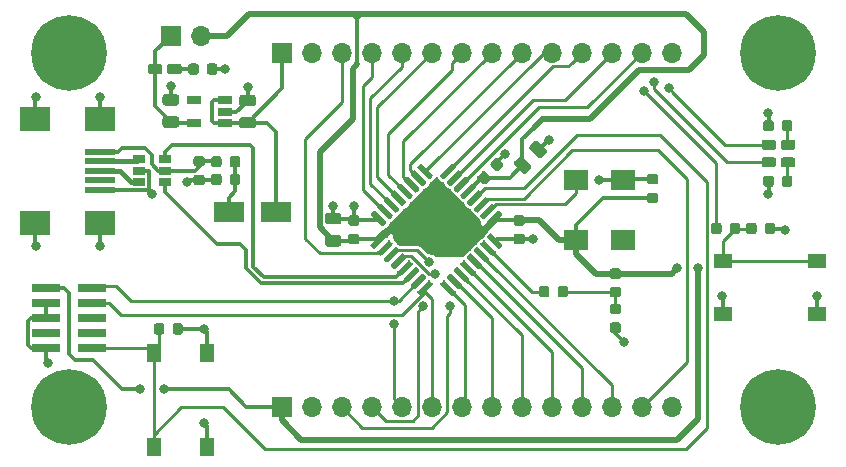
<source format=gbr>
G04 #@! TF.GenerationSoftware,KiCad,Pcbnew,5.1.5*
G04 #@! TF.CreationDate,2020-01-13T20:43:58-05:00*
G04 #@! TF.ProjectId,stm32f0_usb,73746d33-3266-4305-9f75-73622e6b6963,0*
G04 #@! TF.SameCoordinates,Original*
G04 #@! TF.FileFunction,Copper,L1,Top*
G04 #@! TF.FilePolarity,Positive*
%FSLAX46Y46*%
G04 Gerber Fmt 4.6, Leading zero omitted, Abs format (unit mm)*
G04 Created by KiCad (PCBNEW 5.1.5) date 2020-01-13 20:43:58*
%MOMM*%
%LPD*%
G04 APERTURE LIST*
%ADD10C,0.100000*%
%ADD11R,2.000000X1.800000*%
%ADD12C,0.500000*%
%ADD13R,1.060000X0.650000*%
%ADD14R,1.220000X0.650000*%
%ADD15R,1.550000X1.300000*%
%ADD16R,1.300000X1.550000*%
%ADD17O,1.700000X1.700000*%
%ADD18R,1.700000X1.700000*%
%ADD19R,2.400000X0.740000*%
%ADD20R,2.500000X0.500000*%
%ADD21R,2.500000X2.000000*%
%ADD22C,6.400000*%
%ADD23R,2.500000X1.800000*%
%ADD24C,0.800000*%
%ADD25C,0.304800*%
%ADD26C,0.250000*%
%ADD27C,0.254000*%
%ADD28C,0.500000*%
%ADD29C,0.300000*%
%ADD30C,0.406400*%
G04 APERTURE END LIST*
D10*
G36*
X145230330Y-110823223D02*
G01*
X144523223Y-111530330D01*
X144169670Y-111176777D01*
X144876777Y-110469670D01*
X145230330Y-110823223D01*
G37*
G04 #@! TA.AperFunction,SMDPad,CuDef*
G36*
X151527691Y-126276053D02*
G01*
X151548926Y-126279203D01*
X151569750Y-126284419D01*
X151589962Y-126291651D01*
X151609368Y-126300830D01*
X151627781Y-126311866D01*
X151645024Y-126324654D01*
X151660930Y-126339070D01*
X151675346Y-126354976D01*
X151688134Y-126372219D01*
X151699170Y-126390632D01*
X151708349Y-126410038D01*
X151715581Y-126430250D01*
X151720797Y-126451074D01*
X151723947Y-126472309D01*
X151725000Y-126493750D01*
X151725000Y-126931250D01*
X151723947Y-126952691D01*
X151720797Y-126973926D01*
X151715581Y-126994750D01*
X151708349Y-127014962D01*
X151699170Y-127034368D01*
X151688134Y-127052781D01*
X151675346Y-127070024D01*
X151660930Y-127085930D01*
X151645024Y-127100346D01*
X151627781Y-127113134D01*
X151609368Y-127124170D01*
X151589962Y-127133349D01*
X151569750Y-127140581D01*
X151548926Y-127145797D01*
X151527691Y-127148947D01*
X151506250Y-127150000D01*
X150993750Y-127150000D01*
X150972309Y-127148947D01*
X150951074Y-127145797D01*
X150930250Y-127140581D01*
X150910038Y-127133349D01*
X150890632Y-127124170D01*
X150872219Y-127113134D01*
X150854976Y-127100346D01*
X150839070Y-127085930D01*
X150824654Y-127070024D01*
X150811866Y-127052781D01*
X150800830Y-127034368D01*
X150791651Y-127014962D01*
X150784419Y-126994750D01*
X150779203Y-126973926D01*
X150776053Y-126952691D01*
X150775000Y-126931250D01*
X150775000Y-126493750D01*
X150776053Y-126472309D01*
X150779203Y-126451074D01*
X150784419Y-126430250D01*
X150791651Y-126410038D01*
X150800830Y-126390632D01*
X150811866Y-126372219D01*
X150824654Y-126354976D01*
X150839070Y-126339070D01*
X150854976Y-126324654D01*
X150872219Y-126311866D01*
X150890632Y-126300830D01*
X150910038Y-126291651D01*
X150930250Y-126284419D01*
X150951074Y-126279203D01*
X150972309Y-126276053D01*
X150993750Y-126275000D01*
X151506250Y-126275000D01*
X151527691Y-126276053D01*
G37*
G04 #@! TD.AperFunction*
G04 #@! TA.AperFunction,SMDPad,CuDef*
G36*
X151527691Y-127851053D02*
G01*
X151548926Y-127854203D01*
X151569750Y-127859419D01*
X151589962Y-127866651D01*
X151609368Y-127875830D01*
X151627781Y-127886866D01*
X151645024Y-127899654D01*
X151660930Y-127914070D01*
X151675346Y-127929976D01*
X151688134Y-127947219D01*
X151699170Y-127965632D01*
X151708349Y-127985038D01*
X151715581Y-128005250D01*
X151720797Y-128026074D01*
X151723947Y-128047309D01*
X151725000Y-128068750D01*
X151725000Y-128506250D01*
X151723947Y-128527691D01*
X151720797Y-128548926D01*
X151715581Y-128569750D01*
X151708349Y-128589962D01*
X151699170Y-128609368D01*
X151688134Y-128627781D01*
X151675346Y-128645024D01*
X151660930Y-128660930D01*
X151645024Y-128675346D01*
X151627781Y-128688134D01*
X151609368Y-128699170D01*
X151589962Y-128708349D01*
X151569750Y-128715581D01*
X151548926Y-128720797D01*
X151527691Y-128723947D01*
X151506250Y-128725000D01*
X150993750Y-128725000D01*
X150972309Y-128723947D01*
X150951074Y-128720797D01*
X150930250Y-128715581D01*
X150910038Y-128708349D01*
X150890632Y-128699170D01*
X150872219Y-128688134D01*
X150854976Y-128675346D01*
X150839070Y-128660930D01*
X150824654Y-128645024D01*
X150811866Y-128627781D01*
X150800830Y-128609368D01*
X150791651Y-128589962D01*
X150784419Y-128569750D01*
X150779203Y-128548926D01*
X150776053Y-128527691D01*
X150775000Y-128506250D01*
X150775000Y-128068750D01*
X150776053Y-128047309D01*
X150779203Y-128026074D01*
X150784419Y-128005250D01*
X150791651Y-127985038D01*
X150800830Y-127965632D01*
X150811866Y-127947219D01*
X150824654Y-127929976D01*
X150839070Y-127914070D01*
X150854976Y-127899654D01*
X150872219Y-127886866D01*
X150890632Y-127875830D01*
X150910038Y-127866651D01*
X150930250Y-127859419D01*
X150951074Y-127854203D01*
X150972309Y-127851053D01*
X150993750Y-127850000D01*
X151506250Y-127850000D01*
X151527691Y-127851053D01*
G37*
G04 #@! TD.AperFunction*
G04 #@! TA.AperFunction,SMDPad,CuDef*
G36*
X151527691Y-123276053D02*
G01*
X151548926Y-123279203D01*
X151569750Y-123284419D01*
X151589962Y-123291651D01*
X151609368Y-123300830D01*
X151627781Y-123311866D01*
X151645024Y-123324654D01*
X151660930Y-123339070D01*
X151675346Y-123354976D01*
X151688134Y-123372219D01*
X151699170Y-123390632D01*
X151708349Y-123410038D01*
X151715581Y-123430250D01*
X151720797Y-123451074D01*
X151723947Y-123472309D01*
X151725000Y-123493750D01*
X151725000Y-123931250D01*
X151723947Y-123952691D01*
X151720797Y-123973926D01*
X151715581Y-123994750D01*
X151708349Y-124014962D01*
X151699170Y-124034368D01*
X151688134Y-124052781D01*
X151675346Y-124070024D01*
X151660930Y-124085930D01*
X151645024Y-124100346D01*
X151627781Y-124113134D01*
X151609368Y-124124170D01*
X151589962Y-124133349D01*
X151569750Y-124140581D01*
X151548926Y-124145797D01*
X151527691Y-124148947D01*
X151506250Y-124150000D01*
X150993750Y-124150000D01*
X150972309Y-124148947D01*
X150951074Y-124145797D01*
X150930250Y-124140581D01*
X150910038Y-124133349D01*
X150890632Y-124124170D01*
X150872219Y-124113134D01*
X150854976Y-124100346D01*
X150839070Y-124085930D01*
X150824654Y-124070024D01*
X150811866Y-124052781D01*
X150800830Y-124034368D01*
X150791651Y-124014962D01*
X150784419Y-123994750D01*
X150779203Y-123973926D01*
X150776053Y-123952691D01*
X150775000Y-123931250D01*
X150775000Y-123493750D01*
X150776053Y-123472309D01*
X150779203Y-123451074D01*
X150784419Y-123430250D01*
X150791651Y-123410038D01*
X150800830Y-123390632D01*
X150811866Y-123372219D01*
X150824654Y-123354976D01*
X150839070Y-123339070D01*
X150854976Y-123324654D01*
X150872219Y-123311866D01*
X150890632Y-123300830D01*
X150910038Y-123291651D01*
X150930250Y-123284419D01*
X150951074Y-123279203D01*
X150972309Y-123276053D01*
X150993750Y-123275000D01*
X151506250Y-123275000D01*
X151527691Y-123276053D01*
G37*
G04 #@! TD.AperFunction*
G04 #@! TA.AperFunction,SMDPad,CuDef*
G36*
X151527691Y-124851053D02*
G01*
X151548926Y-124854203D01*
X151569750Y-124859419D01*
X151589962Y-124866651D01*
X151609368Y-124875830D01*
X151627781Y-124886866D01*
X151645024Y-124899654D01*
X151660930Y-124914070D01*
X151675346Y-124929976D01*
X151688134Y-124947219D01*
X151699170Y-124965632D01*
X151708349Y-124985038D01*
X151715581Y-125005250D01*
X151720797Y-125026074D01*
X151723947Y-125047309D01*
X151725000Y-125068750D01*
X151725000Y-125506250D01*
X151723947Y-125527691D01*
X151720797Y-125548926D01*
X151715581Y-125569750D01*
X151708349Y-125589962D01*
X151699170Y-125609368D01*
X151688134Y-125627781D01*
X151675346Y-125645024D01*
X151660930Y-125660930D01*
X151645024Y-125675346D01*
X151627781Y-125688134D01*
X151609368Y-125699170D01*
X151589962Y-125708349D01*
X151569750Y-125715581D01*
X151548926Y-125720797D01*
X151527691Y-125723947D01*
X151506250Y-125725000D01*
X150993750Y-125725000D01*
X150972309Y-125723947D01*
X150951074Y-125720797D01*
X150930250Y-125715581D01*
X150910038Y-125708349D01*
X150890632Y-125699170D01*
X150872219Y-125688134D01*
X150854976Y-125675346D01*
X150839070Y-125660930D01*
X150824654Y-125645024D01*
X150811866Y-125627781D01*
X150800830Y-125609368D01*
X150791651Y-125589962D01*
X150784419Y-125569750D01*
X150779203Y-125548926D01*
X150776053Y-125527691D01*
X150775000Y-125506250D01*
X150775000Y-125068750D01*
X150776053Y-125047309D01*
X150779203Y-125026074D01*
X150784419Y-125005250D01*
X150791651Y-124985038D01*
X150800830Y-124965632D01*
X150811866Y-124947219D01*
X150824654Y-124929976D01*
X150839070Y-124914070D01*
X150854976Y-124899654D01*
X150872219Y-124886866D01*
X150890632Y-124875830D01*
X150910038Y-124866651D01*
X150930250Y-124859419D01*
X150951074Y-124854203D01*
X150972309Y-124851053D01*
X150993750Y-124850000D01*
X151506250Y-124850000D01*
X151527691Y-124851053D01*
G37*
G04 #@! TD.AperFunction*
G04 #@! TA.AperFunction,SMDPad,CuDef*
G36*
X164658329Y-112376023D02*
G01*
X164678957Y-112379083D01*
X164699185Y-112384150D01*
X164718820Y-112391176D01*
X164737672Y-112400092D01*
X164755559Y-112410813D01*
X164772309Y-112423235D01*
X164787760Y-112437240D01*
X164801765Y-112452691D01*
X164814187Y-112469441D01*
X164824908Y-112487328D01*
X164833824Y-112506180D01*
X164840850Y-112525815D01*
X164845917Y-112546043D01*
X164848977Y-112566671D01*
X164850000Y-112587500D01*
X164850000Y-113012500D01*
X164848977Y-113033329D01*
X164845917Y-113053957D01*
X164840850Y-113074185D01*
X164833824Y-113093820D01*
X164824908Y-113112672D01*
X164814187Y-113130559D01*
X164801765Y-113147309D01*
X164787760Y-113162760D01*
X164772309Y-113176765D01*
X164755559Y-113189187D01*
X164737672Y-113199908D01*
X164718820Y-113208824D01*
X164699185Y-113215850D01*
X164678957Y-113220917D01*
X164658329Y-113223977D01*
X164637500Y-113225000D01*
X163837500Y-113225000D01*
X163816671Y-113223977D01*
X163796043Y-113220917D01*
X163775815Y-113215850D01*
X163756180Y-113208824D01*
X163737328Y-113199908D01*
X163719441Y-113189187D01*
X163702691Y-113176765D01*
X163687240Y-113162760D01*
X163673235Y-113147309D01*
X163660813Y-113130559D01*
X163650092Y-113112672D01*
X163641176Y-113093820D01*
X163634150Y-113074185D01*
X163629083Y-113053957D01*
X163626023Y-113033329D01*
X163625000Y-113012500D01*
X163625000Y-112587500D01*
X163626023Y-112566671D01*
X163629083Y-112546043D01*
X163634150Y-112525815D01*
X163641176Y-112506180D01*
X163650092Y-112487328D01*
X163660813Y-112469441D01*
X163673235Y-112452691D01*
X163687240Y-112437240D01*
X163702691Y-112423235D01*
X163719441Y-112410813D01*
X163737328Y-112400092D01*
X163756180Y-112391176D01*
X163775815Y-112384150D01*
X163796043Y-112379083D01*
X163816671Y-112376023D01*
X163837500Y-112375000D01*
X164637500Y-112375000D01*
X164658329Y-112376023D01*
G37*
G04 #@! TD.AperFunction*
G04 #@! TA.AperFunction,SMDPad,CuDef*
G36*
X166283329Y-112376023D02*
G01*
X166303957Y-112379083D01*
X166324185Y-112384150D01*
X166343820Y-112391176D01*
X166362672Y-112400092D01*
X166380559Y-112410813D01*
X166397309Y-112423235D01*
X166412760Y-112437240D01*
X166426765Y-112452691D01*
X166439187Y-112469441D01*
X166449908Y-112487328D01*
X166458824Y-112506180D01*
X166465850Y-112525815D01*
X166470917Y-112546043D01*
X166473977Y-112566671D01*
X166475000Y-112587500D01*
X166475000Y-113012500D01*
X166473977Y-113033329D01*
X166470917Y-113053957D01*
X166465850Y-113074185D01*
X166458824Y-113093820D01*
X166449908Y-113112672D01*
X166439187Y-113130559D01*
X166426765Y-113147309D01*
X166412760Y-113162760D01*
X166397309Y-113176765D01*
X166380559Y-113189187D01*
X166362672Y-113199908D01*
X166343820Y-113208824D01*
X166324185Y-113215850D01*
X166303957Y-113220917D01*
X166283329Y-113223977D01*
X166262500Y-113225000D01*
X165462500Y-113225000D01*
X165441671Y-113223977D01*
X165421043Y-113220917D01*
X165400815Y-113215850D01*
X165381180Y-113208824D01*
X165362328Y-113199908D01*
X165344441Y-113189187D01*
X165327691Y-113176765D01*
X165312240Y-113162760D01*
X165298235Y-113147309D01*
X165285813Y-113130559D01*
X165275092Y-113112672D01*
X165266176Y-113093820D01*
X165259150Y-113074185D01*
X165254083Y-113053957D01*
X165251023Y-113033329D01*
X165250000Y-113012500D01*
X165250000Y-112587500D01*
X165251023Y-112566671D01*
X165254083Y-112546043D01*
X165259150Y-112525815D01*
X165266176Y-112506180D01*
X165275092Y-112487328D01*
X165285813Y-112469441D01*
X165298235Y-112452691D01*
X165312240Y-112437240D01*
X165327691Y-112423235D01*
X165344441Y-112410813D01*
X165362328Y-112400092D01*
X165381180Y-112391176D01*
X165400815Y-112384150D01*
X165421043Y-112379083D01*
X165441671Y-112376023D01*
X165462500Y-112375000D01*
X166262500Y-112375000D01*
X166283329Y-112376023D01*
G37*
G04 #@! TD.AperFunction*
G04 #@! TA.AperFunction,SMDPad,CuDef*
G36*
X164658329Y-113876023D02*
G01*
X164678957Y-113879083D01*
X164699185Y-113884150D01*
X164718820Y-113891176D01*
X164737672Y-113900092D01*
X164755559Y-113910813D01*
X164772309Y-113923235D01*
X164787760Y-113937240D01*
X164801765Y-113952691D01*
X164814187Y-113969441D01*
X164824908Y-113987328D01*
X164833824Y-114006180D01*
X164840850Y-114025815D01*
X164845917Y-114046043D01*
X164848977Y-114066671D01*
X164850000Y-114087500D01*
X164850000Y-114512500D01*
X164848977Y-114533329D01*
X164845917Y-114553957D01*
X164840850Y-114574185D01*
X164833824Y-114593820D01*
X164824908Y-114612672D01*
X164814187Y-114630559D01*
X164801765Y-114647309D01*
X164787760Y-114662760D01*
X164772309Y-114676765D01*
X164755559Y-114689187D01*
X164737672Y-114699908D01*
X164718820Y-114708824D01*
X164699185Y-114715850D01*
X164678957Y-114720917D01*
X164658329Y-114723977D01*
X164637500Y-114725000D01*
X163837500Y-114725000D01*
X163816671Y-114723977D01*
X163796043Y-114720917D01*
X163775815Y-114715850D01*
X163756180Y-114708824D01*
X163737328Y-114699908D01*
X163719441Y-114689187D01*
X163702691Y-114676765D01*
X163687240Y-114662760D01*
X163673235Y-114647309D01*
X163660813Y-114630559D01*
X163650092Y-114612672D01*
X163641176Y-114593820D01*
X163634150Y-114574185D01*
X163629083Y-114553957D01*
X163626023Y-114533329D01*
X163625000Y-114512500D01*
X163625000Y-114087500D01*
X163626023Y-114066671D01*
X163629083Y-114046043D01*
X163634150Y-114025815D01*
X163641176Y-114006180D01*
X163650092Y-113987328D01*
X163660813Y-113969441D01*
X163673235Y-113952691D01*
X163687240Y-113937240D01*
X163702691Y-113923235D01*
X163719441Y-113910813D01*
X163737328Y-113900092D01*
X163756180Y-113891176D01*
X163775815Y-113884150D01*
X163796043Y-113879083D01*
X163816671Y-113876023D01*
X163837500Y-113875000D01*
X164637500Y-113875000D01*
X164658329Y-113876023D01*
G37*
G04 #@! TD.AperFunction*
G04 #@! TA.AperFunction,SMDPad,CuDef*
G36*
X166283329Y-113876023D02*
G01*
X166303957Y-113879083D01*
X166324185Y-113884150D01*
X166343820Y-113891176D01*
X166362672Y-113900092D01*
X166380559Y-113910813D01*
X166397309Y-113923235D01*
X166412760Y-113937240D01*
X166426765Y-113952691D01*
X166439187Y-113969441D01*
X166449908Y-113987328D01*
X166458824Y-114006180D01*
X166465850Y-114025815D01*
X166470917Y-114046043D01*
X166473977Y-114066671D01*
X166475000Y-114087500D01*
X166475000Y-114512500D01*
X166473977Y-114533329D01*
X166470917Y-114553957D01*
X166465850Y-114574185D01*
X166458824Y-114593820D01*
X166449908Y-114612672D01*
X166439187Y-114630559D01*
X166426765Y-114647309D01*
X166412760Y-114662760D01*
X166397309Y-114676765D01*
X166380559Y-114689187D01*
X166362672Y-114699908D01*
X166343820Y-114708824D01*
X166324185Y-114715850D01*
X166303957Y-114720917D01*
X166283329Y-114723977D01*
X166262500Y-114725000D01*
X165462500Y-114725000D01*
X165441671Y-114723977D01*
X165421043Y-114720917D01*
X165400815Y-114715850D01*
X165381180Y-114708824D01*
X165362328Y-114699908D01*
X165344441Y-114689187D01*
X165327691Y-114676765D01*
X165312240Y-114662760D01*
X165298235Y-114647309D01*
X165285813Y-114630559D01*
X165275092Y-114612672D01*
X165266176Y-114593820D01*
X165259150Y-114574185D01*
X165254083Y-114553957D01*
X165251023Y-114533329D01*
X165250000Y-114512500D01*
X165250000Y-114087500D01*
X165251023Y-114066671D01*
X165254083Y-114046043D01*
X165259150Y-114025815D01*
X165266176Y-114006180D01*
X165275092Y-113987328D01*
X165285813Y-113969441D01*
X165298235Y-113952691D01*
X165312240Y-113937240D01*
X165327691Y-113923235D01*
X165344441Y-113910813D01*
X165362328Y-113900092D01*
X165381180Y-113891176D01*
X165400815Y-113884150D01*
X165421043Y-113879083D01*
X165441671Y-113876023D01*
X165462500Y-113875000D01*
X166262500Y-113875000D01*
X166283329Y-113876023D01*
G37*
G04 #@! TD.AperFunction*
G04 #@! TA.AperFunction,SMDPad,CuDef*
G36*
X164452691Y-110726053D02*
G01*
X164473926Y-110729203D01*
X164494750Y-110734419D01*
X164514962Y-110741651D01*
X164534368Y-110750830D01*
X164552781Y-110761866D01*
X164570024Y-110774654D01*
X164585930Y-110789070D01*
X164600346Y-110804976D01*
X164613134Y-110822219D01*
X164624170Y-110840632D01*
X164633349Y-110860038D01*
X164640581Y-110880250D01*
X164645797Y-110901074D01*
X164648947Y-110922309D01*
X164650000Y-110943750D01*
X164650000Y-111456250D01*
X164648947Y-111477691D01*
X164645797Y-111498926D01*
X164640581Y-111519750D01*
X164633349Y-111539962D01*
X164624170Y-111559368D01*
X164613134Y-111577781D01*
X164600346Y-111595024D01*
X164585930Y-111610930D01*
X164570024Y-111625346D01*
X164552781Y-111638134D01*
X164534368Y-111649170D01*
X164514962Y-111658349D01*
X164494750Y-111665581D01*
X164473926Y-111670797D01*
X164452691Y-111673947D01*
X164431250Y-111675000D01*
X163993750Y-111675000D01*
X163972309Y-111673947D01*
X163951074Y-111670797D01*
X163930250Y-111665581D01*
X163910038Y-111658349D01*
X163890632Y-111649170D01*
X163872219Y-111638134D01*
X163854976Y-111625346D01*
X163839070Y-111610930D01*
X163824654Y-111595024D01*
X163811866Y-111577781D01*
X163800830Y-111559368D01*
X163791651Y-111539962D01*
X163784419Y-111519750D01*
X163779203Y-111498926D01*
X163776053Y-111477691D01*
X163775000Y-111456250D01*
X163775000Y-110943750D01*
X163776053Y-110922309D01*
X163779203Y-110901074D01*
X163784419Y-110880250D01*
X163791651Y-110860038D01*
X163800830Y-110840632D01*
X163811866Y-110822219D01*
X163824654Y-110804976D01*
X163839070Y-110789070D01*
X163854976Y-110774654D01*
X163872219Y-110761866D01*
X163890632Y-110750830D01*
X163910038Y-110741651D01*
X163930250Y-110734419D01*
X163951074Y-110729203D01*
X163972309Y-110726053D01*
X163993750Y-110725000D01*
X164431250Y-110725000D01*
X164452691Y-110726053D01*
G37*
G04 #@! TD.AperFunction*
G04 #@! TA.AperFunction,SMDPad,CuDef*
G36*
X166027691Y-110726053D02*
G01*
X166048926Y-110729203D01*
X166069750Y-110734419D01*
X166089962Y-110741651D01*
X166109368Y-110750830D01*
X166127781Y-110761866D01*
X166145024Y-110774654D01*
X166160930Y-110789070D01*
X166175346Y-110804976D01*
X166188134Y-110822219D01*
X166199170Y-110840632D01*
X166208349Y-110860038D01*
X166215581Y-110880250D01*
X166220797Y-110901074D01*
X166223947Y-110922309D01*
X166225000Y-110943750D01*
X166225000Y-111456250D01*
X166223947Y-111477691D01*
X166220797Y-111498926D01*
X166215581Y-111519750D01*
X166208349Y-111539962D01*
X166199170Y-111559368D01*
X166188134Y-111577781D01*
X166175346Y-111595024D01*
X166160930Y-111610930D01*
X166145024Y-111625346D01*
X166127781Y-111638134D01*
X166109368Y-111649170D01*
X166089962Y-111658349D01*
X166069750Y-111665581D01*
X166048926Y-111670797D01*
X166027691Y-111673947D01*
X166006250Y-111675000D01*
X165568750Y-111675000D01*
X165547309Y-111673947D01*
X165526074Y-111670797D01*
X165505250Y-111665581D01*
X165485038Y-111658349D01*
X165465632Y-111649170D01*
X165447219Y-111638134D01*
X165429976Y-111625346D01*
X165414070Y-111610930D01*
X165399654Y-111595024D01*
X165386866Y-111577781D01*
X165375830Y-111559368D01*
X165366651Y-111539962D01*
X165359419Y-111519750D01*
X165354203Y-111498926D01*
X165351053Y-111477691D01*
X165350000Y-111456250D01*
X165350000Y-110943750D01*
X165351053Y-110922309D01*
X165354203Y-110901074D01*
X165359419Y-110880250D01*
X165366651Y-110860038D01*
X165375830Y-110840632D01*
X165386866Y-110822219D01*
X165399654Y-110804976D01*
X165414070Y-110789070D01*
X165429976Y-110774654D01*
X165447219Y-110761866D01*
X165465632Y-110750830D01*
X165485038Y-110741651D01*
X165505250Y-110734419D01*
X165526074Y-110729203D01*
X165547309Y-110726053D01*
X165568750Y-110725000D01*
X166006250Y-110725000D01*
X166027691Y-110726053D01*
G37*
G04 #@! TD.AperFunction*
G04 #@! TA.AperFunction,SMDPad,CuDef*
G36*
X164452691Y-115426053D02*
G01*
X164473926Y-115429203D01*
X164494750Y-115434419D01*
X164514962Y-115441651D01*
X164534368Y-115450830D01*
X164552781Y-115461866D01*
X164570024Y-115474654D01*
X164585930Y-115489070D01*
X164600346Y-115504976D01*
X164613134Y-115522219D01*
X164624170Y-115540632D01*
X164633349Y-115560038D01*
X164640581Y-115580250D01*
X164645797Y-115601074D01*
X164648947Y-115622309D01*
X164650000Y-115643750D01*
X164650000Y-116156250D01*
X164648947Y-116177691D01*
X164645797Y-116198926D01*
X164640581Y-116219750D01*
X164633349Y-116239962D01*
X164624170Y-116259368D01*
X164613134Y-116277781D01*
X164600346Y-116295024D01*
X164585930Y-116310930D01*
X164570024Y-116325346D01*
X164552781Y-116338134D01*
X164534368Y-116349170D01*
X164514962Y-116358349D01*
X164494750Y-116365581D01*
X164473926Y-116370797D01*
X164452691Y-116373947D01*
X164431250Y-116375000D01*
X163993750Y-116375000D01*
X163972309Y-116373947D01*
X163951074Y-116370797D01*
X163930250Y-116365581D01*
X163910038Y-116358349D01*
X163890632Y-116349170D01*
X163872219Y-116338134D01*
X163854976Y-116325346D01*
X163839070Y-116310930D01*
X163824654Y-116295024D01*
X163811866Y-116277781D01*
X163800830Y-116259368D01*
X163791651Y-116239962D01*
X163784419Y-116219750D01*
X163779203Y-116198926D01*
X163776053Y-116177691D01*
X163775000Y-116156250D01*
X163775000Y-115643750D01*
X163776053Y-115622309D01*
X163779203Y-115601074D01*
X163784419Y-115580250D01*
X163791651Y-115560038D01*
X163800830Y-115540632D01*
X163811866Y-115522219D01*
X163824654Y-115504976D01*
X163839070Y-115489070D01*
X163854976Y-115474654D01*
X163872219Y-115461866D01*
X163890632Y-115450830D01*
X163910038Y-115441651D01*
X163930250Y-115434419D01*
X163951074Y-115429203D01*
X163972309Y-115426053D01*
X163993750Y-115425000D01*
X164431250Y-115425000D01*
X164452691Y-115426053D01*
G37*
G04 #@! TD.AperFunction*
G04 #@! TA.AperFunction,SMDPad,CuDef*
G36*
X166027691Y-115426053D02*
G01*
X166048926Y-115429203D01*
X166069750Y-115434419D01*
X166089962Y-115441651D01*
X166109368Y-115450830D01*
X166127781Y-115461866D01*
X166145024Y-115474654D01*
X166160930Y-115489070D01*
X166175346Y-115504976D01*
X166188134Y-115522219D01*
X166199170Y-115540632D01*
X166208349Y-115560038D01*
X166215581Y-115580250D01*
X166220797Y-115601074D01*
X166223947Y-115622309D01*
X166225000Y-115643750D01*
X166225000Y-116156250D01*
X166223947Y-116177691D01*
X166220797Y-116198926D01*
X166215581Y-116219750D01*
X166208349Y-116239962D01*
X166199170Y-116259368D01*
X166188134Y-116277781D01*
X166175346Y-116295024D01*
X166160930Y-116310930D01*
X166145024Y-116325346D01*
X166127781Y-116338134D01*
X166109368Y-116349170D01*
X166089962Y-116358349D01*
X166069750Y-116365581D01*
X166048926Y-116370797D01*
X166027691Y-116373947D01*
X166006250Y-116375000D01*
X165568750Y-116375000D01*
X165547309Y-116373947D01*
X165526074Y-116370797D01*
X165505250Y-116365581D01*
X165485038Y-116358349D01*
X165465632Y-116349170D01*
X165447219Y-116338134D01*
X165429976Y-116325346D01*
X165414070Y-116310930D01*
X165399654Y-116295024D01*
X165386866Y-116277781D01*
X165375830Y-116259368D01*
X165366651Y-116239962D01*
X165359419Y-116219750D01*
X165354203Y-116198926D01*
X165351053Y-116177691D01*
X165350000Y-116156250D01*
X165350000Y-115643750D01*
X165351053Y-115622309D01*
X165354203Y-115601074D01*
X165359419Y-115580250D01*
X165366651Y-115560038D01*
X165375830Y-115540632D01*
X165386866Y-115522219D01*
X165399654Y-115504976D01*
X165414070Y-115489070D01*
X165429976Y-115474654D01*
X165447219Y-115461866D01*
X165465632Y-115450830D01*
X165485038Y-115441651D01*
X165505250Y-115434419D01*
X165526074Y-115429203D01*
X165547309Y-115426053D01*
X165568750Y-115425000D01*
X166006250Y-115425000D01*
X166027691Y-115426053D01*
G37*
G04 #@! TD.AperFunction*
G04 #@! TA.AperFunction,SMDPad,CuDef*
G36*
X112708329Y-105976023D02*
G01*
X112728957Y-105979083D01*
X112749185Y-105984150D01*
X112768820Y-105991176D01*
X112787672Y-106000092D01*
X112805559Y-106010813D01*
X112822309Y-106023235D01*
X112837760Y-106037240D01*
X112851765Y-106052691D01*
X112864187Y-106069441D01*
X112874908Y-106087328D01*
X112883824Y-106106180D01*
X112890850Y-106125815D01*
X112895917Y-106146043D01*
X112898977Y-106166671D01*
X112900000Y-106187500D01*
X112900000Y-106612500D01*
X112898977Y-106633329D01*
X112895917Y-106653957D01*
X112890850Y-106674185D01*
X112883824Y-106693820D01*
X112874908Y-106712672D01*
X112864187Y-106730559D01*
X112851765Y-106747309D01*
X112837760Y-106762760D01*
X112822309Y-106776765D01*
X112805559Y-106789187D01*
X112787672Y-106799908D01*
X112768820Y-106808824D01*
X112749185Y-106815850D01*
X112728957Y-106820917D01*
X112708329Y-106823977D01*
X112687500Y-106825000D01*
X111887500Y-106825000D01*
X111866671Y-106823977D01*
X111846043Y-106820917D01*
X111825815Y-106815850D01*
X111806180Y-106808824D01*
X111787328Y-106799908D01*
X111769441Y-106789187D01*
X111752691Y-106776765D01*
X111737240Y-106762760D01*
X111723235Y-106747309D01*
X111710813Y-106730559D01*
X111700092Y-106712672D01*
X111691176Y-106693820D01*
X111684150Y-106674185D01*
X111679083Y-106653957D01*
X111676023Y-106633329D01*
X111675000Y-106612500D01*
X111675000Y-106187500D01*
X111676023Y-106166671D01*
X111679083Y-106146043D01*
X111684150Y-106125815D01*
X111691176Y-106106180D01*
X111700092Y-106087328D01*
X111710813Y-106069441D01*
X111723235Y-106052691D01*
X111737240Y-106037240D01*
X111752691Y-106023235D01*
X111769441Y-106010813D01*
X111787328Y-106000092D01*
X111806180Y-105991176D01*
X111825815Y-105984150D01*
X111846043Y-105979083D01*
X111866671Y-105976023D01*
X111887500Y-105975000D01*
X112687500Y-105975000D01*
X112708329Y-105976023D01*
G37*
G04 #@! TD.AperFunction*
G04 #@! TA.AperFunction,SMDPad,CuDef*
G36*
X114333329Y-105976023D02*
G01*
X114353957Y-105979083D01*
X114374185Y-105984150D01*
X114393820Y-105991176D01*
X114412672Y-106000092D01*
X114430559Y-106010813D01*
X114447309Y-106023235D01*
X114462760Y-106037240D01*
X114476765Y-106052691D01*
X114489187Y-106069441D01*
X114499908Y-106087328D01*
X114508824Y-106106180D01*
X114515850Y-106125815D01*
X114520917Y-106146043D01*
X114523977Y-106166671D01*
X114525000Y-106187500D01*
X114525000Y-106612500D01*
X114523977Y-106633329D01*
X114520917Y-106653957D01*
X114515850Y-106674185D01*
X114508824Y-106693820D01*
X114499908Y-106712672D01*
X114489187Y-106730559D01*
X114476765Y-106747309D01*
X114462760Y-106762760D01*
X114447309Y-106776765D01*
X114430559Y-106789187D01*
X114412672Y-106799908D01*
X114393820Y-106808824D01*
X114374185Y-106815850D01*
X114353957Y-106820917D01*
X114333329Y-106823977D01*
X114312500Y-106825000D01*
X113512500Y-106825000D01*
X113491671Y-106823977D01*
X113471043Y-106820917D01*
X113450815Y-106815850D01*
X113431180Y-106808824D01*
X113412328Y-106799908D01*
X113394441Y-106789187D01*
X113377691Y-106776765D01*
X113362240Y-106762760D01*
X113348235Y-106747309D01*
X113335813Y-106730559D01*
X113325092Y-106712672D01*
X113316176Y-106693820D01*
X113309150Y-106674185D01*
X113304083Y-106653957D01*
X113301023Y-106633329D01*
X113300000Y-106612500D01*
X113300000Y-106187500D01*
X113301023Y-106166671D01*
X113304083Y-106146043D01*
X113309150Y-106125815D01*
X113316176Y-106106180D01*
X113325092Y-106087328D01*
X113335813Y-106069441D01*
X113348235Y-106052691D01*
X113362240Y-106037240D01*
X113377691Y-106023235D01*
X113394441Y-106010813D01*
X113412328Y-106000092D01*
X113431180Y-105991176D01*
X113450815Y-105984150D01*
X113471043Y-105979083D01*
X113491671Y-105976023D01*
X113512500Y-105975000D01*
X114312500Y-105975000D01*
X114333329Y-105976023D01*
G37*
G04 #@! TD.AperFunction*
G04 #@! TA.AperFunction,SMDPad,CuDef*
G36*
X117340191Y-105926053D02*
G01*
X117361426Y-105929203D01*
X117382250Y-105934419D01*
X117402462Y-105941651D01*
X117421868Y-105950830D01*
X117440281Y-105961866D01*
X117457524Y-105974654D01*
X117473430Y-105989070D01*
X117487846Y-106004976D01*
X117500634Y-106022219D01*
X117511670Y-106040632D01*
X117520849Y-106060038D01*
X117528081Y-106080250D01*
X117533297Y-106101074D01*
X117536447Y-106122309D01*
X117537500Y-106143750D01*
X117537500Y-106656250D01*
X117536447Y-106677691D01*
X117533297Y-106698926D01*
X117528081Y-106719750D01*
X117520849Y-106739962D01*
X117511670Y-106759368D01*
X117500634Y-106777781D01*
X117487846Y-106795024D01*
X117473430Y-106810930D01*
X117457524Y-106825346D01*
X117440281Y-106838134D01*
X117421868Y-106849170D01*
X117402462Y-106858349D01*
X117382250Y-106865581D01*
X117361426Y-106870797D01*
X117340191Y-106873947D01*
X117318750Y-106875000D01*
X116881250Y-106875000D01*
X116859809Y-106873947D01*
X116838574Y-106870797D01*
X116817750Y-106865581D01*
X116797538Y-106858349D01*
X116778132Y-106849170D01*
X116759719Y-106838134D01*
X116742476Y-106825346D01*
X116726570Y-106810930D01*
X116712154Y-106795024D01*
X116699366Y-106777781D01*
X116688330Y-106759368D01*
X116679151Y-106739962D01*
X116671919Y-106719750D01*
X116666703Y-106698926D01*
X116663553Y-106677691D01*
X116662500Y-106656250D01*
X116662500Y-106143750D01*
X116663553Y-106122309D01*
X116666703Y-106101074D01*
X116671919Y-106080250D01*
X116679151Y-106060038D01*
X116688330Y-106040632D01*
X116699366Y-106022219D01*
X116712154Y-106004976D01*
X116726570Y-105989070D01*
X116742476Y-105974654D01*
X116759719Y-105961866D01*
X116778132Y-105950830D01*
X116797538Y-105941651D01*
X116817750Y-105934419D01*
X116838574Y-105929203D01*
X116859809Y-105926053D01*
X116881250Y-105925000D01*
X117318750Y-105925000D01*
X117340191Y-105926053D01*
G37*
G04 #@! TD.AperFunction*
G04 #@! TA.AperFunction,SMDPad,CuDef*
G36*
X115765191Y-105926053D02*
G01*
X115786426Y-105929203D01*
X115807250Y-105934419D01*
X115827462Y-105941651D01*
X115846868Y-105950830D01*
X115865281Y-105961866D01*
X115882524Y-105974654D01*
X115898430Y-105989070D01*
X115912846Y-106004976D01*
X115925634Y-106022219D01*
X115936670Y-106040632D01*
X115945849Y-106060038D01*
X115953081Y-106080250D01*
X115958297Y-106101074D01*
X115961447Y-106122309D01*
X115962500Y-106143750D01*
X115962500Y-106656250D01*
X115961447Y-106677691D01*
X115958297Y-106698926D01*
X115953081Y-106719750D01*
X115945849Y-106739962D01*
X115936670Y-106759368D01*
X115925634Y-106777781D01*
X115912846Y-106795024D01*
X115898430Y-106810930D01*
X115882524Y-106825346D01*
X115865281Y-106838134D01*
X115846868Y-106849170D01*
X115827462Y-106858349D01*
X115807250Y-106865581D01*
X115786426Y-106870797D01*
X115765191Y-106873947D01*
X115743750Y-106875000D01*
X115306250Y-106875000D01*
X115284809Y-106873947D01*
X115263574Y-106870797D01*
X115242750Y-106865581D01*
X115222538Y-106858349D01*
X115203132Y-106849170D01*
X115184719Y-106838134D01*
X115167476Y-106825346D01*
X115151570Y-106810930D01*
X115137154Y-106795024D01*
X115124366Y-106777781D01*
X115113330Y-106759368D01*
X115104151Y-106739962D01*
X115096919Y-106719750D01*
X115091703Y-106698926D01*
X115088553Y-106677691D01*
X115087500Y-106656250D01*
X115087500Y-106143750D01*
X115088553Y-106122309D01*
X115091703Y-106101074D01*
X115096919Y-106080250D01*
X115104151Y-106060038D01*
X115113330Y-106040632D01*
X115124366Y-106022219D01*
X115137154Y-106004976D01*
X115151570Y-105989070D01*
X115167476Y-105974654D01*
X115184719Y-105961866D01*
X115203132Y-105950830D01*
X115222538Y-105941651D01*
X115242750Y-105934419D01*
X115263574Y-105929203D01*
X115284809Y-105926053D01*
X115306250Y-105925000D01*
X115743750Y-105925000D01*
X115765191Y-105926053D01*
G37*
G04 #@! TD.AperFunction*
G04 #@! TA.AperFunction,SMDPad,CuDef*
G36*
X154677691Y-115288553D02*
G01*
X154698926Y-115291703D01*
X154719750Y-115296919D01*
X154739962Y-115304151D01*
X154759368Y-115313330D01*
X154777781Y-115324366D01*
X154795024Y-115337154D01*
X154810930Y-115351570D01*
X154825346Y-115367476D01*
X154838134Y-115384719D01*
X154849170Y-115403132D01*
X154858349Y-115422538D01*
X154865581Y-115442750D01*
X154870797Y-115463574D01*
X154873947Y-115484809D01*
X154875000Y-115506250D01*
X154875000Y-115943750D01*
X154873947Y-115965191D01*
X154870797Y-115986426D01*
X154865581Y-116007250D01*
X154858349Y-116027462D01*
X154849170Y-116046868D01*
X154838134Y-116065281D01*
X154825346Y-116082524D01*
X154810930Y-116098430D01*
X154795024Y-116112846D01*
X154777781Y-116125634D01*
X154759368Y-116136670D01*
X154739962Y-116145849D01*
X154719750Y-116153081D01*
X154698926Y-116158297D01*
X154677691Y-116161447D01*
X154656250Y-116162500D01*
X154143750Y-116162500D01*
X154122309Y-116161447D01*
X154101074Y-116158297D01*
X154080250Y-116153081D01*
X154060038Y-116145849D01*
X154040632Y-116136670D01*
X154022219Y-116125634D01*
X154004976Y-116112846D01*
X153989070Y-116098430D01*
X153974654Y-116082524D01*
X153961866Y-116065281D01*
X153950830Y-116046868D01*
X153941651Y-116027462D01*
X153934419Y-116007250D01*
X153929203Y-115986426D01*
X153926053Y-115965191D01*
X153925000Y-115943750D01*
X153925000Y-115506250D01*
X153926053Y-115484809D01*
X153929203Y-115463574D01*
X153934419Y-115442750D01*
X153941651Y-115422538D01*
X153950830Y-115403132D01*
X153961866Y-115384719D01*
X153974654Y-115367476D01*
X153989070Y-115351570D01*
X154004976Y-115337154D01*
X154022219Y-115324366D01*
X154040632Y-115313330D01*
X154060038Y-115304151D01*
X154080250Y-115296919D01*
X154101074Y-115291703D01*
X154122309Y-115288553D01*
X154143750Y-115287500D01*
X154656250Y-115287500D01*
X154677691Y-115288553D01*
G37*
G04 #@! TD.AperFunction*
G04 #@! TA.AperFunction,SMDPad,CuDef*
G36*
X154677691Y-116863553D02*
G01*
X154698926Y-116866703D01*
X154719750Y-116871919D01*
X154739962Y-116879151D01*
X154759368Y-116888330D01*
X154777781Y-116899366D01*
X154795024Y-116912154D01*
X154810930Y-116926570D01*
X154825346Y-116942476D01*
X154838134Y-116959719D01*
X154849170Y-116978132D01*
X154858349Y-116997538D01*
X154865581Y-117017750D01*
X154870797Y-117038574D01*
X154873947Y-117059809D01*
X154875000Y-117081250D01*
X154875000Y-117518750D01*
X154873947Y-117540191D01*
X154870797Y-117561426D01*
X154865581Y-117582250D01*
X154858349Y-117602462D01*
X154849170Y-117621868D01*
X154838134Y-117640281D01*
X154825346Y-117657524D01*
X154810930Y-117673430D01*
X154795024Y-117687846D01*
X154777781Y-117700634D01*
X154759368Y-117711670D01*
X154739962Y-117720849D01*
X154719750Y-117728081D01*
X154698926Y-117733297D01*
X154677691Y-117736447D01*
X154656250Y-117737500D01*
X154143750Y-117737500D01*
X154122309Y-117736447D01*
X154101074Y-117733297D01*
X154080250Y-117728081D01*
X154060038Y-117720849D01*
X154040632Y-117711670D01*
X154022219Y-117700634D01*
X154004976Y-117687846D01*
X153989070Y-117673430D01*
X153974654Y-117657524D01*
X153961866Y-117640281D01*
X153950830Y-117621868D01*
X153941651Y-117602462D01*
X153934419Y-117582250D01*
X153929203Y-117561426D01*
X153926053Y-117540191D01*
X153925000Y-117518750D01*
X153925000Y-117081250D01*
X153926053Y-117059809D01*
X153929203Y-117038574D01*
X153934419Y-117017750D01*
X153941651Y-116997538D01*
X153950830Y-116978132D01*
X153961866Y-116959719D01*
X153974654Y-116942476D01*
X153989070Y-116926570D01*
X154004976Y-116912154D01*
X154022219Y-116899366D01*
X154040632Y-116888330D01*
X154060038Y-116879151D01*
X154080250Y-116871919D01*
X154101074Y-116866703D01*
X154122309Y-116863553D01*
X154143750Y-116862500D01*
X154656250Y-116862500D01*
X154677691Y-116863553D01*
G37*
G04 #@! TD.AperFunction*
D11*
X147900000Y-120840000D03*
X147900000Y-115760000D03*
X151900000Y-115760000D03*
X151900000Y-120840000D03*
G04 #@! TA.AperFunction,SMDPad,CuDef*
D10*
G36*
X140690769Y-120317544D02*
G01*
X140702903Y-120319344D01*
X140714803Y-120322324D01*
X140726352Y-120326457D01*
X140737442Y-120331702D01*
X140747963Y-120338008D01*
X140757816Y-120345316D01*
X140766905Y-120353554D01*
X141650788Y-121237437D01*
X141659026Y-121246526D01*
X141666334Y-121256379D01*
X141672640Y-121266900D01*
X141677885Y-121277990D01*
X141682018Y-121289539D01*
X141684998Y-121301439D01*
X141686798Y-121313573D01*
X141687400Y-121325825D01*
X141686798Y-121338077D01*
X141684998Y-121350211D01*
X141682018Y-121362111D01*
X141677885Y-121373660D01*
X141672640Y-121384750D01*
X141666334Y-121395271D01*
X141659026Y-121405124D01*
X141650788Y-121414213D01*
X141474011Y-121590990D01*
X141464922Y-121599228D01*
X141455069Y-121606536D01*
X141444548Y-121612842D01*
X141433458Y-121618087D01*
X141421909Y-121622220D01*
X141410009Y-121625200D01*
X141397875Y-121627000D01*
X141385623Y-121627602D01*
X141373371Y-121627000D01*
X141361237Y-121625200D01*
X141349337Y-121622220D01*
X141337788Y-121618087D01*
X141326698Y-121612842D01*
X141316177Y-121606536D01*
X141306324Y-121599228D01*
X141297235Y-121590990D01*
X140413352Y-120707107D01*
X140405114Y-120698018D01*
X140397806Y-120688165D01*
X140391500Y-120677644D01*
X140386255Y-120666554D01*
X140382122Y-120655005D01*
X140379142Y-120643105D01*
X140377342Y-120630971D01*
X140376740Y-120618719D01*
X140377342Y-120606467D01*
X140379142Y-120594333D01*
X140382122Y-120582433D01*
X140386255Y-120570884D01*
X140391500Y-120559794D01*
X140397806Y-120549273D01*
X140405114Y-120539420D01*
X140413352Y-120530331D01*
X140590129Y-120353554D01*
X140599218Y-120345316D01*
X140609071Y-120338008D01*
X140619592Y-120331702D01*
X140630682Y-120326457D01*
X140642231Y-120322324D01*
X140654131Y-120319344D01*
X140666265Y-120317544D01*
X140678517Y-120316942D01*
X140690769Y-120317544D01*
G37*
G04 #@! TD.AperFunction*
G04 #@! TA.AperFunction,SMDPad,CuDef*
G36*
X140125083Y-120883229D02*
G01*
X140137217Y-120885029D01*
X140149117Y-120888009D01*
X140160666Y-120892142D01*
X140171756Y-120897387D01*
X140182277Y-120903693D01*
X140192130Y-120911001D01*
X140201219Y-120919239D01*
X141085102Y-121803122D01*
X141093340Y-121812211D01*
X141100648Y-121822064D01*
X141106954Y-121832585D01*
X141112199Y-121843675D01*
X141116332Y-121855224D01*
X141119312Y-121867124D01*
X141121112Y-121879258D01*
X141121714Y-121891510D01*
X141121112Y-121903762D01*
X141119312Y-121915896D01*
X141116332Y-121927796D01*
X141112199Y-121939345D01*
X141106954Y-121950435D01*
X141100648Y-121960956D01*
X141093340Y-121970809D01*
X141085102Y-121979898D01*
X140908325Y-122156675D01*
X140899236Y-122164913D01*
X140889383Y-122172221D01*
X140878862Y-122178527D01*
X140867772Y-122183772D01*
X140856223Y-122187905D01*
X140844323Y-122190885D01*
X140832189Y-122192685D01*
X140819937Y-122193287D01*
X140807685Y-122192685D01*
X140795551Y-122190885D01*
X140783651Y-122187905D01*
X140772102Y-122183772D01*
X140761012Y-122178527D01*
X140750491Y-122172221D01*
X140740638Y-122164913D01*
X140731549Y-122156675D01*
X139847666Y-121272792D01*
X139839428Y-121263703D01*
X139832120Y-121253850D01*
X139825814Y-121243329D01*
X139820569Y-121232239D01*
X139816436Y-121220690D01*
X139813456Y-121208790D01*
X139811656Y-121196656D01*
X139811054Y-121184404D01*
X139811656Y-121172152D01*
X139813456Y-121160018D01*
X139816436Y-121148118D01*
X139820569Y-121136569D01*
X139825814Y-121125479D01*
X139832120Y-121114958D01*
X139839428Y-121105105D01*
X139847666Y-121096016D01*
X140024443Y-120919239D01*
X140033532Y-120911001D01*
X140043385Y-120903693D01*
X140053906Y-120897387D01*
X140064996Y-120892142D01*
X140076545Y-120888009D01*
X140088445Y-120885029D01*
X140100579Y-120883229D01*
X140112831Y-120882627D01*
X140125083Y-120883229D01*
G37*
G04 #@! TD.AperFunction*
G04 #@! TA.AperFunction,SMDPad,CuDef*
G36*
X139559398Y-121448915D02*
G01*
X139571532Y-121450715D01*
X139583432Y-121453695D01*
X139594981Y-121457828D01*
X139606071Y-121463073D01*
X139616592Y-121469379D01*
X139626445Y-121476687D01*
X139635534Y-121484925D01*
X140519417Y-122368808D01*
X140527655Y-122377897D01*
X140534963Y-122387750D01*
X140541269Y-122398271D01*
X140546514Y-122409361D01*
X140550647Y-122420910D01*
X140553627Y-122432810D01*
X140555427Y-122444944D01*
X140556029Y-122457196D01*
X140555427Y-122469448D01*
X140553627Y-122481582D01*
X140550647Y-122493482D01*
X140546514Y-122505031D01*
X140541269Y-122516121D01*
X140534963Y-122526642D01*
X140527655Y-122536495D01*
X140519417Y-122545584D01*
X140342640Y-122722361D01*
X140333551Y-122730599D01*
X140323698Y-122737907D01*
X140313177Y-122744213D01*
X140302087Y-122749458D01*
X140290538Y-122753591D01*
X140278638Y-122756571D01*
X140266504Y-122758371D01*
X140254252Y-122758973D01*
X140242000Y-122758371D01*
X140229866Y-122756571D01*
X140217966Y-122753591D01*
X140206417Y-122749458D01*
X140195327Y-122744213D01*
X140184806Y-122737907D01*
X140174953Y-122730599D01*
X140165864Y-122722361D01*
X139281981Y-121838478D01*
X139273743Y-121829389D01*
X139266435Y-121819536D01*
X139260129Y-121809015D01*
X139254884Y-121797925D01*
X139250751Y-121786376D01*
X139247771Y-121774476D01*
X139245971Y-121762342D01*
X139245369Y-121750090D01*
X139245971Y-121737838D01*
X139247771Y-121725704D01*
X139250751Y-121713804D01*
X139254884Y-121702255D01*
X139260129Y-121691165D01*
X139266435Y-121680644D01*
X139273743Y-121670791D01*
X139281981Y-121661702D01*
X139458758Y-121484925D01*
X139467847Y-121476687D01*
X139477700Y-121469379D01*
X139488221Y-121463073D01*
X139499311Y-121457828D01*
X139510860Y-121453695D01*
X139522760Y-121450715D01*
X139534894Y-121448915D01*
X139547146Y-121448313D01*
X139559398Y-121448915D01*
G37*
G04 #@! TD.AperFunction*
G04 #@! TA.AperFunction,SMDPad,CuDef*
G36*
X138993713Y-122014600D02*
G01*
X139005847Y-122016400D01*
X139017747Y-122019380D01*
X139029296Y-122023513D01*
X139040386Y-122028758D01*
X139050907Y-122035064D01*
X139060760Y-122042372D01*
X139069849Y-122050610D01*
X139953732Y-122934493D01*
X139961970Y-122943582D01*
X139969278Y-122953435D01*
X139975584Y-122963956D01*
X139980829Y-122975046D01*
X139984962Y-122986595D01*
X139987942Y-122998495D01*
X139989742Y-123010629D01*
X139990344Y-123022881D01*
X139989742Y-123035133D01*
X139987942Y-123047267D01*
X139984962Y-123059167D01*
X139980829Y-123070716D01*
X139975584Y-123081806D01*
X139969278Y-123092327D01*
X139961970Y-123102180D01*
X139953732Y-123111269D01*
X139776955Y-123288046D01*
X139767866Y-123296284D01*
X139758013Y-123303592D01*
X139747492Y-123309898D01*
X139736402Y-123315143D01*
X139724853Y-123319276D01*
X139712953Y-123322256D01*
X139700819Y-123324056D01*
X139688567Y-123324658D01*
X139676315Y-123324056D01*
X139664181Y-123322256D01*
X139652281Y-123319276D01*
X139640732Y-123315143D01*
X139629642Y-123309898D01*
X139619121Y-123303592D01*
X139609268Y-123296284D01*
X139600179Y-123288046D01*
X138716296Y-122404163D01*
X138708058Y-122395074D01*
X138700750Y-122385221D01*
X138694444Y-122374700D01*
X138689199Y-122363610D01*
X138685066Y-122352061D01*
X138682086Y-122340161D01*
X138680286Y-122328027D01*
X138679684Y-122315775D01*
X138680286Y-122303523D01*
X138682086Y-122291389D01*
X138685066Y-122279489D01*
X138689199Y-122267940D01*
X138694444Y-122256850D01*
X138700750Y-122246329D01*
X138708058Y-122236476D01*
X138716296Y-122227387D01*
X138893073Y-122050610D01*
X138902162Y-122042372D01*
X138912015Y-122035064D01*
X138922536Y-122028758D01*
X138933626Y-122023513D01*
X138945175Y-122019380D01*
X138957075Y-122016400D01*
X138969209Y-122014600D01*
X138981461Y-122013998D01*
X138993713Y-122014600D01*
G37*
G04 #@! TD.AperFunction*
G04 #@! TA.AperFunction,SMDPad,CuDef*
G36*
X138428027Y-122580286D02*
G01*
X138440161Y-122582086D01*
X138452061Y-122585066D01*
X138463610Y-122589199D01*
X138474700Y-122594444D01*
X138485221Y-122600750D01*
X138495074Y-122608058D01*
X138504163Y-122616296D01*
X139388046Y-123500179D01*
X139396284Y-123509268D01*
X139403592Y-123519121D01*
X139409898Y-123529642D01*
X139415143Y-123540732D01*
X139419276Y-123552281D01*
X139422256Y-123564181D01*
X139424056Y-123576315D01*
X139424658Y-123588567D01*
X139424056Y-123600819D01*
X139422256Y-123612953D01*
X139419276Y-123624853D01*
X139415143Y-123636402D01*
X139409898Y-123647492D01*
X139403592Y-123658013D01*
X139396284Y-123667866D01*
X139388046Y-123676955D01*
X139211269Y-123853732D01*
X139202180Y-123861970D01*
X139192327Y-123869278D01*
X139181806Y-123875584D01*
X139170716Y-123880829D01*
X139159167Y-123884962D01*
X139147267Y-123887942D01*
X139135133Y-123889742D01*
X139122881Y-123890344D01*
X139110629Y-123889742D01*
X139098495Y-123887942D01*
X139086595Y-123884962D01*
X139075046Y-123880829D01*
X139063956Y-123875584D01*
X139053435Y-123869278D01*
X139043582Y-123861970D01*
X139034493Y-123853732D01*
X138150610Y-122969849D01*
X138142372Y-122960760D01*
X138135064Y-122950907D01*
X138128758Y-122940386D01*
X138123513Y-122929296D01*
X138119380Y-122917747D01*
X138116400Y-122905847D01*
X138114600Y-122893713D01*
X138113998Y-122881461D01*
X138114600Y-122869209D01*
X138116400Y-122857075D01*
X138119380Y-122845175D01*
X138123513Y-122833626D01*
X138128758Y-122822536D01*
X138135064Y-122812015D01*
X138142372Y-122802162D01*
X138150610Y-122793073D01*
X138327387Y-122616296D01*
X138336476Y-122608058D01*
X138346329Y-122600750D01*
X138356850Y-122594444D01*
X138367940Y-122589199D01*
X138379489Y-122585066D01*
X138391389Y-122582086D01*
X138403523Y-122580286D01*
X138415775Y-122579684D01*
X138428027Y-122580286D01*
G37*
G04 #@! TD.AperFunction*
G04 #@! TA.AperFunction,SMDPad,CuDef*
G36*
X137862342Y-123145971D02*
G01*
X137874476Y-123147771D01*
X137886376Y-123150751D01*
X137897925Y-123154884D01*
X137909015Y-123160129D01*
X137919536Y-123166435D01*
X137929389Y-123173743D01*
X137938478Y-123181981D01*
X138822361Y-124065864D01*
X138830599Y-124074953D01*
X138837907Y-124084806D01*
X138844213Y-124095327D01*
X138849458Y-124106417D01*
X138853591Y-124117966D01*
X138856571Y-124129866D01*
X138858371Y-124142000D01*
X138858973Y-124154252D01*
X138858371Y-124166504D01*
X138856571Y-124178638D01*
X138853591Y-124190538D01*
X138849458Y-124202087D01*
X138844213Y-124213177D01*
X138837907Y-124223698D01*
X138830599Y-124233551D01*
X138822361Y-124242640D01*
X138645584Y-124419417D01*
X138636495Y-124427655D01*
X138626642Y-124434963D01*
X138616121Y-124441269D01*
X138605031Y-124446514D01*
X138593482Y-124450647D01*
X138581582Y-124453627D01*
X138569448Y-124455427D01*
X138557196Y-124456029D01*
X138544944Y-124455427D01*
X138532810Y-124453627D01*
X138520910Y-124450647D01*
X138509361Y-124446514D01*
X138498271Y-124441269D01*
X138487750Y-124434963D01*
X138477897Y-124427655D01*
X138468808Y-124419417D01*
X137584925Y-123535534D01*
X137576687Y-123526445D01*
X137569379Y-123516592D01*
X137563073Y-123506071D01*
X137557828Y-123494981D01*
X137553695Y-123483432D01*
X137550715Y-123471532D01*
X137548915Y-123459398D01*
X137548313Y-123447146D01*
X137548915Y-123434894D01*
X137550715Y-123422760D01*
X137553695Y-123410860D01*
X137557828Y-123399311D01*
X137563073Y-123388221D01*
X137569379Y-123377700D01*
X137576687Y-123367847D01*
X137584925Y-123358758D01*
X137761702Y-123181981D01*
X137770791Y-123173743D01*
X137780644Y-123166435D01*
X137791165Y-123160129D01*
X137802255Y-123154884D01*
X137813804Y-123150751D01*
X137825704Y-123147771D01*
X137837838Y-123145971D01*
X137850090Y-123145369D01*
X137862342Y-123145971D01*
G37*
G04 #@! TD.AperFunction*
G04 #@! TA.AperFunction,SMDPad,CuDef*
G36*
X137296656Y-123711656D02*
G01*
X137308790Y-123713456D01*
X137320690Y-123716436D01*
X137332239Y-123720569D01*
X137343329Y-123725814D01*
X137353850Y-123732120D01*
X137363703Y-123739428D01*
X137372792Y-123747666D01*
X138256675Y-124631549D01*
X138264913Y-124640638D01*
X138272221Y-124650491D01*
X138278527Y-124661012D01*
X138283772Y-124672102D01*
X138287905Y-124683651D01*
X138290885Y-124695551D01*
X138292685Y-124707685D01*
X138293287Y-124719937D01*
X138292685Y-124732189D01*
X138290885Y-124744323D01*
X138287905Y-124756223D01*
X138283772Y-124767772D01*
X138278527Y-124778862D01*
X138272221Y-124789383D01*
X138264913Y-124799236D01*
X138256675Y-124808325D01*
X138079898Y-124985102D01*
X138070809Y-124993340D01*
X138060956Y-125000648D01*
X138050435Y-125006954D01*
X138039345Y-125012199D01*
X138027796Y-125016332D01*
X138015896Y-125019312D01*
X138003762Y-125021112D01*
X137991510Y-125021714D01*
X137979258Y-125021112D01*
X137967124Y-125019312D01*
X137955224Y-125016332D01*
X137943675Y-125012199D01*
X137932585Y-125006954D01*
X137922064Y-125000648D01*
X137912211Y-124993340D01*
X137903122Y-124985102D01*
X137019239Y-124101219D01*
X137011001Y-124092130D01*
X137003693Y-124082277D01*
X136997387Y-124071756D01*
X136992142Y-124060666D01*
X136988009Y-124049117D01*
X136985029Y-124037217D01*
X136983229Y-124025083D01*
X136982627Y-124012831D01*
X136983229Y-124000579D01*
X136985029Y-123988445D01*
X136988009Y-123976545D01*
X136992142Y-123964996D01*
X136997387Y-123953906D01*
X137003693Y-123943385D01*
X137011001Y-123933532D01*
X137019239Y-123924443D01*
X137196016Y-123747666D01*
X137205105Y-123739428D01*
X137214958Y-123732120D01*
X137225479Y-123725814D01*
X137236569Y-123720569D01*
X137248118Y-123716436D01*
X137260018Y-123713456D01*
X137272152Y-123711656D01*
X137284404Y-123711054D01*
X137296656Y-123711656D01*
G37*
G04 #@! TD.AperFunction*
G04 #@! TA.AperFunction,SMDPad,CuDef*
G36*
X136730971Y-124277342D02*
G01*
X136743105Y-124279142D01*
X136755005Y-124282122D01*
X136766554Y-124286255D01*
X136777644Y-124291500D01*
X136788165Y-124297806D01*
X136798018Y-124305114D01*
X136807107Y-124313352D01*
X137690990Y-125197235D01*
X137699228Y-125206324D01*
X137706536Y-125216177D01*
X137712842Y-125226698D01*
X137718087Y-125237788D01*
X137722220Y-125249337D01*
X137725200Y-125261237D01*
X137727000Y-125273371D01*
X137727602Y-125285623D01*
X137727000Y-125297875D01*
X137725200Y-125310009D01*
X137722220Y-125321909D01*
X137718087Y-125333458D01*
X137712842Y-125344548D01*
X137706536Y-125355069D01*
X137699228Y-125364922D01*
X137690990Y-125374011D01*
X137514213Y-125550788D01*
X137505124Y-125559026D01*
X137495271Y-125566334D01*
X137484750Y-125572640D01*
X137473660Y-125577885D01*
X137462111Y-125582018D01*
X137450211Y-125584998D01*
X137438077Y-125586798D01*
X137425825Y-125587400D01*
X137413573Y-125586798D01*
X137401439Y-125584998D01*
X137389539Y-125582018D01*
X137377990Y-125577885D01*
X137366900Y-125572640D01*
X137356379Y-125566334D01*
X137346526Y-125559026D01*
X137337437Y-125550788D01*
X136453554Y-124666905D01*
X136445316Y-124657816D01*
X136438008Y-124647963D01*
X136431702Y-124637442D01*
X136426457Y-124626352D01*
X136422324Y-124614803D01*
X136419344Y-124602903D01*
X136417544Y-124590769D01*
X136416942Y-124578517D01*
X136417544Y-124566265D01*
X136419344Y-124554131D01*
X136422324Y-124542231D01*
X136426457Y-124530682D01*
X136431702Y-124519592D01*
X136438008Y-124509071D01*
X136445316Y-124499218D01*
X136453554Y-124490129D01*
X136630331Y-124313352D01*
X136639420Y-124305114D01*
X136649273Y-124297806D01*
X136659794Y-124291500D01*
X136670884Y-124286255D01*
X136682433Y-124282122D01*
X136694333Y-124279142D01*
X136706467Y-124277342D01*
X136718719Y-124276740D01*
X136730971Y-124277342D01*
G37*
G04 #@! TD.AperFunction*
G04 #@! TA.AperFunction,SMDPad,CuDef*
G36*
X135493533Y-124277342D02*
G01*
X135505667Y-124279142D01*
X135517567Y-124282122D01*
X135529116Y-124286255D01*
X135540206Y-124291500D01*
X135550727Y-124297806D01*
X135560580Y-124305114D01*
X135569669Y-124313352D01*
X135746446Y-124490129D01*
X135754684Y-124499218D01*
X135761992Y-124509071D01*
X135768298Y-124519592D01*
X135773543Y-124530682D01*
X135777676Y-124542231D01*
X135780656Y-124554131D01*
X135782456Y-124566265D01*
X135783058Y-124578517D01*
X135782456Y-124590769D01*
X135780656Y-124602903D01*
X135777676Y-124614803D01*
X135773543Y-124626352D01*
X135768298Y-124637442D01*
X135761992Y-124647963D01*
X135754684Y-124657816D01*
X135746446Y-124666905D01*
X134862563Y-125550788D01*
X134853474Y-125559026D01*
X134843621Y-125566334D01*
X134833100Y-125572640D01*
X134822010Y-125577885D01*
X134810461Y-125582018D01*
X134798561Y-125584998D01*
X134786427Y-125586798D01*
X134774175Y-125587400D01*
X134761923Y-125586798D01*
X134749789Y-125584998D01*
X134737889Y-125582018D01*
X134726340Y-125577885D01*
X134715250Y-125572640D01*
X134704729Y-125566334D01*
X134694876Y-125559026D01*
X134685787Y-125550788D01*
X134509010Y-125374011D01*
X134500772Y-125364922D01*
X134493464Y-125355069D01*
X134487158Y-125344548D01*
X134481913Y-125333458D01*
X134477780Y-125321909D01*
X134474800Y-125310009D01*
X134473000Y-125297875D01*
X134472398Y-125285623D01*
X134473000Y-125273371D01*
X134474800Y-125261237D01*
X134477780Y-125249337D01*
X134481913Y-125237788D01*
X134487158Y-125226698D01*
X134493464Y-125216177D01*
X134500772Y-125206324D01*
X134509010Y-125197235D01*
X135392893Y-124313352D01*
X135401982Y-124305114D01*
X135411835Y-124297806D01*
X135422356Y-124291500D01*
X135433446Y-124286255D01*
X135444995Y-124282122D01*
X135456895Y-124279142D01*
X135469029Y-124277342D01*
X135481281Y-124276740D01*
X135493533Y-124277342D01*
G37*
G04 #@! TD.AperFunction*
G04 #@! TA.AperFunction,SMDPad,CuDef*
G36*
X134927848Y-123711656D02*
G01*
X134939982Y-123713456D01*
X134951882Y-123716436D01*
X134963431Y-123720569D01*
X134974521Y-123725814D01*
X134985042Y-123732120D01*
X134994895Y-123739428D01*
X135003984Y-123747666D01*
X135180761Y-123924443D01*
X135188999Y-123933532D01*
X135196307Y-123943385D01*
X135202613Y-123953906D01*
X135207858Y-123964996D01*
X135211991Y-123976545D01*
X135214971Y-123988445D01*
X135216771Y-124000579D01*
X135217373Y-124012831D01*
X135216771Y-124025083D01*
X135214971Y-124037217D01*
X135211991Y-124049117D01*
X135207858Y-124060666D01*
X135202613Y-124071756D01*
X135196307Y-124082277D01*
X135188999Y-124092130D01*
X135180761Y-124101219D01*
X134296878Y-124985102D01*
X134287789Y-124993340D01*
X134277936Y-125000648D01*
X134267415Y-125006954D01*
X134256325Y-125012199D01*
X134244776Y-125016332D01*
X134232876Y-125019312D01*
X134220742Y-125021112D01*
X134208490Y-125021714D01*
X134196238Y-125021112D01*
X134184104Y-125019312D01*
X134172204Y-125016332D01*
X134160655Y-125012199D01*
X134149565Y-125006954D01*
X134139044Y-125000648D01*
X134129191Y-124993340D01*
X134120102Y-124985102D01*
X133943325Y-124808325D01*
X133935087Y-124799236D01*
X133927779Y-124789383D01*
X133921473Y-124778862D01*
X133916228Y-124767772D01*
X133912095Y-124756223D01*
X133909115Y-124744323D01*
X133907315Y-124732189D01*
X133906713Y-124719937D01*
X133907315Y-124707685D01*
X133909115Y-124695551D01*
X133912095Y-124683651D01*
X133916228Y-124672102D01*
X133921473Y-124661012D01*
X133927779Y-124650491D01*
X133935087Y-124640638D01*
X133943325Y-124631549D01*
X134827208Y-123747666D01*
X134836297Y-123739428D01*
X134846150Y-123732120D01*
X134856671Y-123725814D01*
X134867761Y-123720569D01*
X134879310Y-123716436D01*
X134891210Y-123713456D01*
X134903344Y-123711656D01*
X134915596Y-123711054D01*
X134927848Y-123711656D01*
G37*
G04 #@! TD.AperFunction*
G04 #@! TA.AperFunction,SMDPad,CuDef*
G36*
X134362162Y-123145971D02*
G01*
X134374296Y-123147771D01*
X134386196Y-123150751D01*
X134397745Y-123154884D01*
X134408835Y-123160129D01*
X134419356Y-123166435D01*
X134429209Y-123173743D01*
X134438298Y-123181981D01*
X134615075Y-123358758D01*
X134623313Y-123367847D01*
X134630621Y-123377700D01*
X134636927Y-123388221D01*
X134642172Y-123399311D01*
X134646305Y-123410860D01*
X134649285Y-123422760D01*
X134651085Y-123434894D01*
X134651687Y-123447146D01*
X134651085Y-123459398D01*
X134649285Y-123471532D01*
X134646305Y-123483432D01*
X134642172Y-123494981D01*
X134636927Y-123506071D01*
X134630621Y-123516592D01*
X134623313Y-123526445D01*
X134615075Y-123535534D01*
X133731192Y-124419417D01*
X133722103Y-124427655D01*
X133712250Y-124434963D01*
X133701729Y-124441269D01*
X133690639Y-124446514D01*
X133679090Y-124450647D01*
X133667190Y-124453627D01*
X133655056Y-124455427D01*
X133642804Y-124456029D01*
X133630552Y-124455427D01*
X133618418Y-124453627D01*
X133606518Y-124450647D01*
X133594969Y-124446514D01*
X133583879Y-124441269D01*
X133573358Y-124434963D01*
X133563505Y-124427655D01*
X133554416Y-124419417D01*
X133377639Y-124242640D01*
X133369401Y-124233551D01*
X133362093Y-124223698D01*
X133355787Y-124213177D01*
X133350542Y-124202087D01*
X133346409Y-124190538D01*
X133343429Y-124178638D01*
X133341629Y-124166504D01*
X133341027Y-124154252D01*
X133341629Y-124142000D01*
X133343429Y-124129866D01*
X133346409Y-124117966D01*
X133350542Y-124106417D01*
X133355787Y-124095327D01*
X133362093Y-124084806D01*
X133369401Y-124074953D01*
X133377639Y-124065864D01*
X134261522Y-123181981D01*
X134270611Y-123173743D01*
X134280464Y-123166435D01*
X134290985Y-123160129D01*
X134302075Y-123154884D01*
X134313624Y-123150751D01*
X134325524Y-123147771D01*
X134337658Y-123145971D01*
X134349910Y-123145369D01*
X134362162Y-123145971D01*
G37*
G04 #@! TD.AperFunction*
G04 #@! TA.AperFunction,SMDPad,CuDef*
G36*
X133796477Y-122580286D02*
G01*
X133808611Y-122582086D01*
X133820511Y-122585066D01*
X133832060Y-122589199D01*
X133843150Y-122594444D01*
X133853671Y-122600750D01*
X133863524Y-122608058D01*
X133872613Y-122616296D01*
X134049390Y-122793073D01*
X134057628Y-122802162D01*
X134064936Y-122812015D01*
X134071242Y-122822536D01*
X134076487Y-122833626D01*
X134080620Y-122845175D01*
X134083600Y-122857075D01*
X134085400Y-122869209D01*
X134086002Y-122881461D01*
X134085400Y-122893713D01*
X134083600Y-122905847D01*
X134080620Y-122917747D01*
X134076487Y-122929296D01*
X134071242Y-122940386D01*
X134064936Y-122950907D01*
X134057628Y-122960760D01*
X134049390Y-122969849D01*
X133165507Y-123853732D01*
X133156418Y-123861970D01*
X133146565Y-123869278D01*
X133136044Y-123875584D01*
X133124954Y-123880829D01*
X133113405Y-123884962D01*
X133101505Y-123887942D01*
X133089371Y-123889742D01*
X133077119Y-123890344D01*
X133064867Y-123889742D01*
X133052733Y-123887942D01*
X133040833Y-123884962D01*
X133029284Y-123880829D01*
X133018194Y-123875584D01*
X133007673Y-123869278D01*
X132997820Y-123861970D01*
X132988731Y-123853732D01*
X132811954Y-123676955D01*
X132803716Y-123667866D01*
X132796408Y-123658013D01*
X132790102Y-123647492D01*
X132784857Y-123636402D01*
X132780724Y-123624853D01*
X132777744Y-123612953D01*
X132775944Y-123600819D01*
X132775342Y-123588567D01*
X132775944Y-123576315D01*
X132777744Y-123564181D01*
X132780724Y-123552281D01*
X132784857Y-123540732D01*
X132790102Y-123529642D01*
X132796408Y-123519121D01*
X132803716Y-123509268D01*
X132811954Y-123500179D01*
X133695837Y-122616296D01*
X133704926Y-122608058D01*
X133714779Y-122600750D01*
X133725300Y-122594444D01*
X133736390Y-122589199D01*
X133747939Y-122585066D01*
X133759839Y-122582086D01*
X133771973Y-122580286D01*
X133784225Y-122579684D01*
X133796477Y-122580286D01*
G37*
G04 #@! TD.AperFunction*
G04 #@! TA.AperFunction,SMDPad,CuDef*
G36*
X133230791Y-122014600D02*
G01*
X133242925Y-122016400D01*
X133254825Y-122019380D01*
X133266374Y-122023513D01*
X133277464Y-122028758D01*
X133287985Y-122035064D01*
X133297838Y-122042372D01*
X133306927Y-122050610D01*
X133483704Y-122227387D01*
X133491942Y-122236476D01*
X133499250Y-122246329D01*
X133505556Y-122256850D01*
X133510801Y-122267940D01*
X133514934Y-122279489D01*
X133517914Y-122291389D01*
X133519714Y-122303523D01*
X133520316Y-122315775D01*
X133519714Y-122328027D01*
X133517914Y-122340161D01*
X133514934Y-122352061D01*
X133510801Y-122363610D01*
X133505556Y-122374700D01*
X133499250Y-122385221D01*
X133491942Y-122395074D01*
X133483704Y-122404163D01*
X132599821Y-123288046D01*
X132590732Y-123296284D01*
X132580879Y-123303592D01*
X132570358Y-123309898D01*
X132559268Y-123315143D01*
X132547719Y-123319276D01*
X132535819Y-123322256D01*
X132523685Y-123324056D01*
X132511433Y-123324658D01*
X132499181Y-123324056D01*
X132487047Y-123322256D01*
X132475147Y-123319276D01*
X132463598Y-123315143D01*
X132452508Y-123309898D01*
X132441987Y-123303592D01*
X132432134Y-123296284D01*
X132423045Y-123288046D01*
X132246268Y-123111269D01*
X132238030Y-123102180D01*
X132230722Y-123092327D01*
X132224416Y-123081806D01*
X132219171Y-123070716D01*
X132215038Y-123059167D01*
X132212058Y-123047267D01*
X132210258Y-123035133D01*
X132209656Y-123022881D01*
X132210258Y-123010629D01*
X132212058Y-122998495D01*
X132215038Y-122986595D01*
X132219171Y-122975046D01*
X132224416Y-122963956D01*
X132230722Y-122953435D01*
X132238030Y-122943582D01*
X132246268Y-122934493D01*
X133130151Y-122050610D01*
X133139240Y-122042372D01*
X133149093Y-122035064D01*
X133159614Y-122028758D01*
X133170704Y-122023513D01*
X133182253Y-122019380D01*
X133194153Y-122016400D01*
X133206287Y-122014600D01*
X133218539Y-122013998D01*
X133230791Y-122014600D01*
G37*
G04 #@! TD.AperFunction*
G04 #@! TA.AperFunction,SMDPad,CuDef*
G36*
X132665106Y-121448915D02*
G01*
X132677240Y-121450715D01*
X132689140Y-121453695D01*
X132700689Y-121457828D01*
X132711779Y-121463073D01*
X132722300Y-121469379D01*
X132732153Y-121476687D01*
X132741242Y-121484925D01*
X132918019Y-121661702D01*
X132926257Y-121670791D01*
X132933565Y-121680644D01*
X132939871Y-121691165D01*
X132945116Y-121702255D01*
X132949249Y-121713804D01*
X132952229Y-121725704D01*
X132954029Y-121737838D01*
X132954631Y-121750090D01*
X132954029Y-121762342D01*
X132952229Y-121774476D01*
X132949249Y-121786376D01*
X132945116Y-121797925D01*
X132939871Y-121809015D01*
X132933565Y-121819536D01*
X132926257Y-121829389D01*
X132918019Y-121838478D01*
X132034136Y-122722361D01*
X132025047Y-122730599D01*
X132015194Y-122737907D01*
X132004673Y-122744213D01*
X131993583Y-122749458D01*
X131982034Y-122753591D01*
X131970134Y-122756571D01*
X131958000Y-122758371D01*
X131945748Y-122758973D01*
X131933496Y-122758371D01*
X131921362Y-122756571D01*
X131909462Y-122753591D01*
X131897913Y-122749458D01*
X131886823Y-122744213D01*
X131876302Y-122737907D01*
X131866449Y-122730599D01*
X131857360Y-122722361D01*
X131680583Y-122545584D01*
X131672345Y-122536495D01*
X131665037Y-122526642D01*
X131658731Y-122516121D01*
X131653486Y-122505031D01*
X131649353Y-122493482D01*
X131646373Y-122481582D01*
X131644573Y-122469448D01*
X131643971Y-122457196D01*
X131644573Y-122444944D01*
X131646373Y-122432810D01*
X131649353Y-122420910D01*
X131653486Y-122409361D01*
X131658731Y-122398271D01*
X131665037Y-122387750D01*
X131672345Y-122377897D01*
X131680583Y-122368808D01*
X132564466Y-121484925D01*
X132573555Y-121476687D01*
X132583408Y-121469379D01*
X132593929Y-121463073D01*
X132605019Y-121457828D01*
X132616568Y-121453695D01*
X132628468Y-121450715D01*
X132640602Y-121448915D01*
X132652854Y-121448313D01*
X132665106Y-121448915D01*
G37*
G04 #@! TD.AperFunction*
G04 #@! TA.AperFunction,SMDPad,CuDef*
G36*
X132099421Y-120883229D02*
G01*
X132111555Y-120885029D01*
X132123455Y-120888009D01*
X132135004Y-120892142D01*
X132146094Y-120897387D01*
X132156615Y-120903693D01*
X132166468Y-120911001D01*
X132175557Y-120919239D01*
X132352334Y-121096016D01*
X132360572Y-121105105D01*
X132367880Y-121114958D01*
X132374186Y-121125479D01*
X132379431Y-121136569D01*
X132383564Y-121148118D01*
X132386544Y-121160018D01*
X132388344Y-121172152D01*
X132388946Y-121184404D01*
X132388344Y-121196656D01*
X132386544Y-121208790D01*
X132383564Y-121220690D01*
X132379431Y-121232239D01*
X132374186Y-121243329D01*
X132367880Y-121253850D01*
X132360572Y-121263703D01*
X132352334Y-121272792D01*
X131468451Y-122156675D01*
X131459362Y-122164913D01*
X131449509Y-122172221D01*
X131438988Y-122178527D01*
X131427898Y-122183772D01*
X131416349Y-122187905D01*
X131404449Y-122190885D01*
X131392315Y-122192685D01*
X131380063Y-122193287D01*
X131367811Y-122192685D01*
X131355677Y-122190885D01*
X131343777Y-122187905D01*
X131332228Y-122183772D01*
X131321138Y-122178527D01*
X131310617Y-122172221D01*
X131300764Y-122164913D01*
X131291675Y-122156675D01*
X131114898Y-121979898D01*
X131106660Y-121970809D01*
X131099352Y-121960956D01*
X131093046Y-121950435D01*
X131087801Y-121939345D01*
X131083668Y-121927796D01*
X131080688Y-121915896D01*
X131078888Y-121903762D01*
X131078286Y-121891510D01*
X131078888Y-121879258D01*
X131080688Y-121867124D01*
X131083668Y-121855224D01*
X131087801Y-121843675D01*
X131093046Y-121832585D01*
X131099352Y-121822064D01*
X131106660Y-121812211D01*
X131114898Y-121803122D01*
X131998781Y-120919239D01*
X132007870Y-120911001D01*
X132017723Y-120903693D01*
X132028244Y-120897387D01*
X132039334Y-120892142D01*
X132050883Y-120888009D01*
X132062783Y-120885029D01*
X132074917Y-120883229D01*
X132087169Y-120882627D01*
X132099421Y-120883229D01*
G37*
G04 #@! TD.AperFunction*
G04 #@! TA.AperFunction,SMDPad,CuDef*
G36*
X131533735Y-120317544D02*
G01*
X131545869Y-120319344D01*
X131557769Y-120322324D01*
X131569318Y-120326457D01*
X131580408Y-120331702D01*
X131590929Y-120338008D01*
X131600782Y-120345316D01*
X131609871Y-120353554D01*
X131786648Y-120530331D01*
X131794886Y-120539420D01*
X131802194Y-120549273D01*
X131808500Y-120559794D01*
X131813745Y-120570884D01*
X131817878Y-120582433D01*
X131820858Y-120594333D01*
X131822658Y-120606467D01*
X131823260Y-120618719D01*
X131822658Y-120630971D01*
X131820858Y-120643105D01*
X131817878Y-120655005D01*
X131813745Y-120666554D01*
X131808500Y-120677644D01*
X131802194Y-120688165D01*
X131794886Y-120698018D01*
X131786648Y-120707107D01*
X130902765Y-121590990D01*
X130893676Y-121599228D01*
X130883823Y-121606536D01*
X130873302Y-121612842D01*
X130862212Y-121618087D01*
X130850663Y-121622220D01*
X130838763Y-121625200D01*
X130826629Y-121627000D01*
X130814377Y-121627602D01*
X130802125Y-121627000D01*
X130789991Y-121625200D01*
X130778091Y-121622220D01*
X130766542Y-121618087D01*
X130755452Y-121612842D01*
X130744931Y-121606536D01*
X130735078Y-121599228D01*
X130725989Y-121590990D01*
X130549212Y-121414213D01*
X130540974Y-121405124D01*
X130533666Y-121395271D01*
X130527360Y-121384750D01*
X130522115Y-121373660D01*
X130517982Y-121362111D01*
X130515002Y-121350211D01*
X130513202Y-121338077D01*
X130512600Y-121325825D01*
X130513202Y-121313573D01*
X130515002Y-121301439D01*
X130517982Y-121289539D01*
X130522115Y-121277990D01*
X130527360Y-121266900D01*
X130533666Y-121256379D01*
X130540974Y-121246526D01*
X130549212Y-121237437D01*
X131433095Y-120353554D01*
X131442184Y-120345316D01*
X131452037Y-120338008D01*
X131462558Y-120331702D01*
X131473648Y-120326457D01*
X131485197Y-120322324D01*
X131497097Y-120319344D01*
X131509231Y-120317544D01*
X131521483Y-120316942D01*
X131533735Y-120317544D01*
G37*
G04 #@! TD.AperFunction*
G04 #@! TA.AperFunction,SMDPad,CuDef*
G36*
X130826629Y-118373000D02*
G01*
X130838763Y-118374800D01*
X130850663Y-118377780D01*
X130862212Y-118381913D01*
X130873302Y-118387158D01*
X130883823Y-118393464D01*
X130893676Y-118400772D01*
X130902765Y-118409010D01*
X131786648Y-119292893D01*
X131794886Y-119301982D01*
X131802194Y-119311835D01*
X131808500Y-119322356D01*
X131813745Y-119333446D01*
X131817878Y-119344995D01*
X131820858Y-119356895D01*
X131822658Y-119369029D01*
X131823260Y-119381281D01*
X131822658Y-119393533D01*
X131820858Y-119405667D01*
X131817878Y-119417567D01*
X131813745Y-119429116D01*
X131808500Y-119440206D01*
X131802194Y-119450727D01*
X131794886Y-119460580D01*
X131786648Y-119469669D01*
X131609871Y-119646446D01*
X131600782Y-119654684D01*
X131590929Y-119661992D01*
X131580408Y-119668298D01*
X131569318Y-119673543D01*
X131557769Y-119677676D01*
X131545869Y-119680656D01*
X131533735Y-119682456D01*
X131521483Y-119683058D01*
X131509231Y-119682456D01*
X131497097Y-119680656D01*
X131485197Y-119677676D01*
X131473648Y-119673543D01*
X131462558Y-119668298D01*
X131452037Y-119661992D01*
X131442184Y-119654684D01*
X131433095Y-119646446D01*
X130549212Y-118762563D01*
X130540974Y-118753474D01*
X130533666Y-118743621D01*
X130527360Y-118733100D01*
X130522115Y-118722010D01*
X130517982Y-118710461D01*
X130515002Y-118698561D01*
X130513202Y-118686427D01*
X130512600Y-118674175D01*
X130513202Y-118661923D01*
X130515002Y-118649789D01*
X130517982Y-118637889D01*
X130522115Y-118626340D01*
X130527360Y-118615250D01*
X130533666Y-118604729D01*
X130540974Y-118594876D01*
X130549212Y-118585787D01*
X130725989Y-118409010D01*
X130735078Y-118400772D01*
X130744931Y-118393464D01*
X130755452Y-118387158D01*
X130766542Y-118381913D01*
X130778091Y-118377780D01*
X130789991Y-118374800D01*
X130802125Y-118373000D01*
X130814377Y-118372398D01*
X130826629Y-118373000D01*
G37*
G04 #@! TD.AperFunction*
G04 #@! TA.AperFunction,SMDPad,CuDef*
G36*
X131392315Y-117807315D02*
G01*
X131404449Y-117809115D01*
X131416349Y-117812095D01*
X131427898Y-117816228D01*
X131438988Y-117821473D01*
X131449509Y-117827779D01*
X131459362Y-117835087D01*
X131468451Y-117843325D01*
X132352334Y-118727208D01*
X132360572Y-118736297D01*
X132367880Y-118746150D01*
X132374186Y-118756671D01*
X132379431Y-118767761D01*
X132383564Y-118779310D01*
X132386544Y-118791210D01*
X132388344Y-118803344D01*
X132388946Y-118815596D01*
X132388344Y-118827848D01*
X132386544Y-118839982D01*
X132383564Y-118851882D01*
X132379431Y-118863431D01*
X132374186Y-118874521D01*
X132367880Y-118885042D01*
X132360572Y-118894895D01*
X132352334Y-118903984D01*
X132175557Y-119080761D01*
X132166468Y-119088999D01*
X132156615Y-119096307D01*
X132146094Y-119102613D01*
X132135004Y-119107858D01*
X132123455Y-119111991D01*
X132111555Y-119114971D01*
X132099421Y-119116771D01*
X132087169Y-119117373D01*
X132074917Y-119116771D01*
X132062783Y-119114971D01*
X132050883Y-119111991D01*
X132039334Y-119107858D01*
X132028244Y-119102613D01*
X132017723Y-119096307D01*
X132007870Y-119088999D01*
X131998781Y-119080761D01*
X131114898Y-118196878D01*
X131106660Y-118187789D01*
X131099352Y-118177936D01*
X131093046Y-118167415D01*
X131087801Y-118156325D01*
X131083668Y-118144776D01*
X131080688Y-118132876D01*
X131078888Y-118120742D01*
X131078286Y-118108490D01*
X131078888Y-118096238D01*
X131080688Y-118084104D01*
X131083668Y-118072204D01*
X131087801Y-118060655D01*
X131093046Y-118049565D01*
X131099352Y-118039044D01*
X131106660Y-118029191D01*
X131114898Y-118020102D01*
X131291675Y-117843325D01*
X131300764Y-117835087D01*
X131310617Y-117827779D01*
X131321138Y-117821473D01*
X131332228Y-117816228D01*
X131343777Y-117812095D01*
X131355677Y-117809115D01*
X131367811Y-117807315D01*
X131380063Y-117806713D01*
X131392315Y-117807315D01*
G37*
G04 #@! TD.AperFunction*
G04 #@! TA.AperFunction,SMDPad,CuDef*
G36*
X131958000Y-117241629D02*
G01*
X131970134Y-117243429D01*
X131982034Y-117246409D01*
X131993583Y-117250542D01*
X132004673Y-117255787D01*
X132015194Y-117262093D01*
X132025047Y-117269401D01*
X132034136Y-117277639D01*
X132918019Y-118161522D01*
X132926257Y-118170611D01*
X132933565Y-118180464D01*
X132939871Y-118190985D01*
X132945116Y-118202075D01*
X132949249Y-118213624D01*
X132952229Y-118225524D01*
X132954029Y-118237658D01*
X132954631Y-118249910D01*
X132954029Y-118262162D01*
X132952229Y-118274296D01*
X132949249Y-118286196D01*
X132945116Y-118297745D01*
X132939871Y-118308835D01*
X132933565Y-118319356D01*
X132926257Y-118329209D01*
X132918019Y-118338298D01*
X132741242Y-118515075D01*
X132732153Y-118523313D01*
X132722300Y-118530621D01*
X132711779Y-118536927D01*
X132700689Y-118542172D01*
X132689140Y-118546305D01*
X132677240Y-118549285D01*
X132665106Y-118551085D01*
X132652854Y-118551687D01*
X132640602Y-118551085D01*
X132628468Y-118549285D01*
X132616568Y-118546305D01*
X132605019Y-118542172D01*
X132593929Y-118536927D01*
X132583408Y-118530621D01*
X132573555Y-118523313D01*
X132564466Y-118515075D01*
X131680583Y-117631192D01*
X131672345Y-117622103D01*
X131665037Y-117612250D01*
X131658731Y-117601729D01*
X131653486Y-117590639D01*
X131649353Y-117579090D01*
X131646373Y-117567190D01*
X131644573Y-117555056D01*
X131643971Y-117542804D01*
X131644573Y-117530552D01*
X131646373Y-117518418D01*
X131649353Y-117506518D01*
X131653486Y-117494969D01*
X131658731Y-117483879D01*
X131665037Y-117473358D01*
X131672345Y-117463505D01*
X131680583Y-117454416D01*
X131857360Y-117277639D01*
X131866449Y-117269401D01*
X131876302Y-117262093D01*
X131886823Y-117255787D01*
X131897913Y-117250542D01*
X131909462Y-117246409D01*
X131921362Y-117243429D01*
X131933496Y-117241629D01*
X131945748Y-117241027D01*
X131958000Y-117241629D01*
G37*
G04 #@! TD.AperFunction*
G04 #@! TA.AperFunction,SMDPad,CuDef*
G36*
X132523685Y-116675944D02*
G01*
X132535819Y-116677744D01*
X132547719Y-116680724D01*
X132559268Y-116684857D01*
X132570358Y-116690102D01*
X132580879Y-116696408D01*
X132590732Y-116703716D01*
X132599821Y-116711954D01*
X133483704Y-117595837D01*
X133491942Y-117604926D01*
X133499250Y-117614779D01*
X133505556Y-117625300D01*
X133510801Y-117636390D01*
X133514934Y-117647939D01*
X133517914Y-117659839D01*
X133519714Y-117671973D01*
X133520316Y-117684225D01*
X133519714Y-117696477D01*
X133517914Y-117708611D01*
X133514934Y-117720511D01*
X133510801Y-117732060D01*
X133505556Y-117743150D01*
X133499250Y-117753671D01*
X133491942Y-117763524D01*
X133483704Y-117772613D01*
X133306927Y-117949390D01*
X133297838Y-117957628D01*
X133287985Y-117964936D01*
X133277464Y-117971242D01*
X133266374Y-117976487D01*
X133254825Y-117980620D01*
X133242925Y-117983600D01*
X133230791Y-117985400D01*
X133218539Y-117986002D01*
X133206287Y-117985400D01*
X133194153Y-117983600D01*
X133182253Y-117980620D01*
X133170704Y-117976487D01*
X133159614Y-117971242D01*
X133149093Y-117964936D01*
X133139240Y-117957628D01*
X133130151Y-117949390D01*
X132246268Y-117065507D01*
X132238030Y-117056418D01*
X132230722Y-117046565D01*
X132224416Y-117036044D01*
X132219171Y-117024954D01*
X132215038Y-117013405D01*
X132212058Y-117001505D01*
X132210258Y-116989371D01*
X132209656Y-116977119D01*
X132210258Y-116964867D01*
X132212058Y-116952733D01*
X132215038Y-116940833D01*
X132219171Y-116929284D01*
X132224416Y-116918194D01*
X132230722Y-116907673D01*
X132238030Y-116897820D01*
X132246268Y-116888731D01*
X132423045Y-116711954D01*
X132432134Y-116703716D01*
X132441987Y-116696408D01*
X132452508Y-116690102D01*
X132463598Y-116684857D01*
X132475147Y-116680724D01*
X132487047Y-116677744D01*
X132499181Y-116675944D01*
X132511433Y-116675342D01*
X132523685Y-116675944D01*
G37*
G04 #@! TD.AperFunction*
G04 #@! TA.AperFunction,SMDPad,CuDef*
G36*
X133089371Y-116110258D02*
G01*
X133101505Y-116112058D01*
X133113405Y-116115038D01*
X133124954Y-116119171D01*
X133136044Y-116124416D01*
X133146565Y-116130722D01*
X133156418Y-116138030D01*
X133165507Y-116146268D01*
X134049390Y-117030151D01*
X134057628Y-117039240D01*
X134064936Y-117049093D01*
X134071242Y-117059614D01*
X134076487Y-117070704D01*
X134080620Y-117082253D01*
X134083600Y-117094153D01*
X134085400Y-117106287D01*
X134086002Y-117118539D01*
X134085400Y-117130791D01*
X134083600Y-117142925D01*
X134080620Y-117154825D01*
X134076487Y-117166374D01*
X134071242Y-117177464D01*
X134064936Y-117187985D01*
X134057628Y-117197838D01*
X134049390Y-117206927D01*
X133872613Y-117383704D01*
X133863524Y-117391942D01*
X133853671Y-117399250D01*
X133843150Y-117405556D01*
X133832060Y-117410801D01*
X133820511Y-117414934D01*
X133808611Y-117417914D01*
X133796477Y-117419714D01*
X133784225Y-117420316D01*
X133771973Y-117419714D01*
X133759839Y-117417914D01*
X133747939Y-117414934D01*
X133736390Y-117410801D01*
X133725300Y-117405556D01*
X133714779Y-117399250D01*
X133704926Y-117391942D01*
X133695837Y-117383704D01*
X132811954Y-116499821D01*
X132803716Y-116490732D01*
X132796408Y-116480879D01*
X132790102Y-116470358D01*
X132784857Y-116459268D01*
X132780724Y-116447719D01*
X132777744Y-116435819D01*
X132775944Y-116423685D01*
X132775342Y-116411433D01*
X132775944Y-116399181D01*
X132777744Y-116387047D01*
X132780724Y-116375147D01*
X132784857Y-116363598D01*
X132790102Y-116352508D01*
X132796408Y-116341987D01*
X132803716Y-116332134D01*
X132811954Y-116323045D01*
X132988731Y-116146268D01*
X132997820Y-116138030D01*
X133007673Y-116130722D01*
X133018194Y-116124416D01*
X133029284Y-116119171D01*
X133040833Y-116115038D01*
X133052733Y-116112058D01*
X133064867Y-116110258D01*
X133077119Y-116109656D01*
X133089371Y-116110258D01*
G37*
G04 #@! TD.AperFunction*
G04 #@! TA.AperFunction,SMDPad,CuDef*
G36*
X133655056Y-115544573D02*
G01*
X133667190Y-115546373D01*
X133679090Y-115549353D01*
X133690639Y-115553486D01*
X133701729Y-115558731D01*
X133712250Y-115565037D01*
X133722103Y-115572345D01*
X133731192Y-115580583D01*
X134615075Y-116464466D01*
X134623313Y-116473555D01*
X134630621Y-116483408D01*
X134636927Y-116493929D01*
X134642172Y-116505019D01*
X134646305Y-116516568D01*
X134649285Y-116528468D01*
X134651085Y-116540602D01*
X134651687Y-116552854D01*
X134651085Y-116565106D01*
X134649285Y-116577240D01*
X134646305Y-116589140D01*
X134642172Y-116600689D01*
X134636927Y-116611779D01*
X134630621Y-116622300D01*
X134623313Y-116632153D01*
X134615075Y-116641242D01*
X134438298Y-116818019D01*
X134429209Y-116826257D01*
X134419356Y-116833565D01*
X134408835Y-116839871D01*
X134397745Y-116845116D01*
X134386196Y-116849249D01*
X134374296Y-116852229D01*
X134362162Y-116854029D01*
X134349910Y-116854631D01*
X134337658Y-116854029D01*
X134325524Y-116852229D01*
X134313624Y-116849249D01*
X134302075Y-116845116D01*
X134290985Y-116839871D01*
X134280464Y-116833565D01*
X134270611Y-116826257D01*
X134261522Y-116818019D01*
X133377639Y-115934136D01*
X133369401Y-115925047D01*
X133362093Y-115915194D01*
X133355787Y-115904673D01*
X133350542Y-115893583D01*
X133346409Y-115882034D01*
X133343429Y-115870134D01*
X133341629Y-115858000D01*
X133341027Y-115845748D01*
X133341629Y-115833496D01*
X133343429Y-115821362D01*
X133346409Y-115809462D01*
X133350542Y-115797913D01*
X133355787Y-115786823D01*
X133362093Y-115776302D01*
X133369401Y-115766449D01*
X133377639Y-115757360D01*
X133554416Y-115580583D01*
X133563505Y-115572345D01*
X133573358Y-115565037D01*
X133583879Y-115558731D01*
X133594969Y-115553486D01*
X133606518Y-115549353D01*
X133618418Y-115546373D01*
X133630552Y-115544573D01*
X133642804Y-115543971D01*
X133655056Y-115544573D01*
G37*
G04 #@! TD.AperFunction*
G04 #@! TA.AperFunction,SMDPad,CuDef*
G36*
X134220742Y-114978888D02*
G01*
X134232876Y-114980688D01*
X134244776Y-114983668D01*
X134256325Y-114987801D01*
X134267415Y-114993046D01*
X134277936Y-114999352D01*
X134287789Y-115006660D01*
X134296878Y-115014898D01*
X135180761Y-115898781D01*
X135188999Y-115907870D01*
X135196307Y-115917723D01*
X135202613Y-115928244D01*
X135207858Y-115939334D01*
X135211991Y-115950883D01*
X135214971Y-115962783D01*
X135216771Y-115974917D01*
X135217373Y-115987169D01*
X135216771Y-115999421D01*
X135214971Y-116011555D01*
X135211991Y-116023455D01*
X135207858Y-116035004D01*
X135202613Y-116046094D01*
X135196307Y-116056615D01*
X135188999Y-116066468D01*
X135180761Y-116075557D01*
X135003984Y-116252334D01*
X134994895Y-116260572D01*
X134985042Y-116267880D01*
X134974521Y-116274186D01*
X134963431Y-116279431D01*
X134951882Y-116283564D01*
X134939982Y-116286544D01*
X134927848Y-116288344D01*
X134915596Y-116288946D01*
X134903344Y-116288344D01*
X134891210Y-116286544D01*
X134879310Y-116283564D01*
X134867761Y-116279431D01*
X134856671Y-116274186D01*
X134846150Y-116267880D01*
X134836297Y-116260572D01*
X134827208Y-116252334D01*
X133943325Y-115368451D01*
X133935087Y-115359362D01*
X133927779Y-115349509D01*
X133921473Y-115338988D01*
X133916228Y-115327898D01*
X133912095Y-115316349D01*
X133909115Y-115304449D01*
X133907315Y-115292315D01*
X133906713Y-115280063D01*
X133907315Y-115267811D01*
X133909115Y-115255677D01*
X133912095Y-115243777D01*
X133916228Y-115232228D01*
X133921473Y-115221138D01*
X133927779Y-115210617D01*
X133935087Y-115200764D01*
X133943325Y-115191675D01*
X134120102Y-115014898D01*
X134129191Y-115006660D01*
X134139044Y-114999352D01*
X134149565Y-114993046D01*
X134160655Y-114987801D01*
X134172204Y-114983668D01*
X134184104Y-114980688D01*
X134196238Y-114978888D01*
X134208490Y-114978286D01*
X134220742Y-114978888D01*
G37*
G04 #@! TD.AperFunction*
G04 #@! TA.AperFunction,SMDPad,CuDef*
G36*
X134786427Y-114413202D02*
G01*
X134798561Y-114415002D01*
X134810461Y-114417982D01*
X134822010Y-114422115D01*
X134833100Y-114427360D01*
X134843621Y-114433666D01*
X134853474Y-114440974D01*
X134862563Y-114449212D01*
X135746446Y-115333095D01*
X135754684Y-115342184D01*
X135761992Y-115352037D01*
X135768298Y-115362558D01*
X135773543Y-115373648D01*
X135777676Y-115385197D01*
X135780656Y-115397097D01*
X135782456Y-115409231D01*
X135783058Y-115421483D01*
X135782456Y-115433735D01*
X135780656Y-115445869D01*
X135777676Y-115457769D01*
X135773543Y-115469318D01*
X135768298Y-115480408D01*
X135761992Y-115490929D01*
X135754684Y-115500782D01*
X135746446Y-115509871D01*
X135569669Y-115686648D01*
X135560580Y-115694886D01*
X135550727Y-115702194D01*
X135540206Y-115708500D01*
X135529116Y-115713745D01*
X135517567Y-115717878D01*
X135505667Y-115720858D01*
X135493533Y-115722658D01*
X135481281Y-115723260D01*
X135469029Y-115722658D01*
X135456895Y-115720858D01*
X135444995Y-115717878D01*
X135433446Y-115713745D01*
X135422356Y-115708500D01*
X135411835Y-115702194D01*
X135401982Y-115694886D01*
X135392893Y-115686648D01*
X134509010Y-114802765D01*
X134500772Y-114793676D01*
X134493464Y-114783823D01*
X134487158Y-114773302D01*
X134481913Y-114762212D01*
X134477780Y-114750663D01*
X134474800Y-114738763D01*
X134473000Y-114726629D01*
X134472398Y-114714377D01*
X134473000Y-114702125D01*
X134474800Y-114689991D01*
X134477780Y-114678091D01*
X134481913Y-114666542D01*
X134487158Y-114655452D01*
X134493464Y-114644931D01*
X134500772Y-114635078D01*
X134509010Y-114625989D01*
X134685787Y-114449212D01*
X134694876Y-114440974D01*
X134704729Y-114433666D01*
X134715250Y-114427360D01*
X134726340Y-114422115D01*
X134737889Y-114417982D01*
X134749789Y-114415002D01*
X134761923Y-114413202D01*
X134774175Y-114412600D01*
X134786427Y-114413202D01*
G37*
G04 #@! TD.AperFunction*
G04 #@! TA.AperFunction,SMDPad,CuDef*
G36*
X137438077Y-114413202D02*
G01*
X137450211Y-114415002D01*
X137462111Y-114417982D01*
X137473660Y-114422115D01*
X137484750Y-114427360D01*
X137495271Y-114433666D01*
X137505124Y-114440974D01*
X137514213Y-114449212D01*
X137690990Y-114625989D01*
X137699228Y-114635078D01*
X137706536Y-114644931D01*
X137712842Y-114655452D01*
X137718087Y-114666542D01*
X137722220Y-114678091D01*
X137725200Y-114689991D01*
X137727000Y-114702125D01*
X137727602Y-114714377D01*
X137727000Y-114726629D01*
X137725200Y-114738763D01*
X137722220Y-114750663D01*
X137718087Y-114762212D01*
X137712842Y-114773302D01*
X137706536Y-114783823D01*
X137699228Y-114793676D01*
X137690990Y-114802765D01*
X136807107Y-115686648D01*
X136798018Y-115694886D01*
X136788165Y-115702194D01*
X136777644Y-115708500D01*
X136766554Y-115713745D01*
X136755005Y-115717878D01*
X136743105Y-115720858D01*
X136730971Y-115722658D01*
X136718719Y-115723260D01*
X136706467Y-115722658D01*
X136694333Y-115720858D01*
X136682433Y-115717878D01*
X136670884Y-115713745D01*
X136659794Y-115708500D01*
X136649273Y-115702194D01*
X136639420Y-115694886D01*
X136630331Y-115686648D01*
X136453554Y-115509871D01*
X136445316Y-115500782D01*
X136438008Y-115490929D01*
X136431702Y-115480408D01*
X136426457Y-115469318D01*
X136422324Y-115457769D01*
X136419344Y-115445869D01*
X136417544Y-115433735D01*
X136416942Y-115421483D01*
X136417544Y-115409231D01*
X136419344Y-115397097D01*
X136422324Y-115385197D01*
X136426457Y-115373648D01*
X136431702Y-115362558D01*
X136438008Y-115352037D01*
X136445316Y-115342184D01*
X136453554Y-115333095D01*
X137337437Y-114449212D01*
X137346526Y-114440974D01*
X137356379Y-114433666D01*
X137366900Y-114427360D01*
X137377990Y-114422115D01*
X137389539Y-114417982D01*
X137401439Y-114415002D01*
X137413573Y-114413202D01*
X137425825Y-114412600D01*
X137438077Y-114413202D01*
G37*
G04 #@! TD.AperFunction*
G04 #@! TA.AperFunction,SMDPad,CuDef*
G36*
X138003762Y-114978888D02*
G01*
X138015896Y-114980688D01*
X138027796Y-114983668D01*
X138039345Y-114987801D01*
X138050435Y-114993046D01*
X138060956Y-114999352D01*
X138070809Y-115006660D01*
X138079898Y-115014898D01*
X138256675Y-115191675D01*
X138264913Y-115200764D01*
X138272221Y-115210617D01*
X138278527Y-115221138D01*
X138283772Y-115232228D01*
X138287905Y-115243777D01*
X138290885Y-115255677D01*
X138292685Y-115267811D01*
X138293287Y-115280063D01*
X138292685Y-115292315D01*
X138290885Y-115304449D01*
X138287905Y-115316349D01*
X138283772Y-115327898D01*
X138278527Y-115338988D01*
X138272221Y-115349509D01*
X138264913Y-115359362D01*
X138256675Y-115368451D01*
X137372792Y-116252334D01*
X137363703Y-116260572D01*
X137353850Y-116267880D01*
X137343329Y-116274186D01*
X137332239Y-116279431D01*
X137320690Y-116283564D01*
X137308790Y-116286544D01*
X137296656Y-116288344D01*
X137284404Y-116288946D01*
X137272152Y-116288344D01*
X137260018Y-116286544D01*
X137248118Y-116283564D01*
X137236569Y-116279431D01*
X137225479Y-116274186D01*
X137214958Y-116267880D01*
X137205105Y-116260572D01*
X137196016Y-116252334D01*
X137019239Y-116075557D01*
X137011001Y-116066468D01*
X137003693Y-116056615D01*
X136997387Y-116046094D01*
X136992142Y-116035004D01*
X136988009Y-116023455D01*
X136985029Y-116011555D01*
X136983229Y-115999421D01*
X136982627Y-115987169D01*
X136983229Y-115974917D01*
X136985029Y-115962783D01*
X136988009Y-115950883D01*
X136992142Y-115939334D01*
X136997387Y-115928244D01*
X137003693Y-115917723D01*
X137011001Y-115907870D01*
X137019239Y-115898781D01*
X137903122Y-115014898D01*
X137912211Y-115006660D01*
X137922064Y-114999352D01*
X137932585Y-114993046D01*
X137943675Y-114987801D01*
X137955224Y-114983668D01*
X137967124Y-114980688D01*
X137979258Y-114978888D01*
X137991510Y-114978286D01*
X138003762Y-114978888D01*
G37*
G04 #@! TD.AperFunction*
G04 #@! TA.AperFunction,SMDPad,CuDef*
G36*
X138569448Y-115544573D02*
G01*
X138581582Y-115546373D01*
X138593482Y-115549353D01*
X138605031Y-115553486D01*
X138616121Y-115558731D01*
X138626642Y-115565037D01*
X138636495Y-115572345D01*
X138645584Y-115580583D01*
X138822361Y-115757360D01*
X138830599Y-115766449D01*
X138837907Y-115776302D01*
X138844213Y-115786823D01*
X138849458Y-115797913D01*
X138853591Y-115809462D01*
X138856571Y-115821362D01*
X138858371Y-115833496D01*
X138858973Y-115845748D01*
X138858371Y-115858000D01*
X138856571Y-115870134D01*
X138853591Y-115882034D01*
X138849458Y-115893583D01*
X138844213Y-115904673D01*
X138837907Y-115915194D01*
X138830599Y-115925047D01*
X138822361Y-115934136D01*
X137938478Y-116818019D01*
X137929389Y-116826257D01*
X137919536Y-116833565D01*
X137909015Y-116839871D01*
X137897925Y-116845116D01*
X137886376Y-116849249D01*
X137874476Y-116852229D01*
X137862342Y-116854029D01*
X137850090Y-116854631D01*
X137837838Y-116854029D01*
X137825704Y-116852229D01*
X137813804Y-116849249D01*
X137802255Y-116845116D01*
X137791165Y-116839871D01*
X137780644Y-116833565D01*
X137770791Y-116826257D01*
X137761702Y-116818019D01*
X137584925Y-116641242D01*
X137576687Y-116632153D01*
X137569379Y-116622300D01*
X137563073Y-116611779D01*
X137557828Y-116600689D01*
X137553695Y-116589140D01*
X137550715Y-116577240D01*
X137548915Y-116565106D01*
X137548313Y-116552854D01*
X137548915Y-116540602D01*
X137550715Y-116528468D01*
X137553695Y-116516568D01*
X137557828Y-116505019D01*
X137563073Y-116493929D01*
X137569379Y-116483408D01*
X137576687Y-116473555D01*
X137584925Y-116464466D01*
X138468808Y-115580583D01*
X138477897Y-115572345D01*
X138487750Y-115565037D01*
X138498271Y-115558731D01*
X138509361Y-115553486D01*
X138520910Y-115549353D01*
X138532810Y-115546373D01*
X138544944Y-115544573D01*
X138557196Y-115543971D01*
X138569448Y-115544573D01*
G37*
G04 #@! TD.AperFunction*
G04 #@! TA.AperFunction,SMDPad,CuDef*
G36*
X139135133Y-116110258D02*
G01*
X139147267Y-116112058D01*
X139159167Y-116115038D01*
X139170716Y-116119171D01*
X139181806Y-116124416D01*
X139192327Y-116130722D01*
X139202180Y-116138030D01*
X139211269Y-116146268D01*
X139388046Y-116323045D01*
X139396284Y-116332134D01*
X139403592Y-116341987D01*
X139409898Y-116352508D01*
X139415143Y-116363598D01*
X139419276Y-116375147D01*
X139422256Y-116387047D01*
X139424056Y-116399181D01*
X139424658Y-116411433D01*
X139424056Y-116423685D01*
X139422256Y-116435819D01*
X139419276Y-116447719D01*
X139415143Y-116459268D01*
X139409898Y-116470358D01*
X139403592Y-116480879D01*
X139396284Y-116490732D01*
X139388046Y-116499821D01*
X138504163Y-117383704D01*
X138495074Y-117391942D01*
X138485221Y-117399250D01*
X138474700Y-117405556D01*
X138463610Y-117410801D01*
X138452061Y-117414934D01*
X138440161Y-117417914D01*
X138428027Y-117419714D01*
X138415775Y-117420316D01*
X138403523Y-117419714D01*
X138391389Y-117417914D01*
X138379489Y-117414934D01*
X138367940Y-117410801D01*
X138356850Y-117405556D01*
X138346329Y-117399250D01*
X138336476Y-117391942D01*
X138327387Y-117383704D01*
X138150610Y-117206927D01*
X138142372Y-117197838D01*
X138135064Y-117187985D01*
X138128758Y-117177464D01*
X138123513Y-117166374D01*
X138119380Y-117154825D01*
X138116400Y-117142925D01*
X138114600Y-117130791D01*
X138113998Y-117118539D01*
X138114600Y-117106287D01*
X138116400Y-117094153D01*
X138119380Y-117082253D01*
X138123513Y-117070704D01*
X138128758Y-117059614D01*
X138135064Y-117049093D01*
X138142372Y-117039240D01*
X138150610Y-117030151D01*
X139034493Y-116146268D01*
X139043582Y-116138030D01*
X139053435Y-116130722D01*
X139063956Y-116124416D01*
X139075046Y-116119171D01*
X139086595Y-116115038D01*
X139098495Y-116112058D01*
X139110629Y-116110258D01*
X139122881Y-116109656D01*
X139135133Y-116110258D01*
G37*
G04 #@! TD.AperFunction*
G04 #@! TA.AperFunction,SMDPad,CuDef*
G36*
X139700819Y-116675944D02*
G01*
X139712953Y-116677744D01*
X139724853Y-116680724D01*
X139736402Y-116684857D01*
X139747492Y-116690102D01*
X139758013Y-116696408D01*
X139767866Y-116703716D01*
X139776955Y-116711954D01*
X139953732Y-116888731D01*
X139961970Y-116897820D01*
X139969278Y-116907673D01*
X139975584Y-116918194D01*
X139980829Y-116929284D01*
X139984962Y-116940833D01*
X139987942Y-116952733D01*
X139989742Y-116964867D01*
X139990344Y-116977119D01*
X139989742Y-116989371D01*
X139987942Y-117001505D01*
X139984962Y-117013405D01*
X139980829Y-117024954D01*
X139975584Y-117036044D01*
X139969278Y-117046565D01*
X139961970Y-117056418D01*
X139953732Y-117065507D01*
X139069849Y-117949390D01*
X139060760Y-117957628D01*
X139050907Y-117964936D01*
X139040386Y-117971242D01*
X139029296Y-117976487D01*
X139017747Y-117980620D01*
X139005847Y-117983600D01*
X138993713Y-117985400D01*
X138981461Y-117986002D01*
X138969209Y-117985400D01*
X138957075Y-117983600D01*
X138945175Y-117980620D01*
X138933626Y-117976487D01*
X138922536Y-117971242D01*
X138912015Y-117964936D01*
X138902162Y-117957628D01*
X138893073Y-117949390D01*
X138716296Y-117772613D01*
X138708058Y-117763524D01*
X138700750Y-117753671D01*
X138694444Y-117743150D01*
X138689199Y-117732060D01*
X138685066Y-117720511D01*
X138682086Y-117708611D01*
X138680286Y-117696477D01*
X138679684Y-117684225D01*
X138680286Y-117671973D01*
X138682086Y-117659839D01*
X138685066Y-117647939D01*
X138689199Y-117636390D01*
X138694444Y-117625300D01*
X138700750Y-117614779D01*
X138708058Y-117604926D01*
X138716296Y-117595837D01*
X139600179Y-116711954D01*
X139609268Y-116703716D01*
X139619121Y-116696408D01*
X139629642Y-116690102D01*
X139640732Y-116684857D01*
X139652281Y-116680724D01*
X139664181Y-116677744D01*
X139676315Y-116675944D01*
X139688567Y-116675342D01*
X139700819Y-116675944D01*
G37*
G04 #@! TD.AperFunction*
G04 #@! TA.AperFunction,SMDPad,CuDef*
G36*
X140266504Y-117241629D02*
G01*
X140278638Y-117243429D01*
X140290538Y-117246409D01*
X140302087Y-117250542D01*
X140313177Y-117255787D01*
X140323698Y-117262093D01*
X140333551Y-117269401D01*
X140342640Y-117277639D01*
X140519417Y-117454416D01*
X140527655Y-117463505D01*
X140534963Y-117473358D01*
X140541269Y-117483879D01*
X140546514Y-117494969D01*
X140550647Y-117506518D01*
X140553627Y-117518418D01*
X140555427Y-117530552D01*
X140556029Y-117542804D01*
X140555427Y-117555056D01*
X140553627Y-117567190D01*
X140550647Y-117579090D01*
X140546514Y-117590639D01*
X140541269Y-117601729D01*
X140534963Y-117612250D01*
X140527655Y-117622103D01*
X140519417Y-117631192D01*
X139635534Y-118515075D01*
X139626445Y-118523313D01*
X139616592Y-118530621D01*
X139606071Y-118536927D01*
X139594981Y-118542172D01*
X139583432Y-118546305D01*
X139571532Y-118549285D01*
X139559398Y-118551085D01*
X139547146Y-118551687D01*
X139534894Y-118551085D01*
X139522760Y-118549285D01*
X139510860Y-118546305D01*
X139499311Y-118542172D01*
X139488221Y-118536927D01*
X139477700Y-118530621D01*
X139467847Y-118523313D01*
X139458758Y-118515075D01*
X139281981Y-118338298D01*
X139273743Y-118329209D01*
X139266435Y-118319356D01*
X139260129Y-118308835D01*
X139254884Y-118297745D01*
X139250751Y-118286196D01*
X139247771Y-118274296D01*
X139245971Y-118262162D01*
X139245369Y-118249910D01*
X139245971Y-118237658D01*
X139247771Y-118225524D01*
X139250751Y-118213624D01*
X139254884Y-118202075D01*
X139260129Y-118190985D01*
X139266435Y-118180464D01*
X139273743Y-118170611D01*
X139281981Y-118161522D01*
X140165864Y-117277639D01*
X140174953Y-117269401D01*
X140184806Y-117262093D01*
X140195327Y-117255787D01*
X140206417Y-117250542D01*
X140217966Y-117246409D01*
X140229866Y-117243429D01*
X140242000Y-117241629D01*
X140254252Y-117241027D01*
X140266504Y-117241629D01*
G37*
G04 #@! TD.AperFunction*
G04 #@! TA.AperFunction,SMDPad,CuDef*
G36*
X140832189Y-117807315D02*
G01*
X140844323Y-117809115D01*
X140856223Y-117812095D01*
X140867772Y-117816228D01*
X140878862Y-117821473D01*
X140889383Y-117827779D01*
X140899236Y-117835087D01*
X140908325Y-117843325D01*
X141085102Y-118020102D01*
X141093340Y-118029191D01*
X141100648Y-118039044D01*
X141106954Y-118049565D01*
X141112199Y-118060655D01*
X141116332Y-118072204D01*
X141119312Y-118084104D01*
X141121112Y-118096238D01*
X141121714Y-118108490D01*
X141121112Y-118120742D01*
X141119312Y-118132876D01*
X141116332Y-118144776D01*
X141112199Y-118156325D01*
X141106954Y-118167415D01*
X141100648Y-118177936D01*
X141093340Y-118187789D01*
X141085102Y-118196878D01*
X140201219Y-119080761D01*
X140192130Y-119088999D01*
X140182277Y-119096307D01*
X140171756Y-119102613D01*
X140160666Y-119107858D01*
X140149117Y-119111991D01*
X140137217Y-119114971D01*
X140125083Y-119116771D01*
X140112831Y-119117373D01*
X140100579Y-119116771D01*
X140088445Y-119114971D01*
X140076545Y-119111991D01*
X140064996Y-119107858D01*
X140053906Y-119102613D01*
X140043385Y-119096307D01*
X140033532Y-119088999D01*
X140024443Y-119080761D01*
X139847666Y-118903984D01*
X139839428Y-118894895D01*
X139832120Y-118885042D01*
X139825814Y-118874521D01*
X139820569Y-118863431D01*
X139816436Y-118851882D01*
X139813456Y-118839982D01*
X139811656Y-118827848D01*
X139811054Y-118815596D01*
X139811656Y-118803344D01*
X139813456Y-118791210D01*
X139816436Y-118779310D01*
X139820569Y-118767761D01*
X139825814Y-118756671D01*
X139832120Y-118746150D01*
X139839428Y-118736297D01*
X139847666Y-118727208D01*
X140731549Y-117843325D01*
X140740638Y-117835087D01*
X140750491Y-117827779D01*
X140761012Y-117821473D01*
X140772102Y-117816228D01*
X140783651Y-117812095D01*
X140795551Y-117809115D01*
X140807685Y-117807315D01*
X140819937Y-117806713D01*
X140832189Y-117807315D01*
G37*
G04 #@! TD.AperFunction*
G04 #@! TA.AperFunction,SMDPad,CuDef*
G36*
X141397875Y-118373000D02*
G01*
X141410009Y-118374800D01*
X141421909Y-118377780D01*
X141433458Y-118381913D01*
X141444548Y-118387158D01*
X141455069Y-118393464D01*
X141464922Y-118400772D01*
X141474011Y-118409010D01*
X141650788Y-118585787D01*
X141659026Y-118594876D01*
X141666334Y-118604729D01*
X141672640Y-118615250D01*
X141677885Y-118626340D01*
X141682018Y-118637889D01*
X141684998Y-118649789D01*
X141686798Y-118661923D01*
X141687400Y-118674175D01*
X141686798Y-118686427D01*
X141684998Y-118698561D01*
X141682018Y-118710461D01*
X141677885Y-118722010D01*
X141672640Y-118733100D01*
X141666334Y-118743621D01*
X141659026Y-118753474D01*
X141650788Y-118762563D01*
X140766905Y-119646446D01*
X140757816Y-119654684D01*
X140747963Y-119661992D01*
X140737442Y-119668298D01*
X140726352Y-119673543D01*
X140714803Y-119677676D01*
X140702903Y-119680656D01*
X140690769Y-119682456D01*
X140678517Y-119683058D01*
X140666265Y-119682456D01*
X140654131Y-119680656D01*
X140642231Y-119677676D01*
X140630682Y-119673543D01*
X140619592Y-119668298D01*
X140609071Y-119661992D01*
X140599218Y-119654684D01*
X140590129Y-119646446D01*
X140413352Y-119469669D01*
X140405114Y-119460580D01*
X140397806Y-119450727D01*
X140391500Y-119440206D01*
X140386255Y-119429116D01*
X140382122Y-119417567D01*
X140379142Y-119405667D01*
X140377342Y-119393533D01*
X140376740Y-119381281D01*
X140377342Y-119369029D01*
X140379142Y-119356895D01*
X140382122Y-119344995D01*
X140386255Y-119333446D01*
X140391500Y-119322356D01*
X140397806Y-119311835D01*
X140405114Y-119301982D01*
X140413352Y-119292893D01*
X141297235Y-118409010D01*
X141306324Y-118400772D01*
X141316177Y-118393464D01*
X141326698Y-118387158D01*
X141337788Y-118381913D01*
X141349337Y-118377780D01*
X141361237Y-118374800D01*
X141373371Y-118373000D01*
X141385623Y-118372398D01*
X141397875Y-118373000D01*
G37*
G04 #@! TD.AperFunction*
D12*
X144346447Y-111353553D03*
X145053553Y-110646447D03*
D13*
X113100000Y-115000000D03*
X113100000Y-114050000D03*
X113100000Y-115950000D03*
X110900000Y-115950000D03*
X110900000Y-115000000D03*
X110900000Y-114050000D03*
D14*
X115540000Y-110950000D03*
X115540000Y-109050000D03*
X118160000Y-109050000D03*
X118160000Y-110000000D03*
X118160000Y-110950000D03*
D15*
X160325000Y-122650000D03*
X168275000Y-122650000D03*
X160325000Y-127150000D03*
X168275000Y-127150000D03*
D16*
X112150000Y-138375000D03*
X112150000Y-130425000D03*
X116650000Y-138375000D03*
X116650000Y-130425000D03*
G04 #@! TA.AperFunction,SMDPad,CuDef*
D10*
G36*
X160040191Y-119426053D02*
G01*
X160061426Y-119429203D01*
X160082250Y-119434419D01*
X160102462Y-119441651D01*
X160121868Y-119450830D01*
X160140281Y-119461866D01*
X160157524Y-119474654D01*
X160173430Y-119489070D01*
X160187846Y-119504976D01*
X160200634Y-119522219D01*
X160211670Y-119540632D01*
X160220849Y-119560038D01*
X160228081Y-119580250D01*
X160233297Y-119601074D01*
X160236447Y-119622309D01*
X160237500Y-119643750D01*
X160237500Y-120156250D01*
X160236447Y-120177691D01*
X160233297Y-120198926D01*
X160228081Y-120219750D01*
X160220849Y-120239962D01*
X160211670Y-120259368D01*
X160200634Y-120277781D01*
X160187846Y-120295024D01*
X160173430Y-120310930D01*
X160157524Y-120325346D01*
X160140281Y-120338134D01*
X160121868Y-120349170D01*
X160102462Y-120358349D01*
X160082250Y-120365581D01*
X160061426Y-120370797D01*
X160040191Y-120373947D01*
X160018750Y-120375000D01*
X159581250Y-120375000D01*
X159559809Y-120373947D01*
X159538574Y-120370797D01*
X159517750Y-120365581D01*
X159497538Y-120358349D01*
X159478132Y-120349170D01*
X159459719Y-120338134D01*
X159442476Y-120325346D01*
X159426570Y-120310930D01*
X159412154Y-120295024D01*
X159399366Y-120277781D01*
X159388330Y-120259368D01*
X159379151Y-120239962D01*
X159371919Y-120219750D01*
X159366703Y-120198926D01*
X159363553Y-120177691D01*
X159362500Y-120156250D01*
X159362500Y-119643750D01*
X159363553Y-119622309D01*
X159366703Y-119601074D01*
X159371919Y-119580250D01*
X159379151Y-119560038D01*
X159388330Y-119540632D01*
X159399366Y-119522219D01*
X159412154Y-119504976D01*
X159426570Y-119489070D01*
X159442476Y-119474654D01*
X159459719Y-119461866D01*
X159478132Y-119450830D01*
X159497538Y-119441651D01*
X159517750Y-119434419D01*
X159538574Y-119429203D01*
X159559809Y-119426053D01*
X159581250Y-119425000D01*
X160018750Y-119425000D01*
X160040191Y-119426053D01*
G37*
G04 #@! TD.AperFunction*
G04 #@! TA.AperFunction,SMDPad,CuDef*
G36*
X161615191Y-119426053D02*
G01*
X161636426Y-119429203D01*
X161657250Y-119434419D01*
X161677462Y-119441651D01*
X161696868Y-119450830D01*
X161715281Y-119461866D01*
X161732524Y-119474654D01*
X161748430Y-119489070D01*
X161762846Y-119504976D01*
X161775634Y-119522219D01*
X161786670Y-119540632D01*
X161795849Y-119560038D01*
X161803081Y-119580250D01*
X161808297Y-119601074D01*
X161811447Y-119622309D01*
X161812500Y-119643750D01*
X161812500Y-120156250D01*
X161811447Y-120177691D01*
X161808297Y-120198926D01*
X161803081Y-120219750D01*
X161795849Y-120239962D01*
X161786670Y-120259368D01*
X161775634Y-120277781D01*
X161762846Y-120295024D01*
X161748430Y-120310930D01*
X161732524Y-120325346D01*
X161715281Y-120338134D01*
X161696868Y-120349170D01*
X161677462Y-120358349D01*
X161657250Y-120365581D01*
X161636426Y-120370797D01*
X161615191Y-120373947D01*
X161593750Y-120375000D01*
X161156250Y-120375000D01*
X161134809Y-120373947D01*
X161113574Y-120370797D01*
X161092750Y-120365581D01*
X161072538Y-120358349D01*
X161053132Y-120349170D01*
X161034719Y-120338134D01*
X161017476Y-120325346D01*
X161001570Y-120310930D01*
X160987154Y-120295024D01*
X160974366Y-120277781D01*
X160963330Y-120259368D01*
X160954151Y-120239962D01*
X160946919Y-120219750D01*
X160941703Y-120198926D01*
X160938553Y-120177691D01*
X160937500Y-120156250D01*
X160937500Y-119643750D01*
X160938553Y-119622309D01*
X160941703Y-119601074D01*
X160946919Y-119580250D01*
X160954151Y-119560038D01*
X160963330Y-119540632D01*
X160974366Y-119522219D01*
X160987154Y-119504976D01*
X161001570Y-119489070D01*
X161017476Y-119474654D01*
X161034719Y-119461866D01*
X161053132Y-119450830D01*
X161072538Y-119441651D01*
X161092750Y-119434419D01*
X161113574Y-119429203D01*
X161134809Y-119426053D01*
X161156250Y-119425000D01*
X161593750Y-119425000D01*
X161615191Y-119426053D01*
G37*
G04 #@! TD.AperFunction*
G04 #@! TA.AperFunction,SMDPad,CuDef*
G36*
X147027691Y-124776053D02*
G01*
X147048926Y-124779203D01*
X147069750Y-124784419D01*
X147089962Y-124791651D01*
X147109368Y-124800830D01*
X147127781Y-124811866D01*
X147145024Y-124824654D01*
X147160930Y-124839070D01*
X147175346Y-124854976D01*
X147188134Y-124872219D01*
X147199170Y-124890632D01*
X147208349Y-124910038D01*
X147215581Y-124930250D01*
X147220797Y-124951074D01*
X147223947Y-124972309D01*
X147225000Y-124993750D01*
X147225000Y-125506250D01*
X147223947Y-125527691D01*
X147220797Y-125548926D01*
X147215581Y-125569750D01*
X147208349Y-125589962D01*
X147199170Y-125609368D01*
X147188134Y-125627781D01*
X147175346Y-125645024D01*
X147160930Y-125660930D01*
X147145024Y-125675346D01*
X147127781Y-125688134D01*
X147109368Y-125699170D01*
X147089962Y-125708349D01*
X147069750Y-125715581D01*
X147048926Y-125720797D01*
X147027691Y-125723947D01*
X147006250Y-125725000D01*
X146568750Y-125725000D01*
X146547309Y-125723947D01*
X146526074Y-125720797D01*
X146505250Y-125715581D01*
X146485038Y-125708349D01*
X146465632Y-125699170D01*
X146447219Y-125688134D01*
X146429976Y-125675346D01*
X146414070Y-125660930D01*
X146399654Y-125645024D01*
X146386866Y-125627781D01*
X146375830Y-125609368D01*
X146366651Y-125589962D01*
X146359419Y-125569750D01*
X146354203Y-125548926D01*
X146351053Y-125527691D01*
X146350000Y-125506250D01*
X146350000Y-124993750D01*
X146351053Y-124972309D01*
X146354203Y-124951074D01*
X146359419Y-124930250D01*
X146366651Y-124910038D01*
X146375830Y-124890632D01*
X146386866Y-124872219D01*
X146399654Y-124854976D01*
X146414070Y-124839070D01*
X146429976Y-124824654D01*
X146447219Y-124811866D01*
X146465632Y-124800830D01*
X146485038Y-124791651D01*
X146505250Y-124784419D01*
X146526074Y-124779203D01*
X146547309Y-124776053D01*
X146568750Y-124775000D01*
X147006250Y-124775000D01*
X147027691Y-124776053D01*
G37*
G04 #@! TD.AperFunction*
G04 #@! TA.AperFunction,SMDPad,CuDef*
G36*
X145452691Y-124776053D02*
G01*
X145473926Y-124779203D01*
X145494750Y-124784419D01*
X145514962Y-124791651D01*
X145534368Y-124800830D01*
X145552781Y-124811866D01*
X145570024Y-124824654D01*
X145585930Y-124839070D01*
X145600346Y-124854976D01*
X145613134Y-124872219D01*
X145624170Y-124890632D01*
X145633349Y-124910038D01*
X145640581Y-124930250D01*
X145645797Y-124951074D01*
X145648947Y-124972309D01*
X145650000Y-124993750D01*
X145650000Y-125506250D01*
X145648947Y-125527691D01*
X145645797Y-125548926D01*
X145640581Y-125569750D01*
X145633349Y-125589962D01*
X145624170Y-125609368D01*
X145613134Y-125627781D01*
X145600346Y-125645024D01*
X145585930Y-125660930D01*
X145570024Y-125675346D01*
X145552781Y-125688134D01*
X145534368Y-125699170D01*
X145514962Y-125708349D01*
X145494750Y-125715581D01*
X145473926Y-125720797D01*
X145452691Y-125723947D01*
X145431250Y-125725000D01*
X144993750Y-125725000D01*
X144972309Y-125723947D01*
X144951074Y-125720797D01*
X144930250Y-125715581D01*
X144910038Y-125708349D01*
X144890632Y-125699170D01*
X144872219Y-125688134D01*
X144854976Y-125675346D01*
X144839070Y-125660930D01*
X144824654Y-125645024D01*
X144811866Y-125627781D01*
X144800830Y-125609368D01*
X144791651Y-125589962D01*
X144784419Y-125569750D01*
X144779203Y-125548926D01*
X144776053Y-125527691D01*
X144775000Y-125506250D01*
X144775000Y-124993750D01*
X144776053Y-124972309D01*
X144779203Y-124951074D01*
X144784419Y-124930250D01*
X144791651Y-124910038D01*
X144800830Y-124890632D01*
X144811866Y-124872219D01*
X144824654Y-124854976D01*
X144839070Y-124839070D01*
X144854976Y-124824654D01*
X144872219Y-124811866D01*
X144890632Y-124800830D01*
X144910038Y-124791651D01*
X144930250Y-124784419D01*
X144951074Y-124779203D01*
X144972309Y-124776053D01*
X144993750Y-124775000D01*
X145431250Y-124775000D01*
X145452691Y-124776053D01*
G37*
G04 #@! TD.AperFunction*
D17*
X116140000Y-103600000D03*
D18*
X113600000Y-103600000D03*
D17*
X156020000Y-105000000D03*
X153480000Y-105000000D03*
X150940000Y-105000000D03*
X148400000Y-105000000D03*
X145860000Y-105000000D03*
X143320000Y-105000000D03*
X140780000Y-105000000D03*
X138240000Y-105000000D03*
X135700000Y-105000000D03*
X133160000Y-105000000D03*
X130620000Y-105000000D03*
X128080000Y-105000000D03*
X125540000Y-105000000D03*
D18*
X123000000Y-105000000D03*
D17*
X156020000Y-135000000D03*
X153480000Y-135000000D03*
X150940000Y-135000000D03*
X148400000Y-135000000D03*
X145860000Y-135000000D03*
X143320000Y-135000000D03*
X140780000Y-135000000D03*
X138240000Y-135000000D03*
X135700000Y-135000000D03*
X133160000Y-135000000D03*
X130620000Y-135000000D03*
X128080000Y-135000000D03*
X125540000Y-135000000D03*
D18*
X123000000Y-135000000D03*
D19*
X106950000Y-130000000D03*
X103050000Y-130000000D03*
X106950000Y-128730000D03*
X103050000Y-128730000D03*
X106950000Y-127460000D03*
X103050000Y-127460000D03*
X106950000Y-126190000D03*
X103050000Y-126190000D03*
X106950000Y-124920000D03*
X103050000Y-124920000D03*
D20*
X107600000Y-116600000D03*
X107600000Y-115800000D03*
X107600000Y-115000000D03*
X107600000Y-114200000D03*
X107600000Y-113400000D03*
D21*
X107600000Y-119400000D03*
X107600000Y-110600000D03*
X102100000Y-119400000D03*
X102100000Y-110600000D03*
D22*
X105000000Y-135000000D03*
X165000000Y-135000000D03*
X105000000Y-105000000D03*
X165000000Y-105000000D03*
G04 #@! TA.AperFunction,SMDPad,CuDef*
D10*
G36*
X117702691Y-113776053D02*
G01*
X117723926Y-113779203D01*
X117744750Y-113784419D01*
X117764962Y-113791651D01*
X117784368Y-113800830D01*
X117802781Y-113811866D01*
X117820024Y-113824654D01*
X117835930Y-113839070D01*
X117850346Y-113854976D01*
X117863134Y-113872219D01*
X117874170Y-113890632D01*
X117883349Y-113910038D01*
X117890581Y-113930250D01*
X117895797Y-113951074D01*
X117898947Y-113972309D01*
X117900000Y-113993750D01*
X117900000Y-114506250D01*
X117898947Y-114527691D01*
X117895797Y-114548926D01*
X117890581Y-114569750D01*
X117883349Y-114589962D01*
X117874170Y-114609368D01*
X117863134Y-114627781D01*
X117850346Y-114645024D01*
X117835930Y-114660930D01*
X117820024Y-114675346D01*
X117802781Y-114688134D01*
X117784368Y-114699170D01*
X117764962Y-114708349D01*
X117744750Y-114715581D01*
X117723926Y-114720797D01*
X117702691Y-114723947D01*
X117681250Y-114725000D01*
X117243750Y-114725000D01*
X117222309Y-114723947D01*
X117201074Y-114720797D01*
X117180250Y-114715581D01*
X117160038Y-114708349D01*
X117140632Y-114699170D01*
X117122219Y-114688134D01*
X117104976Y-114675346D01*
X117089070Y-114660930D01*
X117074654Y-114645024D01*
X117061866Y-114627781D01*
X117050830Y-114609368D01*
X117041651Y-114589962D01*
X117034419Y-114569750D01*
X117029203Y-114548926D01*
X117026053Y-114527691D01*
X117025000Y-114506250D01*
X117025000Y-113993750D01*
X117026053Y-113972309D01*
X117029203Y-113951074D01*
X117034419Y-113930250D01*
X117041651Y-113910038D01*
X117050830Y-113890632D01*
X117061866Y-113872219D01*
X117074654Y-113854976D01*
X117089070Y-113839070D01*
X117104976Y-113824654D01*
X117122219Y-113811866D01*
X117140632Y-113800830D01*
X117160038Y-113791651D01*
X117180250Y-113784419D01*
X117201074Y-113779203D01*
X117222309Y-113776053D01*
X117243750Y-113775000D01*
X117681250Y-113775000D01*
X117702691Y-113776053D01*
G37*
G04 #@! TD.AperFunction*
G04 #@! TA.AperFunction,SMDPad,CuDef*
G36*
X119277691Y-113776053D02*
G01*
X119298926Y-113779203D01*
X119319750Y-113784419D01*
X119339962Y-113791651D01*
X119359368Y-113800830D01*
X119377781Y-113811866D01*
X119395024Y-113824654D01*
X119410930Y-113839070D01*
X119425346Y-113854976D01*
X119438134Y-113872219D01*
X119449170Y-113890632D01*
X119458349Y-113910038D01*
X119465581Y-113930250D01*
X119470797Y-113951074D01*
X119473947Y-113972309D01*
X119475000Y-113993750D01*
X119475000Y-114506250D01*
X119473947Y-114527691D01*
X119470797Y-114548926D01*
X119465581Y-114569750D01*
X119458349Y-114589962D01*
X119449170Y-114609368D01*
X119438134Y-114627781D01*
X119425346Y-114645024D01*
X119410930Y-114660930D01*
X119395024Y-114675346D01*
X119377781Y-114688134D01*
X119359368Y-114699170D01*
X119339962Y-114708349D01*
X119319750Y-114715581D01*
X119298926Y-114720797D01*
X119277691Y-114723947D01*
X119256250Y-114725000D01*
X118818750Y-114725000D01*
X118797309Y-114723947D01*
X118776074Y-114720797D01*
X118755250Y-114715581D01*
X118735038Y-114708349D01*
X118715632Y-114699170D01*
X118697219Y-114688134D01*
X118679976Y-114675346D01*
X118664070Y-114660930D01*
X118649654Y-114645024D01*
X118636866Y-114627781D01*
X118625830Y-114609368D01*
X118616651Y-114589962D01*
X118609419Y-114569750D01*
X118604203Y-114548926D01*
X118601053Y-114527691D01*
X118600000Y-114506250D01*
X118600000Y-113993750D01*
X118601053Y-113972309D01*
X118604203Y-113951074D01*
X118609419Y-113930250D01*
X118616651Y-113910038D01*
X118625830Y-113890632D01*
X118636866Y-113872219D01*
X118649654Y-113854976D01*
X118664070Y-113839070D01*
X118679976Y-113824654D01*
X118697219Y-113811866D01*
X118715632Y-113800830D01*
X118735038Y-113791651D01*
X118755250Y-113784419D01*
X118776074Y-113779203D01*
X118797309Y-113776053D01*
X118818750Y-113775000D01*
X119256250Y-113775000D01*
X119277691Y-113776053D01*
G37*
G04 #@! TD.AperFunction*
D23*
X118500000Y-118500000D03*
X122500000Y-118500000D03*
G04 #@! TA.AperFunction,SMDPad,CuDef*
D10*
G36*
X127830142Y-118576174D02*
G01*
X127853803Y-118579684D01*
X127877007Y-118585496D01*
X127899529Y-118593554D01*
X127921153Y-118603782D01*
X127941670Y-118616079D01*
X127960883Y-118630329D01*
X127978607Y-118646393D01*
X127994671Y-118664117D01*
X128008921Y-118683330D01*
X128021218Y-118703847D01*
X128031446Y-118725471D01*
X128039504Y-118747993D01*
X128045316Y-118771197D01*
X128048826Y-118794858D01*
X128050000Y-118818750D01*
X128050000Y-119306250D01*
X128048826Y-119330142D01*
X128045316Y-119353803D01*
X128039504Y-119377007D01*
X128031446Y-119399529D01*
X128021218Y-119421153D01*
X128008921Y-119441670D01*
X127994671Y-119460883D01*
X127978607Y-119478607D01*
X127960883Y-119494671D01*
X127941670Y-119508921D01*
X127921153Y-119521218D01*
X127899529Y-119531446D01*
X127877007Y-119539504D01*
X127853803Y-119545316D01*
X127830142Y-119548826D01*
X127806250Y-119550000D01*
X126893750Y-119550000D01*
X126869858Y-119548826D01*
X126846197Y-119545316D01*
X126822993Y-119539504D01*
X126800471Y-119531446D01*
X126778847Y-119521218D01*
X126758330Y-119508921D01*
X126739117Y-119494671D01*
X126721393Y-119478607D01*
X126705329Y-119460883D01*
X126691079Y-119441670D01*
X126678782Y-119421153D01*
X126668554Y-119399529D01*
X126660496Y-119377007D01*
X126654684Y-119353803D01*
X126651174Y-119330142D01*
X126650000Y-119306250D01*
X126650000Y-118818750D01*
X126651174Y-118794858D01*
X126654684Y-118771197D01*
X126660496Y-118747993D01*
X126668554Y-118725471D01*
X126678782Y-118703847D01*
X126691079Y-118683330D01*
X126705329Y-118664117D01*
X126721393Y-118646393D01*
X126739117Y-118630329D01*
X126758330Y-118616079D01*
X126778847Y-118603782D01*
X126800471Y-118593554D01*
X126822993Y-118585496D01*
X126846197Y-118579684D01*
X126869858Y-118576174D01*
X126893750Y-118575000D01*
X127806250Y-118575000D01*
X127830142Y-118576174D01*
G37*
G04 #@! TD.AperFunction*
G04 #@! TA.AperFunction,SMDPad,CuDef*
G36*
X127830142Y-120451174D02*
G01*
X127853803Y-120454684D01*
X127877007Y-120460496D01*
X127899529Y-120468554D01*
X127921153Y-120478782D01*
X127941670Y-120491079D01*
X127960883Y-120505329D01*
X127978607Y-120521393D01*
X127994671Y-120539117D01*
X128008921Y-120558330D01*
X128021218Y-120578847D01*
X128031446Y-120600471D01*
X128039504Y-120622993D01*
X128045316Y-120646197D01*
X128048826Y-120669858D01*
X128050000Y-120693750D01*
X128050000Y-121181250D01*
X128048826Y-121205142D01*
X128045316Y-121228803D01*
X128039504Y-121252007D01*
X128031446Y-121274529D01*
X128021218Y-121296153D01*
X128008921Y-121316670D01*
X127994671Y-121335883D01*
X127978607Y-121353607D01*
X127960883Y-121369671D01*
X127941670Y-121383921D01*
X127921153Y-121396218D01*
X127899529Y-121406446D01*
X127877007Y-121414504D01*
X127853803Y-121420316D01*
X127830142Y-121423826D01*
X127806250Y-121425000D01*
X126893750Y-121425000D01*
X126869858Y-121423826D01*
X126846197Y-121420316D01*
X126822993Y-121414504D01*
X126800471Y-121406446D01*
X126778847Y-121396218D01*
X126758330Y-121383921D01*
X126739117Y-121369671D01*
X126721393Y-121353607D01*
X126705329Y-121335883D01*
X126691079Y-121316670D01*
X126678782Y-121296153D01*
X126668554Y-121274529D01*
X126660496Y-121252007D01*
X126654684Y-121228803D01*
X126651174Y-121205142D01*
X126650000Y-121181250D01*
X126650000Y-120693750D01*
X126651174Y-120669858D01*
X126654684Y-120646197D01*
X126660496Y-120622993D01*
X126668554Y-120600471D01*
X126678782Y-120578847D01*
X126691079Y-120558330D01*
X126705329Y-120539117D01*
X126721393Y-120521393D01*
X126739117Y-120505329D01*
X126758330Y-120491079D01*
X126778847Y-120478782D01*
X126800471Y-120468554D01*
X126822993Y-120460496D01*
X126846197Y-120454684D01*
X126869858Y-120451174D01*
X126893750Y-120450000D01*
X127806250Y-120450000D01*
X127830142Y-120451174D01*
G37*
G04 #@! TD.AperFunction*
G04 #@! TA.AperFunction,SMDPad,CuDef*
G36*
X129377691Y-118776053D02*
G01*
X129398926Y-118779203D01*
X129419750Y-118784419D01*
X129439962Y-118791651D01*
X129459368Y-118800830D01*
X129477781Y-118811866D01*
X129495024Y-118824654D01*
X129510930Y-118839070D01*
X129525346Y-118854976D01*
X129538134Y-118872219D01*
X129549170Y-118890632D01*
X129558349Y-118910038D01*
X129565581Y-118930250D01*
X129570797Y-118951074D01*
X129573947Y-118972309D01*
X129575000Y-118993750D01*
X129575000Y-119431250D01*
X129573947Y-119452691D01*
X129570797Y-119473926D01*
X129565581Y-119494750D01*
X129558349Y-119514962D01*
X129549170Y-119534368D01*
X129538134Y-119552781D01*
X129525346Y-119570024D01*
X129510930Y-119585930D01*
X129495024Y-119600346D01*
X129477781Y-119613134D01*
X129459368Y-119624170D01*
X129439962Y-119633349D01*
X129419750Y-119640581D01*
X129398926Y-119645797D01*
X129377691Y-119648947D01*
X129356250Y-119650000D01*
X128843750Y-119650000D01*
X128822309Y-119648947D01*
X128801074Y-119645797D01*
X128780250Y-119640581D01*
X128760038Y-119633349D01*
X128740632Y-119624170D01*
X128722219Y-119613134D01*
X128704976Y-119600346D01*
X128689070Y-119585930D01*
X128674654Y-119570024D01*
X128661866Y-119552781D01*
X128650830Y-119534368D01*
X128641651Y-119514962D01*
X128634419Y-119494750D01*
X128629203Y-119473926D01*
X128626053Y-119452691D01*
X128625000Y-119431250D01*
X128625000Y-118993750D01*
X128626053Y-118972309D01*
X128629203Y-118951074D01*
X128634419Y-118930250D01*
X128641651Y-118910038D01*
X128650830Y-118890632D01*
X128661866Y-118872219D01*
X128674654Y-118854976D01*
X128689070Y-118839070D01*
X128704976Y-118824654D01*
X128722219Y-118811866D01*
X128740632Y-118800830D01*
X128760038Y-118791651D01*
X128780250Y-118784419D01*
X128801074Y-118779203D01*
X128822309Y-118776053D01*
X128843750Y-118775000D01*
X129356250Y-118775000D01*
X129377691Y-118776053D01*
G37*
G04 #@! TD.AperFunction*
G04 #@! TA.AperFunction,SMDPad,CuDef*
G36*
X129377691Y-120351053D02*
G01*
X129398926Y-120354203D01*
X129419750Y-120359419D01*
X129439962Y-120366651D01*
X129459368Y-120375830D01*
X129477781Y-120386866D01*
X129495024Y-120399654D01*
X129510930Y-120414070D01*
X129525346Y-120429976D01*
X129538134Y-120447219D01*
X129549170Y-120465632D01*
X129558349Y-120485038D01*
X129565581Y-120505250D01*
X129570797Y-120526074D01*
X129573947Y-120547309D01*
X129575000Y-120568750D01*
X129575000Y-121006250D01*
X129573947Y-121027691D01*
X129570797Y-121048926D01*
X129565581Y-121069750D01*
X129558349Y-121089962D01*
X129549170Y-121109368D01*
X129538134Y-121127781D01*
X129525346Y-121145024D01*
X129510930Y-121160930D01*
X129495024Y-121175346D01*
X129477781Y-121188134D01*
X129459368Y-121199170D01*
X129439962Y-121208349D01*
X129419750Y-121215581D01*
X129398926Y-121220797D01*
X129377691Y-121223947D01*
X129356250Y-121225000D01*
X128843750Y-121225000D01*
X128822309Y-121223947D01*
X128801074Y-121220797D01*
X128780250Y-121215581D01*
X128760038Y-121208349D01*
X128740632Y-121199170D01*
X128722219Y-121188134D01*
X128704976Y-121175346D01*
X128689070Y-121160930D01*
X128674654Y-121145024D01*
X128661866Y-121127781D01*
X128650830Y-121109368D01*
X128641651Y-121089962D01*
X128634419Y-121069750D01*
X128629203Y-121048926D01*
X128626053Y-121027691D01*
X128625000Y-121006250D01*
X128625000Y-120568750D01*
X128626053Y-120547309D01*
X128629203Y-120526074D01*
X128634419Y-120505250D01*
X128641651Y-120485038D01*
X128650830Y-120465632D01*
X128661866Y-120447219D01*
X128674654Y-120429976D01*
X128689070Y-120414070D01*
X128704976Y-120399654D01*
X128722219Y-120386866D01*
X128740632Y-120375830D01*
X128760038Y-120366651D01*
X128780250Y-120359419D01*
X128801074Y-120354203D01*
X128822309Y-120351053D01*
X128843750Y-120350000D01*
X129356250Y-120350000D01*
X129377691Y-120351053D01*
G37*
G04 #@! TD.AperFunction*
G04 #@! TA.AperFunction,SMDPad,CuDef*
G36*
X143377691Y-120351053D02*
G01*
X143398926Y-120354203D01*
X143419750Y-120359419D01*
X143439962Y-120366651D01*
X143459368Y-120375830D01*
X143477781Y-120386866D01*
X143495024Y-120399654D01*
X143510930Y-120414070D01*
X143525346Y-120429976D01*
X143538134Y-120447219D01*
X143549170Y-120465632D01*
X143558349Y-120485038D01*
X143565581Y-120505250D01*
X143570797Y-120526074D01*
X143573947Y-120547309D01*
X143575000Y-120568750D01*
X143575000Y-121006250D01*
X143573947Y-121027691D01*
X143570797Y-121048926D01*
X143565581Y-121069750D01*
X143558349Y-121089962D01*
X143549170Y-121109368D01*
X143538134Y-121127781D01*
X143525346Y-121145024D01*
X143510930Y-121160930D01*
X143495024Y-121175346D01*
X143477781Y-121188134D01*
X143459368Y-121199170D01*
X143439962Y-121208349D01*
X143419750Y-121215581D01*
X143398926Y-121220797D01*
X143377691Y-121223947D01*
X143356250Y-121225000D01*
X142843750Y-121225000D01*
X142822309Y-121223947D01*
X142801074Y-121220797D01*
X142780250Y-121215581D01*
X142760038Y-121208349D01*
X142740632Y-121199170D01*
X142722219Y-121188134D01*
X142704976Y-121175346D01*
X142689070Y-121160930D01*
X142674654Y-121145024D01*
X142661866Y-121127781D01*
X142650830Y-121109368D01*
X142641651Y-121089962D01*
X142634419Y-121069750D01*
X142629203Y-121048926D01*
X142626053Y-121027691D01*
X142625000Y-121006250D01*
X142625000Y-120568750D01*
X142626053Y-120547309D01*
X142629203Y-120526074D01*
X142634419Y-120505250D01*
X142641651Y-120485038D01*
X142650830Y-120465632D01*
X142661866Y-120447219D01*
X142674654Y-120429976D01*
X142689070Y-120414070D01*
X142704976Y-120399654D01*
X142722219Y-120386866D01*
X142740632Y-120375830D01*
X142760038Y-120366651D01*
X142780250Y-120359419D01*
X142801074Y-120354203D01*
X142822309Y-120351053D01*
X142843750Y-120350000D01*
X143356250Y-120350000D01*
X143377691Y-120351053D01*
G37*
G04 #@! TD.AperFunction*
G04 #@! TA.AperFunction,SMDPad,CuDef*
G36*
X143377691Y-118776053D02*
G01*
X143398926Y-118779203D01*
X143419750Y-118784419D01*
X143439962Y-118791651D01*
X143459368Y-118800830D01*
X143477781Y-118811866D01*
X143495024Y-118824654D01*
X143510930Y-118839070D01*
X143525346Y-118854976D01*
X143538134Y-118872219D01*
X143549170Y-118890632D01*
X143558349Y-118910038D01*
X143565581Y-118930250D01*
X143570797Y-118951074D01*
X143573947Y-118972309D01*
X143575000Y-118993750D01*
X143575000Y-119431250D01*
X143573947Y-119452691D01*
X143570797Y-119473926D01*
X143565581Y-119494750D01*
X143558349Y-119514962D01*
X143549170Y-119534368D01*
X143538134Y-119552781D01*
X143525346Y-119570024D01*
X143510930Y-119585930D01*
X143495024Y-119600346D01*
X143477781Y-119613134D01*
X143459368Y-119624170D01*
X143439962Y-119633349D01*
X143419750Y-119640581D01*
X143398926Y-119645797D01*
X143377691Y-119648947D01*
X143356250Y-119650000D01*
X142843750Y-119650000D01*
X142822309Y-119648947D01*
X142801074Y-119645797D01*
X142780250Y-119640581D01*
X142760038Y-119633349D01*
X142740632Y-119624170D01*
X142722219Y-119613134D01*
X142704976Y-119600346D01*
X142689070Y-119585930D01*
X142674654Y-119570024D01*
X142661866Y-119552781D01*
X142650830Y-119534368D01*
X142641651Y-119514962D01*
X142634419Y-119494750D01*
X142629203Y-119473926D01*
X142626053Y-119452691D01*
X142625000Y-119431250D01*
X142625000Y-118993750D01*
X142626053Y-118972309D01*
X142629203Y-118951074D01*
X142634419Y-118930250D01*
X142641651Y-118910038D01*
X142650830Y-118890632D01*
X142661866Y-118872219D01*
X142674654Y-118854976D01*
X142689070Y-118839070D01*
X142704976Y-118824654D01*
X142722219Y-118811866D01*
X142740632Y-118800830D01*
X142760038Y-118791651D01*
X142780250Y-118784419D01*
X142801074Y-118779203D01*
X142822309Y-118776053D01*
X142843750Y-118775000D01*
X143356250Y-118775000D01*
X143377691Y-118776053D01*
G37*
G04 #@! TD.AperFunction*
G04 #@! TA.AperFunction,SMDPad,CuDef*
G36*
X143247806Y-113788275D02*
G01*
X143271467Y-113791785D01*
X143294671Y-113797597D01*
X143317193Y-113805655D01*
X143338817Y-113815883D01*
X143359334Y-113828180D01*
X143378547Y-113842430D01*
X143396271Y-113858494D01*
X144041506Y-114503729D01*
X144057570Y-114521453D01*
X144071820Y-114540666D01*
X144084117Y-114561183D01*
X144094345Y-114582807D01*
X144102403Y-114605329D01*
X144108215Y-114628533D01*
X144111725Y-114652194D01*
X144112899Y-114676086D01*
X144111725Y-114699978D01*
X144108215Y-114723639D01*
X144102403Y-114746843D01*
X144094345Y-114769365D01*
X144084117Y-114790989D01*
X144071820Y-114811506D01*
X144057570Y-114830719D01*
X144041506Y-114848443D01*
X143696791Y-115193158D01*
X143679067Y-115209222D01*
X143659854Y-115223472D01*
X143639337Y-115235769D01*
X143617713Y-115245997D01*
X143595191Y-115254055D01*
X143571987Y-115259867D01*
X143548326Y-115263377D01*
X143524434Y-115264551D01*
X143500542Y-115263377D01*
X143476881Y-115259867D01*
X143453677Y-115254055D01*
X143431155Y-115245997D01*
X143409531Y-115235769D01*
X143389014Y-115223472D01*
X143369801Y-115209222D01*
X143352077Y-115193158D01*
X142706842Y-114547923D01*
X142690778Y-114530199D01*
X142676528Y-114510986D01*
X142664231Y-114490469D01*
X142654003Y-114468845D01*
X142645945Y-114446323D01*
X142640133Y-114423119D01*
X142636623Y-114399458D01*
X142635449Y-114375566D01*
X142636623Y-114351674D01*
X142640133Y-114328013D01*
X142645945Y-114304809D01*
X142654003Y-114282287D01*
X142664231Y-114260663D01*
X142676528Y-114240146D01*
X142690778Y-114220933D01*
X142706842Y-114203209D01*
X143051557Y-113858494D01*
X143069281Y-113842430D01*
X143088494Y-113828180D01*
X143109011Y-113815883D01*
X143130635Y-113805655D01*
X143153157Y-113797597D01*
X143176361Y-113791785D01*
X143200022Y-113788275D01*
X143223914Y-113787101D01*
X143247806Y-113788275D01*
G37*
G04 #@! TD.AperFunction*
G04 #@! TA.AperFunction,SMDPad,CuDef*
G36*
X144573632Y-112462449D02*
G01*
X144597293Y-112465959D01*
X144620497Y-112471771D01*
X144643019Y-112479829D01*
X144664643Y-112490057D01*
X144685160Y-112502354D01*
X144704373Y-112516604D01*
X144722097Y-112532668D01*
X145367332Y-113177903D01*
X145383396Y-113195627D01*
X145397646Y-113214840D01*
X145409943Y-113235357D01*
X145420171Y-113256981D01*
X145428229Y-113279503D01*
X145434041Y-113302707D01*
X145437551Y-113326368D01*
X145438725Y-113350260D01*
X145437551Y-113374152D01*
X145434041Y-113397813D01*
X145428229Y-113421017D01*
X145420171Y-113443539D01*
X145409943Y-113465163D01*
X145397646Y-113485680D01*
X145383396Y-113504893D01*
X145367332Y-113522617D01*
X145022617Y-113867332D01*
X145004893Y-113883396D01*
X144985680Y-113897646D01*
X144965163Y-113909943D01*
X144943539Y-113920171D01*
X144921017Y-113928229D01*
X144897813Y-113934041D01*
X144874152Y-113937551D01*
X144850260Y-113938725D01*
X144826368Y-113937551D01*
X144802707Y-113934041D01*
X144779503Y-113928229D01*
X144756981Y-113920171D01*
X144735357Y-113909943D01*
X144714840Y-113897646D01*
X144695627Y-113883396D01*
X144677903Y-113867332D01*
X144032668Y-113222097D01*
X144016604Y-113204373D01*
X144002354Y-113185160D01*
X143990057Y-113164643D01*
X143979829Y-113143019D01*
X143971771Y-113120497D01*
X143965959Y-113097293D01*
X143962449Y-113073632D01*
X143961275Y-113049740D01*
X143962449Y-113025848D01*
X143965959Y-113002187D01*
X143971771Y-112978983D01*
X143979829Y-112956461D01*
X143990057Y-112934837D01*
X144002354Y-112914320D01*
X144016604Y-112895107D01*
X144032668Y-112877383D01*
X144377383Y-112532668D01*
X144395107Y-112516604D01*
X144414320Y-112502354D01*
X144434837Y-112490057D01*
X144456461Y-112479829D01*
X144478983Y-112471771D01*
X144502187Y-112465959D01*
X144525848Y-112462449D01*
X144549740Y-112461275D01*
X144573632Y-112462449D01*
G37*
G04 #@! TD.AperFunction*
G04 #@! TA.AperFunction,SMDPad,CuDef*
G36*
X141208618Y-113932733D02*
G01*
X141229853Y-113935883D01*
X141250677Y-113941099D01*
X141270889Y-113948331D01*
X141290295Y-113957510D01*
X141308708Y-113968546D01*
X141325951Y-113981334D01*
X141341857Y-113995750D01*
X141704250Y-114358143D01*
X141718666Y-114374049D01*
X141731454Y-114391292D01*
X141742490Y-114409705D01*
X141751669Y-114429111D01*
X141758901Y-114449323D01*
X141764117Y-114470147D01*
X141767267Y-114491382D01*
X141768320Y-114512823D01*
X141767267Y-114534264D01*
X141764117Y-114555499D01*
X141758901Y-114576323D01*
X141751669Y-114596535D01*
X141742490Y-114615941D01*
X141731454Y-114634354D01*
X141718666Y-114651597D01*
X141704250Y-114667503D01*
X141394891Y-114976862D01*
X141378985Y-114991278D01*
X141361742Y-115004066D01*
X141343329Y-115015102D01*
X141323923Y-115024281D01*
X141303711Y-115031513D01*
X141282887Y-115036729D01*
X141261652Y-115039879D01*
X141240211Y-115040932D01*
X141218770Y-115039879D01*
X141197535Y-115036729D01*
X141176711Y-115031513D01*
X141156499Y-115024281D01*
X141137093Y-115015102D01*
X141118680Y-115004066D01*
X141101437Y-114991278D01*
X141085531Y-114976862D01*
X140723138Y-114614469D01*
X140708722Y-114598563D01*
X140695934Y-114581320D01*
X140684898Y-114562907D01*
X140675719Y-114543501D01*
X140668487Y-114523289D01*
X140663271Y-114502465D01*
X140660121Y-114481230D01*
X140659068Y-114459789D01*
X140660121Y-114438348D01*
X140663271Y-114417113D01*
X140668487Y-114396289D01*
X140675719Y-114376077D01*
X140684898Y-114356671D01*
X140695934Y-114338258D01*
X140708722Y-114321015D01*
X140723138Y-114305109D01*
X141032497Y-113995750D01*
X141048403Y-113981334D01*
X141065646Y-113968546D01*
X141084059Y-113957510D01*
X141103465Y-113948331D01*
X141123677Y-113941099D01*
X141144501Y-113935883D01*
X141165736Y-113932733D01*
X141187177Y-113931680D01*
X141208618Y-113932733D01*
G37*
G04 #@! TD.AperFunction*
G04 #@! TA.AperFunction,SMDPad,CuDef*
G36*
X140094924Y-115046427D02*
G01*
X140116159Y-115049577D01*
X140136983Y-115054793D01*
X140157195Y-115062025D01*
X140176601Y-115071204D01*
X140195014Y-115082240D01*
X140212257Y-115095028D01*
X140228163Y-115109444D01*
X140590556Y-115471837D01*
X140604972Y-115487743D01*
X140617760Y-115504986D01*
X140628796Y-115523399D01*
X140637975Y-115542805D01*
X140645207Y-115563017D01*
X140650423Y-115583841D01*
X140653573Y-115605076D01*
X140654626Y-115626517D01*
X140653573Y-115647958D01*
X140650423Y-115669193D01*
X140645207Y-115690017D01*
X140637975Y-115710229D01*
X140628796Y-115729635D01*
X140617760Y-115748048D01*
X140604972Y-115765291D01*
X140590556Y-115781197D01*
X140281197Y-116090556D01*
X140265291Y-116104972D01*
X140248048Y-116117760D01*
X140229635Y-116128796D01*
X140210229Y-116137975D01*
X140190017Y-116145207D01*
X140169193Y-116150423D01*
X140147958Y-116153573D01*
X140126517Y-116154626D01*
X140105076Y-116153573D01*
X140083841Y-116150423D01*
X140063017Y-116145207D01*
X140042805Y-116137975D01*
X140023399Y-116128796D01*
X140004986Y-116117760D01*
X139987743Y-116104972D01*
X139971837Y-116090556D01*
X139609444Y-115728163D01*
X139595028Y-115712257D01*
X139582240Y-115695014D01*
X139571204Y-115676601D01*
X139562025Y-115657195D01*
X139554793Y-115636983D01*
X139549577Y-115616159D01*
X139546427Y-115594924D01*
X139545374Y-115573483D01*
X139546427Y-115552042D01*
X139549577Y-115530807D01*
X139554793Y-115509983D01*
X139562025Y-115489771D01*
X139571204Y-115470365D01*
X139582240Y-115451952D01*
X139595028Y-115434709D01*
X139609444Y-115418803D01*
X139918803Y-115109444D01*
X139934709Y-115095028D01*
X139951952Y-115082240D01*
X139970365Y-115071204D01*
X139989771Y-115062025D01*
X140009983Y-115054793D01*
X140030807Y-115049577D01*
X140052042Y-115046427D01*
X140073483Y-115045374D01*
X140094924Y-115046427D01*
G37*
G04 #@! TD.AperFunction*
G04 #@! TA.AperFunction,SMDPad,CuDef*
G36*
X164577691Y-119426053D02*
G01*
X164598926Y-119429203D01*
X164619750Y-119434419D01*
X164639962Y-119441651D01*
X164659368Y-119450830D01*
X164677781Y-119461866D01*
X164695024Y-119474654D01*
X164710930Y-119489070D01*
X164725346Y-119504976D01*
X164738134Y-119522219D01*
X164749170Y-119540632D01*
X164758349Y-119560038D01*
X164765581Y-119580250D01*
X164770797Y-119601074D01*
X164773947Y-119622309D01*
X164775000Y-119643750D01*
X164775000Y-120156250D01*
X164773947Y-120177691D01*
X164770797Y-120198926D01*
X164765581Y-120219750D01*
X164758349Y-120239962D01*
X164749170Y-120259368D01*
X164738134Y-120277781D01*
X164725346Y-120295024D01*
X164710930Y-120310930D01*
X164695024Y-120325346D01*
X164677781Y-120338134D01*
X164659368Y-120349170D01*
X164639962Y-120358349D01*
X164619750Y-120365581D01*
X164598926Y-120370797D01*
X164577691Y-120373947D01*
X164556250Y-120375000D01*
X164118750Y-120375000D01*
X164097309Y-120373947D01*
X164076074Y-120370797D01*
X164055250Y-120365581D01*
X164035038Y-120358349D01*
X164015632Y-120349170D01*
X163997219Y-120338134D01*
X163979976Y-120325346D01*
X163964070Y-120310930D01*
X163949654Y-120295024D01*
X163936866Y-120277781D01*
X163925830Y-120259368D01*
X163916651Y-120239962D01*
X163909419Y-120219750D01*
X163904203Y-120198926D01*
X163901053Y-120177691D01*
X163900000Y-120156250D01*
X163900000Y-119643750D01*
X163901053Y-119622309D01*
X163904203Y-119601074D01*
X163909419Y-119580250D01*
X163916651Y-119560038D01*
X163925830Y-119540632D01*
X163936866Y-119522219D01*
X163949654Y-119504976D01*
X163964070Y-119489070D01*
X163979976Y-119474654D01*
X163997219Y-119461866D01*
X164015632Y-119450830D01*
X164035038Y-119441651D01*
X164055250Y-119434419D01*
X164076074Y-119429203D01*
X164097309Y-119426053D01*
X164118750Y-119425000D01*
X164556250Y-119425000D01*
X164577691Y-119426053D01*
G37*
G04 #@! TD.AperFunction*
G04 #@! TA.AperFunction,SMDPad,CuDef*
G36*
X163002691Y-119426053D02*
G01*
X163023926Y-119429203D01*
X163044750Y-119434419D01*
X163064962Y-119441651D01*
X163084368Y-119450830D01*
X163102781Y-119461866D01*
X163120024Y-119474654D01*
X163135930Y-119489070D01*
X163150346Y-119504976D01*
X163163134Y-119522219D01*
X163174170Y-119540632D01*
X163183349Y-119560038D01*
X163190581Y-119580250D01*
X163195797Y-119601074D01*
X163198947Y-119622309D01*
X163200000Y-119643750D01*
X163200000Y-120156250D01*
X163198947Y-120177691D01*
X163195797Y-120198926D01*
X163190581Y-120219750D01*
X163183349Y-120239962D01*
X163174170Y-120259368D01*
X163163134Y-120277781D01*
X163150346Y-120295024D01*
X163135930Y-120310930D01*
X163120024Y-120325346D01*
X163102781Y-120338134D01*
X163084368Y-120349170D01*
X163064962Y-120358349D01*
X163044750Y-120365581D01*
X163023926Y-120370797D01*
X163002691Y-120373947D01*
X162981250Y-120375000D01*
X162543750Y-120375000D01*
X162522309Y-120373947D01*
X162501074Y-120370797D01*
X162480250Y-120365581D01*
X162460038Y-120358349D01*
X162440632Y-120349170D01*
X162422219Y-120338134D01*
X162404976Y-120325346D01*
X162389070Y-120310930D01*
X162374654Y-120295024D01*
X162361866Y-120277781D01*
X162350830Y-120259368D01*
X162341651Y-120239962D01*
X162334419Y-120219750D01*
X162329203Y-120198926D01*
X162326053Y-120177691D01*
X162325000Y-120156250D01*
X162325000Y-119643750D01*
X162326053Y-119622309D01*
X162329203Y-119601074D01*
X162334419Y-119580250D01*
X162341651Y-119560038D01*
X162350830Y-119540632D01*
X162361866Y-119522219D01*
X162374654Y-119504976D01*
X162389070Y-119489070D01*
X162404976Y-119474654D01*
X162422219Y-119461866D01*
X162440632Y-119450830D01*
X162460038Y-119441651D01*
X162480250Y-119434419D01*
X162501074Y-119429203D01*
X162522309Y-119426053D01*
X162543750Y-119425000D01*
X162981250Y-119425000D01*
X163002691Y-119426053D01*
G37*
G04 #@! TD.AperFunction*
G04 #@! TA.AperFunction,SMDPad,CuDef*
G36*
X114427691Y-127926053D02*
G01*
X114448926Y-127929203D01*
X114469750Y-127934419D01*
X114489962Y-127941651D01*
X114509368Y-127950830D01*
X114527781Y-127961866D01*
X114545024Y-127974654D01*
X114560930Y-127989070D01*
X114575346Y-128004976D01*
X114588134Y-128022219D01*
X114599170Y-128040632D01*
X114608349Y-128060038D01*
X114615581Y-128080250D01*
X114620797Y-128101074D01*
X114623947Y-128122309D01*
X114625000Y-128143750D01*
X114625000Y-128656250D01*
X114623947Y-128677691D01*
X114620797Y-128698926D01*
X114615581Y-128719750D01*
X114608349Y-128739962D01*
X114599170Y-128759368D01*
X114588134Y-128777781D01*
X114575346Y-128795024D01*
X114560930Y-128810930D01*
X114545024Y-128825346D01*
X114527781Y-128838134D01*
X114509368Y-128849170D01*
X114489962Y-128858349D01*
X114469750Y-128865581D01*
X114448926Y-128870797D01*
X114427691Y-128873947D01*
X114406250Y-128875000D01*
X113968750Y-128875000D01*
X113947309Y-128873947D01*
X113926074Y-128870797D01*
X113905250Y-128865581D01*
X113885038Y-128858349D01*
X113865632Y-128849170D01*
X113847219Y-128838134D01*
X113829976Y-128825346D01*
X113814070Y-128810930D01*
X113799654Y-128795024D01*
X113786866Y-128777781D01*
X113775830Y-128759368D01*
X113766651Y-128739962D01*
X113759419Y-128719750D01*
X113754203Y-128698926D01*
X113751053Y-128677691D01*
X113750000Y-128656250D01*
X113750000Y-128143750D01*
X113751053Y-128122309D01*
X113754203Y-128101074D01*
X113759419Y-128080250D01*
X113766651Y-128060038D01*
X113775830Y-128040632D01*
X113786866Y-128022219D01*
X113799654Y-128004976D01*
X113814070Y-127989070D01*
X113829976Y-127974654D01*
X113847219Y-127961866D01*
X113865632Y-127950830D01*
X113885038Y-127941651D01*
X113905250Y-127934419D01*
X113926074Y-127929203D01*
X113947309Y-127926053D01*
X113968750Y-127925000D01*
X114406250Y-127925000D01*
X114427691Y-127926053D01*
G37*
G04 #@! TD.AperFunction*
G04 #@! TA.AperFunction,SMDPad,CuDef*
G36*
X112852691Y-127926053D02*
G01*
X112873926Y-127929203D01*
X112894750Y-127934419D01*
X112914962Y-127941651D01*
X112934368Y-127950830D01*
X112952781Y-127961866D01*
X112970024Y-127974654D01*
X112985930Y-127989070D01*
X113000346Y-128004976D01*
X113013134Y-128022219D01*
X113024170Y-128040632D01*
X113033349Y-128060038D01*
X113040581Y-128080250D01*
X113045797Y-128101074D01*
X113048947Y-128122309D01*
X113050000Y-128143750D01*
X113050000Y-128656250D01*
X113048947Y-128677691D01*
X113045797Y-128698926D01*
X113040581Y-128719750D01*
X113033349Y-128739962D01*
X113024170Y-128759368D01*
X113013134Y-128777781D01*
X113000346Y-128795024D01*
X112985930Y-128810930D01*
X112970024Y-128825346D01*
X112952781Y-128838134D01*
X112934368Y-128849170D01*
X112914962Y-128858349D01*
X112894750Y-128865581D01*
X112873926Y-128870797D01*
X112852691Y-128873947D01*
X112831250Y-128875000D01*
X112393750Y-128875000D01*
X112372309Y-128873947D01*
X112351074Y-128870797D01*
X112330250Y-128865581D01*
X112310038Y-128858349D01*
X112290632Y-128849170D01*
X112272219Y-128838134D01*
X112254976Y-128825346D01*
X112239070Y-128810930D01*
X112224654Y-128795024D01*
X112211866Y-128777781D01*
X112200830Y-128759368D01*
X112191651Y-128739962D01*
X112184419Y-128719750D01*
X112179203Y-128698926D01*
X112176053Y-128677691D01*
X112175000Y-128656250D01*
X112175000Y-128143750D01*
X112176053Y-128122309D01*
X112179203Y-128101074D01*
X112184419Y-128080250D01*
X112191651Y-128060038D01*
X112200830Y-128040632D01*
X112211866Y-128022219D01*
X112224654Y-128004976D01*
X112239070Y-127989070D01*
X112254976Y-127974654D01*
X112272219Y-127961866D01*
X112290632Y-127950830D01*
X112310038Y-127941651D01*
X112330250Y-127934419D01*
X112351074Y-127929203D01*
X112372309Y-127926053D01*
X112393750Y-127925000D01*
X112831250Y-127925000D01*
X112852691Y-127926053D01*
G37*
G04 #@! TD.AperFunction*
G04 #@! TA.AperFunction,SMDPad,CuDef*
G36*
X114080142Y-108513674D02*
G01*
X114103803Y-108517184D01*
X114127007Y-108522996D01*
X114149529Y-108531054D01*
X114171153Y-108541282D01*
X114191670Y-108553579D01*
X114210883Y-108567829D01*
X114228607Y-108583893D01*
X114244671Y-108601617D01*
X114258921Y-108620830D01*
X114271218Y-108641347D01*
X114281446Y-108662971D01*
X114289504Y-108685493D01*
X114295316Y-108708697D01*
X114298826Y-108732358D01*
X114300000Y-108756250D01*
X114300000Y-109243750D01*
X114298826Y-109267642D01*
X114295316Y-109291303D01*
X114289504Y-109314507D01*
X114281446Y-109337029D01*
X114271218Y-109358653D01*
X114258921Y-109379170D01*
X114244671Y-109398383D01*
X114228607Y-109416107D01*
X114210883Y-109432171D01*
X114191670Y-109446421D01*
X114171153Y-109458718D01*
X114149529Y-109468946D01*
X114127007Y-109477004D01*
X114103803Y-109482816D01*
X114080142Y-109486326D01*
X114056250Y-109487500D01*
X113143750Y-109487500D01*
X113119858Y-109486326D01*
X113096197Y-109482816D01*
X113072993Y-109477004D01*
X113050471Y-109468946D01*
X113028847Y-109458718D01*
X113008330Y-109446421D01*
X112989117Y-109432171D01*
X112971393Y-109416107D01*
X112955329Y-109398383D01*
X112941079Y-109379170D01*
X112928782Y-109358653D01*
X112918554Y-109337029D01*
X112910496Y-109314507D01*
X112904684Y-109291303D01*
X112901174Y-109267642D01*
X112900000Y-109243750D01*
X112900000Y-108756250D01*
X112901174Y-108732358D01*
X112904684Y-108708697D01*
X112910496Y-108685493D01*
X112918554Y-108662971D01*
X112928782Y-108641347D01*
X112941079Y-108620830D01*
X112955329Y-108601617D01*
X112971393Y-108583893D01*
X112989117Y-108567829D01*
X113008330Y-108553579D01*
X113028847Y-108541282D01*
X113050471Y-108531054D01*
X113072993Y-108522996D01*
X113096197Y-108517184D01*
X113119858Y-108513674D01*
X113143750Y-108512500D01*
X114056250Y-108512500D01*
X114080142Y-108513674D01*
G37*
G04 #@! TD.AperFunction*
G04 #@! TA.AperFunction,SMDPad,CuDef*
G36*
X114080142Y-110388674D02*
G01*
X114103803Y-110392184D01*
X114127007Y-110397996D01*
X114149529Y-110406054D01*
X114171153Y-110416282D01*
X114191670Y-110428579D01*
X114210883Y-110442829D01*
X114228607Y-110458893D01*
X114244671Y-110476617D01*
X114258921Y-110495830D01*
X114271218Y-110516347D01*
X114281446Y-110537971D01*
X114289504Y-110560493D01*
X114295316Y-110583697D01*
X114298826Y-110607358D01*
X114300000Y-110631250D01*
X114300000Y-111118750D01*
X114298826Y-111142642D01*
X114295316Y-111166303D01*
X114289504Y-111189507D01*
X114281446Y-111212029D01*
X114271218Y-111233653D01*
X114258921Y-111254170D01*
X114244671Y-111273383D01*
X114228607Y-111291107D01*
X114210883Y-111307171D01*
X114191670Y-111321421D01*
X114171153Y-111333718D01*
X114149529Y-111343946D01*
X114127007Y-111352004D01*
X114103803Y-111357816D01*
X114080142Y-111361326D01*
X114056250Y-111362500D01*
X113143750Y-111362500D01*
X113119858Y-111361326D01*
X113096197Y-111357816D01*
X113072993Y-111352004D01*
X113050471Y-111343946D01*
X113028847Y-111333718D01*
X113008330Y-111321421D01*
X112989117Y-111307171D01*
X112971393Y-111291107D01*
X112955329Y-111273383D01*
X112941079Y-111254170D01*
X112928782Y-111233653D01*
X112918554Y-111212029D01*
X112910496Y-111189507D01*
X112904684Y-111166303D01*
X112901174Y-111142642D01*
X112900000Y-111118750D01*
X112900000Y-110631250D01*
X112901174Y-110607358D01*
X112904684Y-110583697D01*
X112910496Y-110560493D01*
X112918554Y-110537971D01*
X112928782Y-110516347D01*
X112941079Y-110495830D01*
X112955329Y-110476617D01*
X112971393Y-110458893D01*
X112989117Y-110442829D01*
X113008330Y-110428579D01*
X113028847Y-110416282D01*
X113050471Y-110406054D01*
X113072993Y-110397996D01*
X113096197Y-110392184D01*
X113119858Y-110388674D01*
X113143750Y-110387500D01*
X114056250Y-110387500D01*
X114080142Y-110388674D01*
G37*
G04 #@! TD.AperFunction*
G04 #@! TA.AperFunction,SMDPad,CuDef*
G36*
X120580142Y-108576174D02*
G01*
X120603803Y-108579684D01*
X120627007Y-108585496D01*
X120649529Y-108593554D01*
X120671153Y-108603782D01*
X120691670Y-108616079D01*
X120710883Y-108630329D01*
X120728607Y-108646393D01*
X120744671Y-108664117D01*
X120758921Y-108683330D01*
X120771218Y-108703847D01*
X120781446Y-108725471D01*
X120789504Y-108747993D01*
X120795316Y-108771197D01*
X120798826Y-108794858D01*
X120800000Y-108818750D01*
X120800000Y-109306250D01*
X120798826Y-109330142D01*
X120795316Y-109353803D01*
X120789504Y-109377007D01*
X120781446Y-109399529D01*
X120771218Y-109421153D01*
X120758921Y-109441670D01*
X120744671Y-109460883D01*
X120728607Y-109478607D01*
X120710883Y-109494671D01*
X120691670Y-109508921D01*
X120671153Y-109521218D01*
X120649529Y-109531446D01*
X120627007Y-109539504D01*
X120603803Y-109545316D01*
X120580142Y-109548826D01*
X120556250Y-109550000D01*
X119643750Y-109550000D01*
X119619858Y-109548826D01*
X119596197Y-109545316D01*
X119572993Y-109539504D01*
X119550471Y-109531446D01*
X119528847Y-109521218D01*
X119508330Y-109508921D01*
X119489117Y-109494671D01*
X119471393Y-109478607D01*
X119455329Y-109460883D01*
X119441079Y-109441670D01*
X119428782Y-109421153D01*
X119418554Y-109399529D01*
X119410496Y-109377007D01*
X119404684Y-109353803D01*
X119401174Y-109330142D01*
X119400000Y-109306250D01*
X119400000Y-108818750D01*
X119401174Y-108794858D01*
X119404684Y-108771197D01*
X119410496Y-108747993D01*
X119418554Y-108725471D01*
X119428782Y-108703847D01*
X119441079Y-108683330D01*
X119455329Y-108664117D01*
X119471393Y-108646393D01*
X119489117Y-108630329D01*
X119508330Y-108616079D01*
X119528847Y-108603782D01*
X119550471Y-108593554D01*
X119572993Y-108585496D01*
X119596197Y-108579684D01*
X119619858Y-108576174D01*
X119643750Y-108575000D01*
X120556250Y-108575000D01*
X120580142Y-108576174D01*
G37*
G04 #@! TD.AperFunction*
G04 #@! TA.AperFunction,SMDPad,CuDef*
G36*
X120580142Y-110451174D02*
G01*
X120603803Y-110454684D01*
X120627007Y-110460496D01*
X120649529Y-110468554D01*
X120671153Y-110478782D01*
X120691670Y-110491079D01*
X120710883Y-110505329D01*
X120728607Y-110521393D01*
X120744671Y-110539117D01*
X120758921Y-110558330D01*
X120771218Y-110578847D01*
X120781446Y-110600471D01*
X120789504Y-110622993D01*
X120795316Y-110646197D01*
X120798826Y-110669858D01*
X120800000Y-110693750D01*
X120800000Y-111181250D01*
X120798826Y-111205142D01*
X120795316Y-111228803D01*
X120789504Y-111252007D01*
X120781446Y-111274529D01*
X120771218Y-111296153D01*
X120758921Y-111316670D01*
X120744671Y-111335883D01*
X120728607Y-111353607D01*
X120710883Y-111369671D01*
X120691670Y-111383921D01*
X120671153Y-111396218D01*
X120649529Y-111406446D01*
X120627007Y-111414504D01*
X120603803Y-111420316D01*
X120580142Y-111423826D01*
X120556250Y-111425000D01*
X119643750Y-111425000D01*
X119619858Y-111423826D01*
X119596197Y-111420316D01*
X119572993Y-111414504D01*
X119550471Y-111406446D01*
X119528847Y-111396218D01*
X119508330Y-111383921D01*
X119489117Y-111369671D01*
X119471393Y-111353607D01*
X119455329Y-111335883D01*
X119441079Y-111316670D01*
X119428782Y-111296153D01*
X119418554Y-111274529D01*
X119410496Y-111252007D01*
X119404684Y-111228803D01*
X119401174Y-111205142D01*
X119400000Y-111181250D01*
X119400000Y-110693750D01*
X119401174Y-110669858D01*
X119404684Y-110646197D01*
X119410496Y-110622993D01*
X119418554Y-110600471D01*
X119428782Y-110578847D01*
X119441079Y-110558330D01*
X119455329Y-110539117D01*
X119471393Y-110521393D01*
X119489117Y-110505329D01*
X119508330Y-110491079D01*
X119528847Y-110478782D01*
X119550471Y-110468554D01*
X119572993Y-110460496D01*
X119596197Y-110454684D01*
X119619858Y-110451174D01*
X119643750Y-110450000D01*
X120556250Y-110450000D01*
X120580142Y-110451174D01*
G37*
G04 #@! TD.AperFunction*
G04 #@! TA.AperFunction,SMDPad,CuDef*
G36*
X117702691Y-115276053D02*
G01*
X117723926Y-115279203D01*
X117744750Y-115284419D01*
X117764962Y-115291651D01*
X117784368Y-115300830D01*
X117802781Y-115311866D01*
X117820024Y-115324654D01*
X117835930Y-115339070D01*
X117850346Y-115354976D01*
X117863134Y-115372219D01*
X117874170Y-115390632D01*
X117883349Y-115410038D01*
X117890581Y-115430250D01*
X117895797Y-115451074D01*
X117898947Y-115472309D01*
X117900000Y-115493750D01*
X117900000Y-116006250D01*
X117898947Y-116027691D01*
X117895797Y-116048926D01*
X117890581Y-116069750D01*
X117883349Y-116089962D01*
X117874170Y-116109368D01*
X117863134Y-116127781D01*
X117850346Y-116145024D01*
X117835930Y-116160930D01*
X117820024Y-116175346D01*
X117802781Y-116188134D01*
X117784368Y-116199170D01*
X117764962Y-116208349D01*
X117744750Y-116215581D01*
X117723926Y-116220797D01*
X117702691Y-116223947D01*
X117681250Y-116225000D01*
X117243750Y-116225000D01*
X117222309Y-116223947D01*
X117201074Y-116220797D01*
X117180250Y-116215581D01*
X117160038Y-116208349D01*
X117140632Y-116199170D01*
X117122219Y-116188134D01*
X117104976Y-116175346D01*
X117089070Y-116160930D01*
X117074654Y-116145024D01*
X117061866Y-116127781D01*
X117050830Y-116109368D01*
X117041651Y-116089962D01*
X117034419Y-116069750D01*
X117029203Y-116048926D01*
X117026053Y-116027691D01*
X117025000Y-116006250D01*
X117025000Y-115493750D01*
X117026053Y-115472309D01*
X117029203Y-115451074D01*
X117034419Y-115430250D01*
X117041651Y-115410038D01*
X117050830Y-115390632D01*
X117061866Y-115372219D01*
X117074654Y-115354976D01*
X117089070Y-115339070D01*
X117104976Y-115324654D01*
X117122219Y-115311866D01*
X117140632Y-115300830D01*
X117160038Y-115291651D01*
X117180250Y-115284419D01*
X117201074Y-115279203D01*
X117222309Y-115276053D01*
X117243750Y-115275000D01*
X117681250Y-115275000D01*
X117702691Y-115276053D01*
G37*
G04 #@! TD.AperFunction*
G04 #@! TA.AperFunction,SMDPad,CuDef*
G36*
X119277691Y-115276053D02*
G01*
X119298926Y-115279203D01*
X119319750Y-115284419D01*
X119339962Y-115291651D01*
X119359368Y-115300830D01*
X119377781Y-115311866D01*
X119395024Y-115324654D01*
X119410930Y-115339070D01*
X119425346Y-115354976D01*
X119438134Y-115372219D01*
X119449170Y-115390632D01*
X119458349Y-115410038D01*
X119465581Y-115430250D01*
X119470797Y-115451074D01*
X119473947Y-115472309D01*
X119475000Y-115493750D01*
X119475000Y-116006250D01*
X119473947Y-116027691D01*
X119470797Y-116048926D01*
X119465581Y-116069750D01*
X119458349Y-116089962D01*
X119449170Y-116109368D01*
X119438134Y-116127781D01*
X119425346Y-116145024D01*
X119410930Y-116160930D01*
X119395024Y-116175346D01*
X119377781Y-116188134D01*
X119359368Y-116199170D01*
X119339962Y-116208349D01*
X119319750Y-116215581D01*
X119298926Y-116220797D01*
X119277691Y-116223947D01*
X119256250Y-116225000D01*
X118818750Y-116225000D01*
X118797309Y-116223947D01*
X118776074Y-116220797D01*
X118755250Y-116215581D01*
X118735038Y-116208349D01*
X118715632Y-116199170D01*
X118697219Y-116188134D01*
X118679976Y-116175346D01*
X118664070Y-116160930D01*
X118649654Y-116145024D01*
X118636866Y-116127781D01*
X118625830Y-116109368D01*
X118616651Y-116089962D01*
X118609419Y-116069750D01*
X118604203Y-116048926D01*
X118601053Y-116027691D01*
X118600000Y-116006250D01*
X118600000Y-115493750D01*
X118601053Y-115472309D01*
X118604203Y-115451074D01*
X118609419Y-115430250D01*
X118616651Y-115410038D01*
X118625830Y-115390632D01*
X118636866Y-115372219D01*
X118649654Y-115354976D01*
X118664070Y-115339070D01*
X118679976Y-115324654D01*
X118697219Y-115311866D01*
X118715632Y-115300830D01*
X118735038Y-115291651D01*
X118755250Y-115284419D01*
X118776074Y-115279203D01*
X118797309Y-115276053D01*
X118818750Y-115275000D01*
X119256250Y-115275000D01*
X119277691Y-115276053D01*
G37*
G04 #@! TD.AperFunction*
G04 #@! TA.AperFunction,SMDPad,CuDef*
G36*
X116277691Y-115351053D02*
G01*
X116298926Y-115354203D01*
X116319750Y-115359419D01*
X116339962Y-115366651D01*
X116359368Y-115375830D01*
X116377781Y-115386866D01*
X116395024Y-115399654D01*
X116410930Y-115414070D01*
X116425346Y-115429976D01*
X116438134Y-115447219D01*
X116449170Y-115465632D01*
X116458349Y-115485038D01*
X116465581Y-115505250D01*
X116470797Y-115526074D01*
X116473947Y-115547309D01*
X116475000Y-115568750D01*
X116475000Y-116006250D01*
X116473947Y-116027691D01*
X116470797Y-116048926D01*
X116465581Y-116069750D01*
X116458349Y-116089962D01*
X116449170Y-116109368D01*
X116438134Y-116127781D01*
X116425346Y-116145024D01*
X116410930Y-116160930D01*
X116395024Y-116175346D01*
X116377781Y-116188134D01*
X116359368Y-116199170D01*
X116339962Y-116208349D01*
X116319750Y-116215581D01*
X116298926Y-116220797D01*
X116277691Y-116223947D01*
X116256250Y-116225000D01*
X115743750Y-116225000D01*
X115722309Y-116223947D01*
X115701074Y-116220797D01*
X115680250Y-116215581D01*
X115660038Y-116208349D01*
X115640632Y-116199170D01*
X115622219Y-116188134D01*
X115604976Y-116175346D01*
X115589070Y-116160930D01*
X115574654Y-116145024D01*
X115561866Y-116127781D01*
X115550830Y-116109368D01*
X115541651Y-116089962D01*
X115534419Y-116069750D01*
X115529203Y-116048926D01*
X115526053Y-116027691D01*
X115525000Y-116006250D01*
X115525000Y-115568750D01*
X115526053Y-115547309D01*
X115529203Y-115526074D01*
X115534419Y-115505250D01*
X115541651Y-115485038D01*
X115550830Y-115465632D01*
X115561866Y-115447219D01*
X115574654Y-115429976D01*
X115589070Y-115414070D01*
X115604976Y-115399654D01*
X115622219Y-115386866D01*
X115640632Y-115375830D01*
X115660038Y-115366651D01*
X115680250Y-115359419D01*
X115701074Y-115354203D01*
X115722309Y-115351053D01*
X115743750Y-115350000D01*
X116256250Y-115350000D01*
X116277691Y-115351053D01*
G37*
G04 #@! TD.AperFunction*
G04 #@! TA.AperFunction,SMDPad,CuDef*
G36*
X116277691Y-113776053D02*
G01*
X116298926Y-113779203D01*
X116319750Y-113784419D01*
X116339962Y-113791651D01*
X116359368Y-113800830D01*
X116377781Y-113811866D01*
X116395024Y-113824654D01*
X116410930Y-113839070D01*
X116425346Y-113854976D01*
X116438134Y-113872219D01*
X116449170Y-113890632D01*
X116458349Y-113910038D01*
X116465581Y-113930250D01*
X116470797Y-113951074D01*
X116473947Y-113972309D01*
X116475000Y-113993750D01*
X116475000Y-114431250D01*
X116473947Y-114452691D01*
X116470797Y-114473926D01*
X116465581Y-114494750D01*
X116458349Y-114514962D01*
X116449170Y-114534368D01*
X116438134Y-114552781D01*
X116425346Y-114570024D01*
X116410930Y-114585930D01*
X116395024Y-114600346D01*
X116377781Y-114613134D01*
X116359368Y-114624170D01*
X116339962Y-114633349D01*
X116319750Y-114640581D01*
X116298926Y-114645797D01*
X116277691Y-114648947D01*
X116256250Y-114650000D01*
X115743750Y-114650000D01*
X115722309Y-114648947D01*
X115701074Y-114645797D01*
X115680250Y-114640581D01*
X115660038Y-114633349D01*
X115640632Y-114624170D01*
X115622219Y-114613134D01*
X115604976Y-114600346D01*
X115589070Y-114585930D01*
X115574654Y-114570024D01*
X115561866Y-114552781D01*
X115550830Y-114534368D01*
X115541651Y-114514962D01*
X115534419Y-114494750D01*
X115529203Y-114473926D01*
X115526053Y-114452691D01*
X115525000Y-114431250D01*
X115525000Y-113993750D01*
X115526053Y-113972309D01*
X115529203Y-113951074D01*
X115534419Y-113930250D01*
X115541651Y-113910038D01*
X115550830Y-113890632D01*
X115561866Y-113872219D01*
X115574654Y-113854976D01*
X115589070Y-113839070D01*
X115604976Y-113824654D01*
X115622219Y-113811866D01*
X115640632Y-113800830D01*
X115660038Y-113791651D01*
X115680250Y-113784419D01*
X115701074Y-113779203D01*
X115722309Y-113776053D01*
X115743750Y-113775000D01*
X116256250Y-113775000D01*
X116277691Y-113776053D01*
G37*
G04 #@! TD.AperFunction*
D24*
X115000000Y-116000000D03*
X112000000Y-117000000D03*
X116400000Y-136400000D03*
X116400000Y-128400000D03*
X103250000Y-131250000D03*
X168300000Y-125650000D03*
X160300000Y-125650000D03*
X144312500Y-120787500D03*
X102200000Y-121400000D03*
X107600000Y-121400000D03*
X102200000Y-108800000D03*
X107600000Y-108800000D03*
X149900004Y-115800000D03*
X141900000Y-113600000D03*
X127350000Y-118000000D03*
X129100000Y-118000000D03*
X120100000Y-107900000D03*
X113600000Y-107800000D03*
X118200000Y-106400000D03*
X145600000Y-112400000D03*
X165600000Y-120000000D03*
X164200000Y-117000000D03*
X164200000Y-110100000D03*
X152000000Y-129500000D03*
X111000000Y-133500000D03*
X113000000Y-133500000D03*
X158250000Y-123250000D03*
X156500000Y-123250000D03*
X155750000Y-108000000D03*
X132500000Y-126000000D03*
X132500000Y-128000000D03*
X135000000Y-126500000D03*
X136000000Y-123750000D03*
X137250000Y-126500000D03*
X135440983Y-122694055D03*
X153689738Y-108250000D03*
X154500000Y-107500000D03*
D25*
X111734800Y-115000000D02*
X110900000Y-115000000D01*
X111782401Y-115047601D02*
X111734800Y-115000000D01*
X111782401Y-116556921D02*
X111782401Y-115047601D01*
X111711921Y-116627401D02*
X111782401Y-116556921D01*
X109182201Y-116627401D02*
X111711921Y-116627401D01*
X109154800Y-116600000D02*
X109182201Y-116627401D01*
X107600000Y-116600000D02*
X109154800Y-116600000D01*
X116000000Y-115787500D02*
X115212500Y-115787500D01*
X115212500Y-115787500D02*
X115000000Y-116000000D01*
X111711921Y-116627401D02*
X111711921Y-116711921D01*
X111711921Y-116711921D02*
X112000000Y-117000000D01*
X117425000Y-115787500D02*
X117462500Y-115750000D01*
X116000000Y-115787500D02*
X117425000Y-115787500D01*
X116650000Y-138375000D02*
X116650000Y-136650000D01*
X116650000Y-136650000D02*
X116400000Y-136400000D01*
X116650000Y-130425000D02*
X116650000Y-128650000D01*
X116650000Y-128650000D02*
X116400000Y-128400000D01*
X114187500Y-128400000D02*
X116400000Y-128400000D01*
X103050000Y-126190000D02*
X103050000Y-127460000D01*
X101750000Y-130000000D02*
X103050000Y-130000000D01*
X101500000Y-129750000D02*
X101750000Y-130000000D01*
X101500000Y-129384322D02*
X101500000Y-129750000D01*
X103050000Y-127460000D02*
X101790000Y-127460000D01*
X101790000Y-127460000D02*
X101500000Y-127750000D01*
X101500000Y-127750000D02*
X101500000Y-128075678D01*
X101500000Y-128075678D02*
X101497599Y-128078079D01*
X101497599Y-129381921D02*
X101500000Y-129384322D01*
X101497599Y-128078079D02*
X101497599Y-129381921D01*
X103050000Y-130000000D02*
X103050000Y-131050000D01*
X103050000Y-131050000D02*
X103250000Y-131250000D01*
X168275000Y-127150000D02*
X168275000Y-125675000D01*
X168275000Y-125675000D02*
X168300000Y-125650000D01*
X160325000Y-127150000D02*
X160325000Y-125675000D01*
X160325000Y-125675000D02*
X160300000Y-125650000D01*
X143100000Y-120787500D02*
X144312500Y-120787500D01*
X102100000Y-119400000D02*
X102100000Y-121300000D01*
X102100000Y-121300000D02*
X102200000Y-121400000D01*
X107600000Y-119400000D02*
X107600000Y-121400000D01*
X102100000Y-110600000D02*
X102100000Y-108900000D01*
X102100000Y-108900000D02*
X102200000Y-108800000D01*
X107600000Y-110600000D02*
X107600000Y-108800000D01*
X149940004Y-115760000D02*
X149900004Y-115800000D01*
X151935000Y-115725000D02*
X151900000Y-115760000D01*
X154400000Y-115725000D02*
X151935000Y-115725000D01*
X151900000Y-115760000D02*
X149940004Y-115760000D01*
X141213694Y-114486306D02*
X141213694Y-114286306D01*
X141213694Y-114286306D02*
X141900000Y-113600000D01*
X127350000Y-119062500D02*
X128950000Y-119062500D01*
X128950000Y-119062500D02*
X129100000Y-119212500D01*
X127350000Y-119062500D02*
X127350000Y-118000000D01*
X129100000Y-119212500D02*
X129100000Y-118000000D01*
X130983158Y-119212500D02*
X131167930Y-119027728D01*
X129100000Y-119212500D02*
X130983158Y-119212500D01*
X141216842Y-120787500D02*
X141032070Y-120972272D01*
X143100000Y-120787500D02*
X141216842Y-120787500D01*
X119162500Y-110000000D02*
X120100000Y-109062500D01*
X118160000Y-110000000D02*
X119162500Y-110000000D01*
X120100000Y-109062500D02*
X120100000Y-107900000D01*
X113600000Y-109000000D02*
X113600000Y-107800000D01*
X117100000Y-106400000D02*
X118200000Y-106400000D01*
X144700000Y-113200000D02*
X144800000Y-113200000D01*
X144800000Y-113200000D02*
X145600000Y-112400000D01*
X164337500Y-119900000D02*
X165500000Y-119900000D01*
X165500000Y-119900000D02*
X165600000Y-120000000D01*
X164212500Y-115900000D02*
X164212500Y-116987500D01*
X164212500Y-116987500D02*
X164200000Y-117000000D01*
X164212500Y-111200000D02*
X164212500Y-110112500D01*
X164212500Y-110112500D02*
X164200000Y-110100000D01*
X151250000Y-128287500D02*
X151250000Y-128750000D01*
X151250000Y-128750000D02*
X152000000Y-129500000D01*
X119000000Y-115712500D02*
X119037500Y-115750000D01*
X119000000Y-114250000D02*
X119000000Y-115712500D01*
X119037500Y-116757700D02*
X119037500Y-115750000D01*
X118500000Y-118500000D02*
X118500000Y-117295200D01*
X118500000Y-117295200D02*
X119037500Y-116757700D01*
X120087500Y-110950000D02*
X120100000Y-110937500D01*
X118160000Y-110950000D02*
X120087500Y-110950000D01*
X117100000Y-109195200D02*
X117245200Y-109050000D01*
X117100000Y-110804800D02*
X117100000Y-109195200D01*
X117245200Y-109050000D02*
X118160000Y-109050000D01*
X118160000Y-110950000D02*
X117245200Y-110950000D01*
X117245200Y-110950000D02*
X117100000Y-110804800D01*
X120100000Y-110937500D02*
X121737500Y-110937500D01*
X122500000Y-111700000D02*
X122500000Y-118500000D01*
X121737500Y-110937500D02*
X122500000Y-111700000D01*
X123000000Y-108037500D02*
X123000000Y-105000000D01*
X120100000Y-110937500D02*
X123000000Y-108037500D01*
X113675000Y-110950000D02*
X113600000Y-110875000D01*
X115540000Y-110950000D02*
X113675000Y-110950000D01*
X112287500Y-109562500D02*
X112287500Y-106400000D01*
X113600000Y-110875000D02*
X112287500Y-109562500D01*
X112287500Y-104912500D02*
X113600000Y-103600000D01*
X112287500Y-106400000D02*
X112287500Y-104912500D01*
D26*
X112612500Y-129962500D02*
X112150000Y-130425000D01*
X112612500Y-128400000D02*
X112612500Y-129962500D01*
X112150000Y-138375000D02*
X112150000Y-130425000D01*
X111725000Y-130000000D02*
X112150000Y-130425000D01*
X106950000Y-130000000D02*
X111725000Y-130000000D01*
X121600000Y-138600000D02*
X157200000Y-138600000D01*
X118000000Y-135000000D02*
X121600000Y-138600000D01*
X157200000Y-138600000D02*
X159000000Y-136800000D01*
X114500000Y-135000000D02*
X118000000Y-135000000D01*
X112150000Y-137350000D02*
X114500000Y-135000000D01*
X112150000Y-138375000D02*
X112150000Y-137350000D01*
X159000000Y-136800000D02*
X159000000Y-116000000D01*
X159000000Y-116000000D02*
X155000000Y-112000000D01*
X155000000Y-112000000D02*
X148000000Y-112000000D01*
X140165686Y-116500000D02*
X139335014Y-117330672D01*
X148000000Y-112000000D02*
X143500000Y-116500000D01*
X143500000Y-116500000D02*
X140165686Y-116500000D01*
D27*
X162762500Y-119900000D02*
X161375000Y-119900000D01*
X160325000Y-122650000D02*
X168275000Y-122650000D01*
X160325000Y-120950000D02*
X161375000Y-119900000D01*
X160325000Y-122650000D02*
X160325000Y-120950000D01*
D25*
X154400000Y-117300000D02*
X150235200Y-117300000D01*
X150235200Y-117300000D02*
X147900000Y-119635200D01*
X147900000Y-119635200D02*
X147900000Y-120840000D01*
X128950000Y-120937500D02*
X129100000Y-120787500D01*
X127350000Y-120937500D02*
X128950000Y-120937500D01*
X130983158Y-120787500D02*
X131167930Y-120972272D01*
X129100000Y-120787500D02*
X130983158Y-120787500D01*
X143100000Y-119212500D02*
X141216842Y-119212500D01*
X141216842Y-119212500D02*
X141032070Y-119027728D01*
D28*
X143100000Y-119212500D02*
X144812500Y-119212500D01*
X146440000Y-120840000D02*
X147900000Y-120840000D01*
X144812500Y-119212500D02*
X146440000Y-120840000D01*
D25*
X131167930Y-120618719D02*
X131786649Y-120000000D01*
X131167930Y-120972272D02*
X131167930Y-120618719D01*
X141032070Y-119381281D02*
X141032070Y-119027728D01*
X140413351Y-120000000D02*
X141032070Y-119381281D01*
X131786649Y-120000000D02*
X140413351Y-120000000D01*
X123000000Y-135000000D02*
X120000000Y-135000000D01*
X105000000Y-130500000D02*
X105000000Y-125365200D01*
X105000000Y-125365200D02*
X104554800Y-124920000D01*
X104554800Y-124920000D02*
X103050000Y-124920000D01*
X105500000Y-131000000D02*
X105000000Y-130500000D01*
X107000000Y-131000000D02*
X105500000Y-131000000D01*
X109500000Y-133500000D02*
X107000000Y-131000000D01*
X111000000Y-133500000D02*
X109500000Y-133500000D01*
X118500000Y-133500000D02*
X113000000Y-133500000D01*
X120000000Y-135000000D02*
X118500000Y-133500000D01*
D28*
X147900000Y-122044800D02*
X147900000Y-120840000D01*
X149567700Y-123712500D02*
X147900000Y-122044800D01*
X151250000Y-123712500D02*
X149567700Y-123712500D01*
X156037500Y-123712500D02*
X156500000Y-123250000D01*
X151250000Y-123712500D02*
X156037500Y-123712500D01*
X116140000Y-103600000D02*
X118400000Y-103600000D01*
X118400000Y-103600000D02*
X120250000Y-101750000D01*
X157250000Y-101750000D02*
X158750000Y-103250000D01*
X158750000Y-103250000D02*
X158750000Y-105250000D01*
X158750000Y-105250000D02*
X157500000Y-106500000D01*
X157500000Y-106500000D02*
X153250000Y-106500000D01*
X149103553Y-110646447D02*
X145053553Y-110646447D01*
X153250000Y-106500000D02*
X149103553Y-110646447D01*
X120250000Y-101750000D02*
X129000000Y-101750000D01*
X126199990Y-119787490D02*
X126199990Y-113400010D01*
X127350000Y-120937500D02*
X126199990Y-119787490D01*
X126199990Y-113400010D02*
X129000000Y-110600000D01*
X129000000Y-110600000D02*
X129000000Y-106400000D01*
X129000000Y-106400000D02*
X129400000Y-106000000D01*
D29*
X129400000Y-102150000D02*
X129000000Y-101750000D01*
X129400000Y-106000000D02*
X129400000Y-102150000D01*
X129550000Y-102000000D02*
X129400000Y-102150000D01*
X129550000Y-101750000D02*
X129550000Y-102000000D01*
D28*
X129000000Y-101750000D02*
X129550000Y-101750000D01*
X129550000Y-101750000D02*
X157250000Y-101750000D01*
X158250000Y-123815685D02*
X158250000Y-123250000D01*
X123000000Y-136154800D02*
X124645200Y-137800000D01*
X123000000Y-135000000D02*
X123000000Y-136154800D01*
X124645200Y-137800000D02*
X156450000Y-137800000D01*
X156450000Y-137800000D02*
X158250000Y-136000000D01*
X158250000Y-136000000D02*
X158250000Y-123815685D01*
D25*
X139934314Y-115600000D02*
X138769328Y-116764986D01*
X140100000Y-115600000D02*
X139934314Y-115600000D01*
X142300000Y-115600000D02*
X143374174Y-114525826D01*
X140100000Y-115600000D02*
X142300000Y-115600000D01*
X143374174Y-112325826D02*
X144346447Y-111353553D01*
X143374174Y-114525826D02*
X143374174Y-112325826D01*
X113912500Y-106400000D02*
X115525000Y-106400000D01*
D27*
X148880000Y-109600000D02*
X144802944Y-109600000D01*
X153480000Y-105000000D02*
X148880000Y-109600000D01*
X144802944Y-109600000D02*
X138203643Y-116199301D01*
X156149999Y-108399999D02*
X155750000Y-108000000D01*
X164237500Y-112800000D02*
X160550000Y-112800000D01*
X160550000Y-112800000D02*
X156149999Y-108399999D01*
X165787500Y-112725000D02*
X165862500Y-112800000D01*
X165787500Y-111200000D02*
X165787500Y-112725000D01*
X165787500Y-114375000D02*
X165862500Y-114300000D01*
X165787500Y-115900000D02*
X165787500Y-114375000D01*
D30*
X110269238Y-115950000D02*
X110900000Y-115950000D01*
X109319238Y-115000000D02*
X110269238Y-115950000D01*
X107600000Y-115000000D02*
X109319238Y-115000000D01*
X110750000Y-114200000D02*
X110900000Y-114050000D01*
X107600000Y-114200000D02*
X110750000Y-114200000D01*
D27*
X135727002Y-125884897D02*
X135727002Y-133770917D01*
X135727002Y-133770917D02*
X135700000Y-133797919D01*
X135700000Y-133797919D02*
X135700000Y-135000000D01*
X135127728Y-125285623D02*
X135727002Y-125884897D01*
X135127728Y-124932070D02*
X135127728Y-125285623D01*
X109414000Y-127200000D02*
X108404000Y-126190000D01*
X108404000Y-126190000D02*
X106950000Y-126190000D01*
X133213351Y-127200000D02*
X109414000Y-127200000D01*
X135127728Y-125285623D02*
X133213351Y-127200000D01*
X134562043Y-124366384D02*
X132928427Y-126000000D01*
X132928427Y-126000000D02*
X132500000Y-126000000D01*
X132500000Y-134340000D02*
X133160000Y-135000000D01*
X132500000Y-128000000D02*
X132500000Y-134340000D01*
X112450000Y-126000000D02*
X132928427Y-126000000D01*
X110200000Y-126000000D02*
X112450000Y-126000000D01*
X109000000Y-124800000D02*
X110200000Y-126000000D01*
X106950000Y-124920000D02*
X107070000Y-124800000D01*
X107070000Y-124800000D02*
X109000000Y-124800000D01*
X131797001Y-136177001D02*
X134072999Y-136177001D01*
X130620000Y-135000000D02*
X131797001Y-136177001D01*
X134522999Y-126977001D02*
X135000000Y-126500000D01*
X134522999Y-135727001D02*
X134522999Y-126977001D01*
X134072999Y-136177001D02*
X134522999Y-135727001D01*
X133281640Y-122252674D02*
X132864986Y-122669328D01*
X135468780Y-123750000D02*
X133971454Y-122252674D01*
X136000000Y-123750000D02*
X135468780Y-123750000D01*
X133971454Y-122252674D02*
X133281640Y-122252674D01*
X137250000Y-127065685D02*
X137000000Y-127315685D01*
X137250000Y-126500000D02*
X137250000Y-127065685D01*
X137000000Y-135441962D02*
X135691962Y-136750000D01*
X137000000Y-127315685D02*
X137000000Y-135441962D01*
X129830000Y-136750000D02*
X128080000Y-135000000D01*
X135691962Y-136750000D02*
X129830000Y-136750000D01*
X132299301Y-122103643D02*
X132715956Y-121686988D01*
X134433916Y-121686988D02*
X135040984Y-122294056D01*
X135040984Y-122294056D02*
X135440983Y-122694055D01*
X132715956Y-121686988D02*
X134433916Y-121686988D01*
X125000000Y-112300000D02*
X128080000Y-109220000D01*
X125000000Y-120750000D02*
X125000000Y-112300000D01*
X126204612Y-121954612D02*
X125000000Y-120750000D01*
X131733616Y-121537957D02*
X131316961Y-121954612D01*
X131316961Y-121954612D02*
X126204612Y-121954612D01*
X128080000Y-109220000D02*
X128080000Y-105000000D01*
X132864986Y-117330672D02*
X131100000Y-115565686D01*
X131100000Y-109600000D02*
X135700000Y-105000000D01*
X131100000Y-115565686D02*
X131100000Y-109600000D01*
X137390001Y-105849999D02*
X137390001Y-106509999D01*
X138240000Y-105000000D02*
X137390001Y-105849999D01*
X137390001Y-106509999D02*
X132000000Y-111900000D01*
X132000000Y-115334314D02*
X133430672Y-116764986D01*
X132000000Y-111900000D02*
X132000000Y-115334314D01*
X133996357Y-116199301D02*
X133300000Y-115502944D01*
X133300000Y-112480000D02*
X140780000Y-105000000D01*
X133300000Y-115502944D02*
X133300000Y-112480000D01*
X134562043Y-115633616D02*
X133900000Y-114971573D01*
X133900000Y-114420000D02*
X143320000Y-105000000D01*
X133900000Y-114971573D02*
X133900000Y-114420000D01*
X145195658Y-105000000D02*
X145860000Y-105000000D01*
X135127728Y-115067930D02*
X145195658Y-105000000D01*
X147550001Y-105849999D02*
X148400000Y-105000000D01*
X137072272Y-115067930D02*
X137072272Y-115027728D01*
X147222999Y-106177001D02*
X147550001Y-105849999D01*
X145922999Y-106177001D02*
X147222999Y-106177001D01*
X137072272Y-115027728D02*
X145922999Y-106177001D01*
X159800000Y-114360262D02*
X154089737Y-108649999D01*
X154089737Y-108649999D02*
X153689738Y-108250000D01*
X159800000Y-119900000D02*
X159800000Y-114360262D01*
X137637957Y-115633616D02*
X144271573Y-109000000D01*
X144271573Y-109000000D02*
X146940000Y-109000000D01*
X150090001Y-105849999D02*
X150940000Y-105000000D01*
X146940000Y-109000000D02*
X150090001Y-105849999D01*
X154500000Y-108065685D02*
X154500000Y-107500000D01*
X160734315Y-114300000D02*
X154500000Y-108065685D01*
X164237500Y-114300000D02*
X160734315Y-114300000D01*
X143471213Y-117368027D02*
X147587229Y-113252011D01*
X139900699Y-117896357D02*
X140429028Y-117368028D01*
X154329999Y-134150001D02*
X153480000Y-135000000D01*
X154852011Y-113252011D02*
X157272999Y-115672999D01*
X157272999Y-131207001D02*
X154329999Y-134150001D01*
X147587229Y-113252011D02*
X154852011Y-113252011D01*
X140429028Y-117368028D02*
X143471213Y-117368027D01*
X157272999Y-115672999D02*
X157272999Y-131207001D01*
X150940000Y-133142944D02*
X150940000Y-135000000D01*
X139900699Y-122103643D02*
X150940000Y-133142944D01*
X148400000Y-131734314D02*
X148400000Y-135000000D01*
X139335014Y-122669328D02*
X148400000Y-131734314D01*
X145860000Y-130325686D02*
X145860000Y-135000000D01*
X138769328Y-123235014D02*
X145860000Y-130325686D01*
X143320000Y-128917056D02*
X143320000Y-135000000D01*
X138203643Y-123800699D02*
X143320000Y-128917056D01*
X140780000Y-127508427D02*
X140780000Y-135000000D01*
X137637957Y-124366384D02*
X140780000Y-127508427D01*
X130620000Y-105000000D02*
X130620000Y-107080000D01*
X130620000Y-107080000D02*
X129900000Y-107800000D01*
X129900000Y-116628427D02*
X131733616Y-118462043D01*
X129900000Y-107800000D02*
X129900000Y-116628427D01*
X130500000Y-116097056D02*
X130500000Y-108862081D01*
X132299301Y-117896357D02*
X130500000Y-116097056D01*
X133160000Y-106202081D02*
X133160000Y-105000000D01*
X130500000Y-108862081D02*
X133160000Y-106202081D01*
X138500000Y-134740000D02*
X138240000Y-135000000D01*
X137072272Y-124932070D02*
X138500000Y-126359798D01*
X138500000Y-126359798D02*
X138500000Y-134740000D01*
D26*
X144178427Y-125250000D02*
X145212500Y-125250000D01*
X140466384Y-121537957D02*
X144178427Y-125250000D01*
D25*
X133292246Y-124504810D02*
X133996357Y-123800699D01*
X113100000Y-116850000D02*
X117500000Y-121250000D01*
X113100000Y-115950000D02*
X113100000Y-116850000D01*
X117500000Y-121250000D02*
X119500000Y-121250000D01*
X121254810Y-124504810D02*
X133292246Y-124504810D01*
X119500000Y-121250000D02*
X120000000Y-121750000D01*
X120000000Y-123250000D02*
X121254810Y-124504810D01*
X120000000Y-121750000D02*
X120000000Y-123250000D01*
X121459372Y-123995462D02*
X120600000Y-123136090D01*
X120600000Y-123136090D02*
X120600000Y-113100000D01*
X113720200Y-112800000D02*
X113100000Y-113420200D01*
X120300000Y-112800000D02*
X113720200Y-112800000D01*
X120600000Y-113100000D02*
X120300000Y-112800000D01*
X133430672Y-123235014D02*
X132665926Y-123999759D01*
X132665926Y-123999759D02*
X121459372Y-123995462D01*
X113100000Y-113420200D02*
X113100000Y-114050000D01*
D26*
X147900000Y-116910000D02*
X146989963Y-117820037D01*
X147900000Y-115760000D02*
X147900000Y-116910000D01*
X146989963Y-117820037D02*
X141108390Y-117820037D01*
X141108390Y-117820037D02*
X140466384Y-118462043D01*
D25*
X116000000Y-114650000D02*
X116000000Y-114212500D01*
X115650000Y-115000000D02*
X116000000Y-114650000D01*
X113100000Y-115000000D02*
X115650000Y-115000000D01*
X117387500Y-114212500D02*
X117425000Y-114250000D01*
X116000000Y-114212500D02*
X117387500Y-114212500D01*
X109154800Y-113400000D02*
X109500000Y-113054800D01*
X107600000Y-113400000D02*
X109154800Y-113400000D01*
X111394122Y-113054800D02*
X112000000Y-113660678D01*
X109500000Y-113054800D02*
X111394122Y-113054800D01*
X112560678Y-115000000D02*
X113100000Y-115000000D01*
X112000000Y-114439322D02*
X112560678Y-115000000D01*
X112000000Y-113660678D02*
X112000000Y-114439322D01*
D26*
X151212500Y-125250000D02*
X151250000Y-125287500D01*
X146787500Y-125250000D02*
X151212500Y-125250000D01*
X151250000Y-125287500D02*
X151250000Y-126712500D01*
D27*
G36*
X136123028Y-115701393D02*
G01*
X136185685Y-115777740D01*
X136362462Y-115954517D01*
X136438809Y-116017174D01*
X136525914Y-116063733D01*
X136615100Y-116090787D01*
X136642154Y-116179974D01*
X136688713Y-116267079D01*
X136751370Y-116343426D01*
X136928147Y-116520203D01*
X137004494Y-116582860D01*
X137091599Y-116629419D01*
X137180786Y-116656473D01*
X137207840Y-116745659D01*
X137254399Y-116832764D01*
X137317056Y-116909111D01*
X137493833Y-117085888D01*
X137570180Y-117148545D01*
X137657285Y-117195104D01*
X137746471Y-117222158D01*
X137773525Y-117311344D01*
X137820084Y-117398449D01*
X137882741Y-117474796D01*
X138059518Y-117651573D01*
X138135865Y-117714230D01*
X138222970Y-117760789D01*
X138312157Y-117787843D01*
X138339211Y-117877030D01*
X138385770Y-117964135D01*
X138448427Y-118040482D01*
X138625204Y-118217259D01*
X138701551Y-118279916D01*
X138788656Y-118326475D01*
X138877842Y-118353529D01*
X138904896Y-118442715D01*
X138951455Y-118529820D01*
X139014112Y-118606167D01*
X139190889Y-118782944D01*
X139267236Y-118845601D01*
X139354341Y-118892160D01*
X139443527Y-118919214D01*
X139470581Y-119008401D01*
X139517140Y-119095506D01*
X139579797Y-119171853D01*
X139696421Y-119288477D01*
X139686962Y-119371793D01*
X139697370Y-119496444D01*
X139731896Y-119616669D01*
X139789214Y-119727847D01*
X139853500Y-119807844D01*
X140078006Y-119807844D01*
X140403122Y-119482728D01*
X140577070Y-119656676D01*
X140251954Y-119981792D01*
X140251954Y-120155991D01*
X140145483Y-120262462D01*
X140082826Y-120338809D01*
X140036267Y-120425914D01*
X140009213Y-120515100D01*
X139920026Y-120542154D01*
X139832921Y-120588713D01*
X139756574Y-120651370D01*
X139579797Y-120828147D01*
X139517140Y-120904494D01*
X139470581Y-120991599D01*
X139443527Y-121080786D01*
X139354341Y-121107840D01*
X139267236Y-121154399D01*
X139190889Y-121217056D01*
X139014112Y-121393833D01*
X138951455Y-121470180D01*
X138904896Y-121557285D01*
X138877842Y-121646471D01*
X138788656Y-121673525D01*
X138701551Y-121720084D01*
X138625204Y-121782741D01*
X138448427Y-121959518D01*
X138385770Y-122035865D01*
X138339211Y-122122970D01*
X138339202Y-122123000D01*
X135968773Y-122123000D01*
X135936292Y-122090519D01*
X135809031Y-122005486D01*
X135667626Y-121946914D01*
X135517511Y-121917055D01*
X135376746Y-121917055D01*
X134807806Y-121348115D01*
X134792022Y-121328882D01*
X134715278Y-121265900D01*
X134627721Y-121219100D01*
X134532717Y-121190281D01*
X134458670Y-121182988D01*
X134433916Y-121180550D01*
X134409162Y-121182988D01*
X132967599Y-121182988D01*
X132932764Y-121154399D01*
X132845659Y-121107840D01*
X132756473Y-121080786D01*
X132729419Y-120991599D01*
X132682860Y-120904494D01*
X132620203Y-120828147D01*
X132503579Y-120711523D01*
X132513038Y-120628207D01*
X132502630Y-120503556D01*
X132468104Y-120383331D01*
X132410786Y-120272153D01*
X132346500Y-120192156D01*
X132121994Y-120192156D01*
X131816507Y-120497643D01*
X131636948Y-120329306D01*
X131948046Y-120018208D01*
X131948046Y-119844009D01*
X132054517Y-119737538D01*
X132117174Y-119661191D01*
X132163733Y-119574086D01*
X132190787Y-119484900D01*
X132279974Y-119457846D01*
X132367079Y-119411287D01*
X132443426Y-119348630D01*
X132620203Y-119171853D01*
X132682860Y-119095506D01*
X132729419Y-119008401D01*
X132756473Y-118919214D01*
X132845659Y-118892160D01*
X132932764Y-118845601D01*
X133009111Y-118782944D01*
X133185888Y-118606167D01*
X133248545Y-118529820D01*
X133295104Y-118442715D01*
X133322158Y-118353529D01*
X133411344Y-118326475D01*
X133498449Y-118279916D01*
X133574796Y-118217259D01*
X133751573Y-118040482D01*
X133814230Y-117964135D01*
X133860789Y-117877030D01*
X133887843Y-117787843D01*
X133977030Y-117760789D01*
X134064135Y-117714230D01*
X134140482Y-117651573D01*
X134317259Y-117474796D01*
X134379916Y-117398449D01*
X134426475Y-117311344D01*
X134453529Y-117222158D01*
X134542715Y-117195104D01*
X134629820Y-117148545D01*
X134706167Y-117085888D01*
X134882944Y-116909111D01*
X134945601Y-116832764D01*
X134992160Y-116745659D01*
X135019214Y-116656473D01*
X135108401Y-116629419D01*
X135195506Y-116582860D01*
X135271853Y-116520203D01*
X135448630Y-116343426D01*
X135511287Y-116267079D01*
X135557846Y-116179974D01*
X135584900Y-116090787D01*
X135674086Y-116063733D01*
X135761191Y-116017174D01*
X135837538Y-115954517D01*
X136014315Y-115777740D01*
X136076972Y-115701393D01*
X136100000Y-115658311D01*
X136123028Y-115701393D01*
G37*
X136123028Y-115701393D02*
X136185685Y-115777740D01*
X136362462Y-115954517D01*
X136438809Y-116017174D01*
X136525914Y-116063733D01*
X136615100Y-116090787D01*
X136642154Y-116179974D01*
X136688713Y-116267079D01*
X136751370Y-116343426D01*
X136928147Y-116520203D01*
X137004494Y-116582860D01*
X137091599Y-116629419D01*
X137180786Y-116656473D01*
X137207840Y-116745659D01*
X137254399Y-116832764D01*
X137317056Y-116909111D01*
X137493833Y-117085888D01*
X137570180Y-117148545D01*
X137657285Y-117195104D01*
X137746471Y-117222158D01*
X137773525Y-117311344D01*
X137820084Y-117398449D01*
X137882741Y-117474796D01*
X138059518Y-117651573D01*
X138135865Y-117714230D01*
X138222970Y-117760789D01*
X138312157Y-117787843D01*
X138339211Y-117877030D01*
X138385770Y-117964135D01*
X138448427Y-118040482D01*
X138625204Y-118217259D01*
X138701551Y-118279916D01*
X138788656Y-118326475D01*
X138877842Y-118353529D01*
X138904896Y-118442715D01*
X138951455Y-118529820D01*
X139014112Y-118606167D01*
X139190889Y-118782944D01*
X139267236Y-118845601D01*
X139354341Y-118892160D01*
X139443527Y-118919214D01*
X139470581Y-119008401D01*
X139517140Y-119095506D01*
X139579797Y-119171853D01*
X139696421Y-119288477D01*
X139686962Y-119371793D01*
X139697370Y-119496444D01*
X139731896Y-119616669D01*
X139789214Y-119727847D01*
X139853500Y-119807844D01*
X140078006Y-119807844D01*
X140403122Y-119482728D01*
X140577070Y-119656676D01*
X140251954Y-119981792D01*
X140251954Y-120155991D01*
X140145483Y-120262462D01*
X140082826Y-120338809D01*
X140036267Y-120425914D01*
X140009213Y-120515100D01*
X139920026Y-120542154D01*
X139832921Y-120588713D01*
X139756574Y-120651370D01*
X139579797Y-120828147D01*
X139517140Y-120904494D01*
X139470581Y-120991599D01*
X139443527Y-121080786D01*
X139354341Y-121107840D01*
X139267236Y-121154399D01*
X139190889Y-121217056D01*
X139014112Y-121393833D01*
X138951455Y-121470180D01*
X138904896Y-121557285D01*
X138877842Y-121646471D01*
X138788656Y-121673525D01*
X138701551Y-121720084D01*
X138625204Y-121782741D01*
X138448427Y-121959518D01*
X138385770Y-122035865D01*
X138339211Y-122122970D01*
X138339202Y-122123000D01*
X135968773Y-122123000D01*
X135936292Y-122090519D01*
X135809031Y-122005486D01*
X135667626Y-121946914D01*
X135517511Y-121917055D01*
X135376746Y-121917055D01*
X134807806Y-121348115D01*
X134792022Y-121328882D01*
X134715278Y-121265900D01*
X134627721Y-121219100D01*
X134532717Y-121190281D01*
X134458670Y-121182988D01*
X134433916Y-121180550D01*
X134409162Y-121182988D01*
X132967599Y-121182988D01*
X132932764Y-121154399D01*
X132845659Y-121107840D01*
X132756473Y-121080786D01*
X132729419Y-120991599D01*
X132682860Y-120904494D01*
X132620203Y-120828147D01*
X132503579Y-120711523D01*
X132513038Y-120628207D01*
X132502630Y-120503556D01*
X132468104Y-120383331D01*
X132410786Y-120272153D01*
X132346500Y-120192156D01*
X132121994Y-120192156D01*
X131816507Y-120497643D01*
X131636948Y-120329306D01*
X131948046Y-120018208D01*
X131948046Y-119844009D01*
X132054517Y-119737538D01*
X132117174Y-119661191D01*
X132163733Y-119574086D01*
X132190787Y-119484900D01*
X132279974Y-119457846D01*
X132367079Y-119411287D01*
X132443426Y-119348630D01*
X132620203Y-119171853D01*
X132682860Y-119095506D01*
X132729419Y-119008401D01*
X132756473Y-118919214D01*
X132845659Y-118892160D01*
X132932764Y-118845601D01*
X133009111Y-118782944D01*
X133185888Y-118606167D01*
X133248545Y-118529820D01*
X133295104Y-118442715D01*
X133322158Y-118353529D01*
X133411344Y-118326475D01*
X133498449Y-118279916D01*
X133574796Y-118217259D01*
X133751573Y-118040482D01*
X133814230Y-117964135D01*
X133860789Y-117877030D01*
X133887843Y-117787843D01*
X133977030Y-117760789D01*
X134064135Y-117714230D01*
X134140482Y-117651573D01*
X134317259Y-117474796D01*
X134379916Y-117398449D01*
X134426475Y-117311344D01*
X134453529Y-117222158D01*
X134542715Y-117195104D01*
X134629820Y-117148545D01*
X134706167Y-117085888D01*
X134882944Y-116909111D01*
X134945601Y-116832764D01*
X134992160Y-116745659D01*
X135019214Y-116656473D01*
X135108401Y-116629419D01*
X135195506Y-116582860D01*
X135271853Y-116520203D01*
X135448630Y-116343426D01*
X135511287Y-116267079D01*
X135557846Y-116179974D01*
X135584900Y-116090787D01*
X135674086Y-116063733D01*
X135761191Y-116017174D01*
X135837538Y-115954517D01*
X136014315Y-115777740D01*
X136076972Y-115701393D01*
X136100000Y-115658311D01*
X136123028Y-115701393D01*
M02*

</source>
